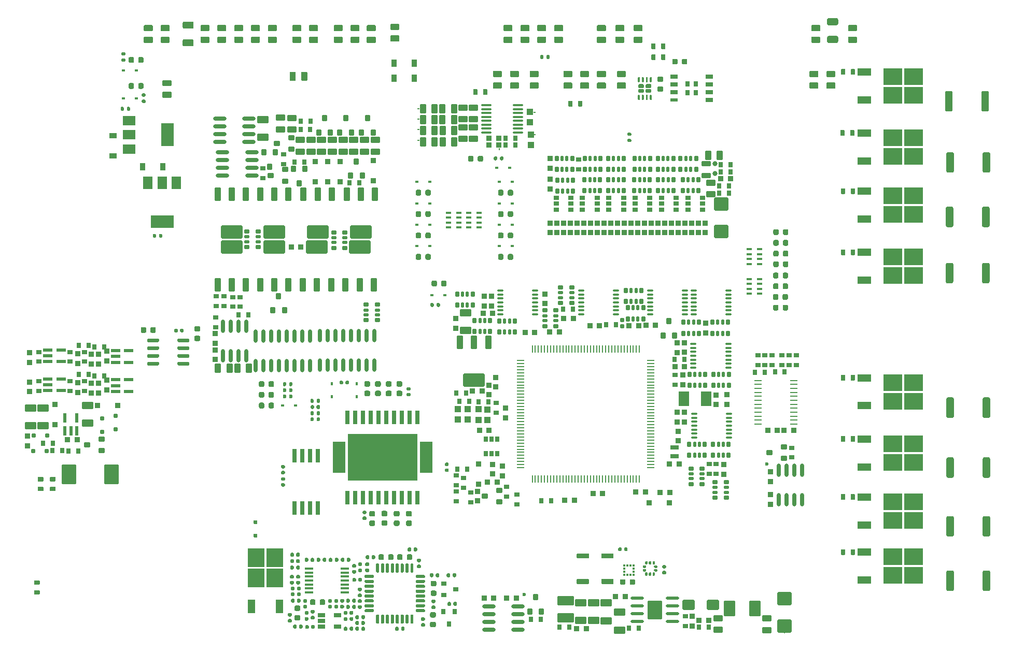
<source format=gtp>
G75*
G70*
%OFA0B0*%
%FSLAX25Y25*%
%IPPOS*%
%LPD*%
%AMOC8*
5,1,8,0,0,1.08239X$1,22.5*
%
%AMM1*
21,1,0.070870,0.036220,0.000000,0.000000,0.000000*
21,1,0.061810,0.045280,0.000000,0.000000,0.000000*
1,1,0.009060,0.030910,-0.018110*
1,1,0.009060,-0.030910,-0.018110*
1,1,0.009060,-0.030910,0.018110*
1,1,0.009060,0.030910,0.018110*
%
%AMM10*
21,1,0.033470,0.026770,0.000000,0.000000,90.000000*
21,1,0.026770,0.033470,0.000000,0.000000,90.000000*
1,1,0.006690,0.013390,0.013390*
1,1,0.006690,0.013390,-0.013390*
1,1,0.006690,-0.013390,-0.013390*
1,1,0.006690,-0.013390,0.013390*
%
%AMM11*
21,1,0.035830,0.026770,0.000000,0.000000,90.000000*
21,1,0.029130,0.033470,0.000000,0.000000,90.000000*
1,1,0.006690,0.013390,0.014570*
1,1,0.006690,0.013390,-0.014570*
1,1,0.006690,-0.013390,-0.014570*
1,1,0.006690,-0.013390,0.014570*
%
%AMM139*
21,1,0.035430,0.030320,-0.000000,-0.000000,0.000000*
21,1,0.028350,0.037400,-0.000000,-0.000000,0.000000*
1,1,0.007090,0.014170,-0.015160*
1,1,0.007090,-0.014170,-0.015160*
1,1,0.007090,-0.014170,0.015160*
1,1,0.007090,0.014170,0.015160*
%
%AMM140*
21,1,0.033470,0.026770,-0.000000,-0.000000,180.000000*
21,1,0.026770,0.033470,-0.000000,-0.000000,180.000000*
1,1,0.006690,-0.013390,0.013390*
1,1,0.006690,0.013390,0.013390*
1,1,0.006690,0.013390,-0.013390*
1,1,0.006690,-0.013390,-0.013390*
%
%AMM141*
21,1,0.027560,0.030710,-0.000000,-0.000000,0.000000*
21,1,0.022050,0.036220,-0.000000,-0.000000,0.000000*
1,1,0.005510,0.011020,-0.015350*
1,1,0.005510,-0.011020,-0.015350*
1,1,0.005510,-0.011020,0.015350*
1,1,0.005510,0.011020,0.015350*
%
%AMM145*
21,1,0.035430,0.030320,0.000000,-0.000000,90.000000*
21,1,0.028350,0.037400,0.000000,-0.000000,90.000000*
1,1,0.007090,0.015160,0.014170*
1,1,0.007090,0.015160,-0.014170*
1,1,0.007090,-0.015160,-0.014170*
1,1,0.007090,-0.015160,0.014170*
%
%AMM146*
21,1,0.033470,0.026770,0.000000,-0.000000,270.000000*
21,1,0.026770,0.033470,0.000000,-0.000000,270.000000*
1,1,0.006690,-0.013390,-0.013390*
1,1,0.006690,-0.013390,0.013390*
1,1,0.006690,0.013390,0.013390*
1,1,0.006690,0.013390,-0.013390*
%
%AMM147*
21,1,0.027560,0.030710,0.000000,-0.000000,90.000000*
21,1,0.022050,0.036220,0.000000,-0.000000,90.000000*
1,1,0.005510,0.015350,0.011020*
1,1,0.005510,0.015350,-0.011020*
1,1,0.005510,-0.015350,-0.011020*
1,1,0.005510,-0.015350,0.011020*
%
%AMM171*
21,1,0.039370,0.049210,-0.000000,-0.000000,270.000000*
21,1,0.031500,0.057090,-0.000000,-0.000000,270.000000*
1,1,0.007870,-0.024610,-0.015750*
1,1,0.007870,-0.024610,0.015750*
1,1,0.007870,0.024610,0.015750*
1,1,0.007870,0.024610,-0.015750*
%
%AMM172*
21,1,0.106300,0.050390,-0.000000,-0.000000,180.000000*
21,1,0.093700,0.062990,-0.000000,-0.000000,180.000000*
1,1,0.012600,-0.046850,0.025200*
1,1,0.012600,0.046850,0.025200*
1,1,0.012600,0.046850,-0.025200*
1,1,0.012600,-0.046850,-0.025200*
%
%AMM173*
21,1,0.074800,0.083460,-0.000000,-0.000000,0.000000*
21,1,0.059840,0.098430,-0.000000,-0.000000,0.000000*
1,1,0.014960,0.029920,-0.041730*
1,1,0.014960,-0.029920,-0.041730*
1,1,0.014960,-0.029920,0.041730*
1,1,0.014960,0.029920,0.041730*
%
%AMM174*
21,1,0.033470,0.026770,-0.000000,-0.000000,0.000000*
21,1,0.026770,0.033470,-0.000000,-0.000000,0.000000*
1,1,0.006690,0.013390,-0.013390*
1,1,0.006690,-0.013390,-0.013390*
1,1,0.006690,-0.013390,0.013390*
1,1,0.006690,0.013390,0.013390*
%
%AMM175*
21,1,0.033470,0.026770,-0.000000,-0.000000,90.000000*
21,1,0.026770,0.033470,-0.000000,-0.000000,90.000000*
1,1,0.006690,0.013390,0.013390*
1,1,0.006690,0.013390,-0.013390*
1,1,0.006690,-0.013390,-0.013390*
1,1,0.006690,-0.013390,0.013390*
%
%AMM176*
21,1,0.122050,0.075590,-0.000000,-0.000000,90.000000*
21,1,0.103150,0.094490,-0.000000,-0.000000,90.000000*
1,1,0.018900,0.037800,0.051580*
1,1,0.018900,0.037800,-0.051580*
1,1,0.018900,-0.037800,-0.051580*
1,1,0.018900,-0.037800,0.051580*
%
%AMM177*
21,1,0.078740,0.053540,-0.000000,-0.000000,0.000000*
21,1,0.065350,0.066930,-0.000000,-0.000000,0.000000*
1,1,0.013390,0.032680,-0.026770*
1,1,0.013390,-0.032680,-0.026770*
1,1,0.013390,-0.032680,0.026770*
1,1,0.013390,0.032680,0.026770*
%
%AMM178*
21,1,0.070870,0.036220,-0.000000,-0.000000,0.000000*
21,1,0.061810,0.045280,-0.000000,-0.000000,0.000000*
1,1,0.009060,0.030910,-0.018110*
1,1,0.009060,-0.030910,-0.018110*
1,1,0.009060,-0.030910,0.018110*
1,1,0.009060,0.030910,0.018110*
%
%AMM179*
21,1,0.086610,0.073230,-0.000000,-0.000000,270.000000*
21,1,0.069290,0.090550,-0.000000,-0.000000,270.000000*
1,1,0.017320,-0.036610,-0.034650*
1,1,0.017320,-0.036610,0.034650*
1,1,0.017320,0.036610,0.034650*
1,1,0.017320,0.036610,-0.034650*
%
%AMM180*
21,1,0.027560,0.030710,-0.000000,-0.000000,270.000000*
21,1,0.022050,0.036220,-0.000000,-0.000000,270.000000*
1,1,0.005510,-0.015350,-0.011020*
1,1,0.005510,-0.015350,0.011020*
1,1,0.005510,0.015350,0.011020*
1,1,0.005510,0.015350,-0.011020*
%
%AMM195*
21,1,0.039370,0.049210,-0.000000,-0.000000,180.000000*
21,1,0.031500,0.057090,-0.000000,-0.000000,180.000000*
1,1,0.007870,-0.015750,0.024610*
1,1,0.007870,0.015750,0.024610*
1,1,0.007870,0.015750,-0.024610*
1,1,0.007870,-0.015750,-0.024610*
%
%AMM196*
21,1,0.039370,0.035430,-0.000000,-0.000000,90.000000*
21,1,0.031500,0.043310,-0.000000,-0.000000,90.000000*
1,1,0.007870,0.017720,0.015750*
1,1,0.007870,0.017720,-0.015750*
1,1,0.007870,-0.017720,-0.015750*
1,1,0.007870,-0.017720,0.015750*
%
%AMM2*
21,1,0.033470,0.026770,0.000000,0.000000,180.000000*
21,1,0.026770,0.033470,0.000000,0.000000,180.000000*
1,1,0.006690,-0.013390,0.013390*
1,1,0.006690,0.013390,0.013390*
1,1,0.006690,0.013390,-0.013390*
1,1,0.006690,-0.013390,-0.013390*
%
%AMM220*
21,1,0.035430,0.050000,-0.000000,-0.000000,90.000000*
21,1,0.028350,0.057090,-0.000000,-0.000000,90.000000*
1,1,0.007090,0.025000,0.014170*
1,1,0.007090,0.025000,-0.014170*
1,1,0.007090,-0.025000,-0.014170*
1,1,0.007090,-0.025000,0.014170*
%
%AMM221*
21,1,0.086610,0.073230,-0.000000,-0.000000,90.000000*
21,1,0.069290,0.090550,-0.000000,-0.000000,90.000000*
1,1,0.017320,0.036610,0.034650*
1,1,0.017320,0.036610,-0.034650*
1,1,0.017320,-0.036610,-0.034650*
1,1,0.017320,-0.036610,0.034650*
%
%AMM222*
21,1,0.039370,0.049210,-0.000000,-0.000000,0.000000*
21,1,0.031500,0.057090,-0.000000,-0.000000,0.000000*
1,1,0.007870,0.015750,-0.024610*
1,1,0.007870,-0.015750,-0.024610*
1,1,0.007870,-0.015750,0.024610*
1,1,0.007870,0.015750,0.024610*
%
%AMM223*
21,1,0.023620,0.030710,-0.000000,-0.000000,270.000000*
21,1,0.018900,0.035430,-0.000000,-0.000000,270.000000*
1,1,0.004720,-0.015350,-0.009450*
1,1,0.004720,-0.015350,0.009450*
1,1,0.004720,0.015350,0.009450*
1,1,0.004720,0.015350,-0.009450*
%
%AMM224*
21,1,0.025590,0.026380,-0.000000,-0.000000,180.000000*
21,1,0.020470,0.031500,-0.000000,-0.000000,180.000000*
1,1,0.005120,-0.010240,0.013190*
1,1,0.005120,0.010240,0.013190*
1,1,0.005120,0.010240,-0.013190*
1,1,0.005120,-0.010240,-0.013190*
%
%AMM225*
21,1,0.017720,0.027950,-0.000000,-0.000000,180.000000*
21,1,0.014170,0.031500,-0.000000,-0.000000,180.000000*
1,1,0.003540,-0.007090,0.013980*
1,1,0.003540,0.007090,0.013980*
1,1,0.003540,0.007090,-0.013980*
1,1,0.003540,-0.007090,-0.013980*
%
%AMM226*
21,1,0.027560,0.030710,-0.000000,-0.000000,180.000000*
21,1,0.022050,0.036220,-0.000000,-0.000000,180.000000*
1,1,0.005510,-0.011020,0.015350*
1,1,0.005510,0.011020,0.015350*
1,1,0.005510,0.011020,-0.015350*
1,1,0.005510,-0.011020,-0.015350*
%
%AMM26*
21,1,0.027560,0.030710,0.000000,0.000000,180.000000*
21,1,0.022050,0.036220,0.000000,0.000000,180.000000*
1,1,0.005510,-0.011020,0.015350*
1,1,0.005510,0.011020,0.015350*
1,1,0.005510,0.011020,-0.015350*
1,1,0.005510,-0.011020,-0.015350*
%
%AMM263*
21,1,0.035430,0.030320,-0.000000,-0.000000,90.000000*
21,1,0.028350,0.037400,-0.000000,-0.000000,90.000000*
1,1,0.007090,0.015160,0.014170*
1,1,0.007090,0.015160,-0.014170*
1,1,0.007090,-0.015160,-0.014170*
1,1,0.007090,-0.015160,0.014170*
%
%AMM264*
21,1,0.035430,0.030320,-0.000000,-0.000000,180.000000*
21,1,0.028350,0.037400,-0.000000,-0.000000,180.000000*
1,1,0.007090,-0.014170,0.015160*
1,1,0.007090,0.014170,0.015160*
1,1,0.007090,0.014170,-0.015160*
1,1,0.007090,-0.014170,-0.015160*
%
%AMM265*
21,1,0.070870,0.036220,-0.000000,-0.000000,180.000000*
21,1,0.061810,0.045280,-0.000000,-0.000000,180.000000*
1,1,0.009060,-0.030910,0.018110*
1,1,0.009060,0.030910,0.018110*
1,1,0.009060,0.030910,-0.018110*
1,1,0.009060,-0.030910,-0.018110*
%
%AMM266*
21,1,0.043310,0.075980,-0.000000,-0.000000,0.000000*
21,1,0.034650,0.084650,-0.000000,-0.000000,0.000000*
1,1,0.008660,0.017320,-0.037990*
1,1,0.008660,-0.017320,-0.037990*
1,1,0.008660,-0.017320,0.037990*
1,1,0.008660,0.017320,0.037990*
%
%AMM267*
21,1,0.043310,0.075990,-0.000000,-0.000000,0.000000*
21,1,0.034650,0.084650,-0.000000,-0.000000,0.000000*
1,1,0.008660,0.017320,-0.037990*
1,1,0.008660,-0.017320,-0.037990*
1,1,0.008660,-0.017320,0.037990*
1,1,0.008660,0.017320,0.037990*
%
%AMM268*
21,1,0.137800,0.067720,-0.000000,-0.000000,0.000000*
21,1,0.120870,0.084650,-0.000000,-0.000000,0.000000*
1,1,0.016930,0.060430,-0.033860*
1,1,0.016930,-0.060430,-0.033860*
1,1,0.016930,-0.060430,0.033860*
1,1,0.016930,0.060430,0.033860*
%
%AMM269*
21,1,0.025590,0.026380,-0.000000,-0.000000,270.000000*
21,1,0.020470,0.031500,-0.000000,-0.000000,270.000000*
1,1,0.005120,-0.013190,-0.010240*
1,1,0.005120,-0.013190,0.010240*
1,1,0.005120,0.013190,0.010240*
1,1,0.005120,0.013190,-0.010240*
%
%AMM270*
21,1,0.017720,0.027950,-0.000000,-0.000000,270.000000*
21,1,0.014170,0.031500,-0.000000,-0.000000,270.000000*
1,1,0.003540,-0.013980,-0.007090*
1,1,0.003540,-0.013980,0.007090*
1,1,0.003540,0.013980,0.007090*
1,1,0.003540,0.013980,-0.007090*
%
%AMM271*
21,1,0.035830,0.026770,-0.000000,-0.000000,270.000000*
21,1,0.029130,0.033470,-0.000000,-0.000000,270.000000*
1,1,0.006690,-0.013390,-0.014570*
1,1,0.006690,-0.013390,0.014570*
1,1,0.006690,0.013390,0.014570*
1,1,0.006690,0.013390,-0.014570*
%
%AMM288*
21,1,0.027560,0.030710,-0.000000,-0.000000,90.000000*
21,1,0.022050,0.036220,-0.000000,-0.000000,90.000000*
1,1,0.005510,0.015350,0.011020*
1,1,0.005510,0.015350,-0.011020*
1,1,0.005510,-0.015350,-0.011020*
1,1,0.005510,-0.015350,0.011020*
%
%AMM3*
21,1,0.035430,0.030320,0.000000,0.000000,90.000000*
21,1,0.028350,0.037400,0.000000,0.000000,90.000000*
1,1,0.007090,0.015160,0.014170*
1,1,0.007090,0.015160,-0.014170*
1,1,0.007090,-0.015160,-0.014170*
1,1,0.007090,-0.015160,0.014170*
%
%AMM328*
21,1,0.033470,0.026770,-0.000000,-0.000000,270.000000*
21,1,0.026770,0.033470,-0.000000,-0.000000,270.000000*
1,1,0.006690,-0.013390,-0.013390*
1,1,0.006690,-0.013390,0.013390*
1,1,0.006690,0.013390,0.013390*
1,1,0.006690,0.013390,-0.013390*
%
%AMM329*
21,1,0.023620,0.030710,-0.000000,-0.000000,0.000000*
21,1,0.018900,0.035430,-0.000000,-0.000000,0.000000*
1,1,0.004720,0.009450,-0.015350*
1,1,0.004720,-0.009450,-0.015350*
1,1,0.004720,-0.009450,0.015350*
1,1,0.004720,0.009450,0.015350*
%
%AMM33*
21,1,0.033470,0.026770,0.000000,0.000000,270.000000*
21,1,0.026770,0.033470,0.000000,0.000000,270.000000*
1,1,0.006690,-0.013390,-0.013390*
1,1,0.006690,-0.013390,0.013390*
1,1,0.006690,0.013390,0.013390*
1,1,0.006690,0.013390,-0.013390*
%
%AMM330*
21,1,0.027560,0.018900,-0.000000,-0.000000,0.000000*
21,1,0.022840,0.023620,-0.000000,-0.000000,0.000000*
1,1,0.004720,0.011420,-0.009450*
1,1,0.004720,-0.011420,-0.009450*
1,1,0.004720,-0.011420,0.009450*
1,1,0.004720,0.011420,0.009450*
%
%AMM331*
21,1,0.137800,0.067720,-0.000000,-0.000000,180.000000*
21,1,0.120870,0.084650,-0.000000,-0.000000,180.000000*
1,1,0.016930,-0.060430,0.033860*
1,1,0.016930,0.060430,0.033860*
1,1,0.016930,0.060430,-0.033860*
1,1,0.016930,-0.060430,-0.033860*
%
%AMM332*
21,1,0.043310,0.075980,-0.000000,-0.000000,180.000000*
21,1,0.034650,0.084650,-0.000000,-0.000000,180.000000*
1,1,0.008660,-0.017320,0.037990*
1,1,0.008660,0.017320,0.037990*
1,1,0.008660,0.017320,-0.037990*
1,1,0.008660,-0.017320,-0.037990*
%
%AMM333*
21,1,0.043310,0.075990,-0.000000,-0.000000,180.000000*
21,1,0.034650,0.084650,-0.000000,-0.000000,180.000000*
1,1,0.008660,-0.017320,0.037990*
1,1,0.008660,0.017320,0.037990*
1,1,0.008660,0.017320,-0.037990*
1,1,0.008660,-0.017320,-0.037990*
%
%AMM334*
21,1,0.035830,0.026770,-0.000000,-0.000000,90.000000*
21,1,0.029130,0.033470,-0.000000,-0.000000,90.000000*
1,1,0.006690,0.013390,0.014570*
1,1,0.006690,0.013390,-0.014570*
1,1,0.006690,-0.013390,-0.014570*
1,1,0.006690,-0.013390,0.014570*
%
%AMM335*
21,1,0.025590,0.026380,-0.000000,-0.000000,90.000000*
21,1,0.020470,0.031500,-0.000000,-0.000000,90.000000*
1,1,0.005120,0.013190,0.010240*
1,1,0.005120,0.013190,-0.010240*
1,1,0.005120,-0.013190,-0.010240*
1,1,0.005120,-0.013190,0.010240*
%
%AMM336*
21,1,0.017720,0.027950,-0.000000,-0.000000,90.000000*
21,1,0.014170,0.031500,-0.000000,-0.000000,90.000000*
1,1,0.003540,0.013980,0.007090*
1,1,0.003540,0.013980,-0.007090*
1,1,0.003540,-0.013980,-0.007090*
1,1,0.003540,-0.013980,0.007090*
%
%AMM337*
21,1,0.027560,0.049610,-0.000000,-0.000000,90.000000*
21,1,0.022050,0.055120,-0.000000,-0.000000,90.000000*
1,1,0.005510,0.024800,0.011020*
1,1,0.005510,0.024800,-0.011020*
1,1,0.005510,-0.024800,-0.011020*
1,1,0.005510,-0.024800,0.011020*
%
%AMM338*
21,1,0.035830,0.026770,-0.000000,-0.000000,0.000000*
21,1,0.029130,0.033470,-0.000000,-0.000000,0.000000*
1,1,0.006690,0.014570,-0.013390*
1,1,0.006690,-0.014570,-0.013390*
1,1,0.006690,-0.014570,0.013390*
1,1,0.006690,0.014570,0.013390*
%
%AMM4*
21,1,0.021650,0.052760,0.000000,0.000000,0.000000*
21,1,0.017320,0.057090,0.000000,0.000000,0.000000*
1,1,0.004330,0.008660,-0.026380*
1,1,0.004330,-0.008660,-0.026380*
1,1,0.004330,-0.008660,0.026380*
1,1,0.004330,0.008660,0.026380*
%
%AMM5*
21,1,0.094490,0.111020,0.000000,0.000000,180.000000*
21,1,0.075590,0.129920,0.000000,0.000000,180.000000*
1,1,0.018900,-0.037800,0.055510*
1,1,0.018900,0.037800,0.055510*
1,1,0.018900,0.037800,-0.055510*
1,1,0.018900,-0.037800,-0.055510*
%
%AMM6*
21,1,0.023620,0.018900,0.000000,0.000000,270.000000*
21,1,0.018900,0.023620,0.000000,0.000000,270.000000*
1,1,0.004720,-0.009450,-0.009450*
1,1,0.004720,-0.009450,0.009450*
1,1,0.004720,0.009450,0.009450*
1,1,0.004720,0.009450,-0.009450*
%
%AMM7*
21,1,0.035830,0.026770,0.000000,0.000000,0.000000*
21,1,0.029130,0.033470,0.000000,0.000000,0.000000*
1,1,0.006690,0.014570,-0.013390*
1,1,0.006690,-0.014570,-0.013390*
1,1,0.006690,-0.014570,0.013390*
1,1,0.006690,0.014570,0.013390*
%
%AMM71*
21,1,0.021650,0.052760,0.000000,0.000000,270.000000*
21,1,0.017320,0.057090,0.000000,0.000000,270.000000*
1,1,0.004330,-0.026380,-0.008660*
1,1,0.004330,-0.026380,0.008660*
1,1,0.004330,0.026380,0.008660*
1,1,0.004330,0.026380,-0.008660*
%
%AMM72*
21,1,0.027560,0.030710,0.000000,0.000000,270.000000*
21,1,0.022050,0.036220,0.000000,0.000000,270.000000*
1,1,0.005510,-0.015350,-0.011020*
1,1,0.005510,-0.015350,0.011020*
1,1,0.005510,0.015350,0.011020*
1,1,0.005510,0.015350,-0.011020*
%
%AMM8*
21,1,0.023620,0.018900,0.000000,0.000000,180.000000*
21,1,0.018900,0.023620,0.000000,0.000000,180.000000*
1,1,0.004720,-0.009450,0.009450*
1,1,0.004720,0.009450,0.009450*
1,1,0.004720,0.009450,-0.009450*
1,1,0.004720,-0.009450,-0.009450*
%
%AMM9*
21,1,0.027560,0.030710,0.000000,0.000000,0.000000*
21,1,0.022050,0.036220,0.000000,0.000000,0.000000*
1,1,0.005510,0.011020,-0.015350*
1,1,0.005510,-0.011020,-0.015350*
1,1,0.005510,-0.011020,0.015350*
1,1,0.005510,0.011020,0.015350*
%
%ADD100R,0.07874X0.05906*%
%ADD101R,0.01772X0.02362*%
%ADD102R,0.04724X0.03543*%
%ADD103C,0.03150*%
%ADD110R,0.03130X0.03543*%
%ADD111O,0.00000X0.00000*%
%ADD112R,0.12008X0.10827*%
%ADD13R,0.05157X0.02559*%
%ADD14R,0.05157X0.02362*%
%ADD140M1*%
%ADD141M2*%
%ADD142M3*%
%ADD143M4*%
%ADD144M5*%
%ADD145M6*%
%ADD146M7*%
%ADD147M8*%
%ADD148M9*%
%ADD149M10*%
%ADD150M11*%
%ADD172O,0.08661X0.02362*%
%ADD174M26*%
%ADD175O,0.01968X0.00984*%
%ADD176O,0.00984X0.01968*%
%ADD18C,0.02362*%
%ADD183R,0.04724X0.08661*%
%ADD185R,0.03543X0.03150*%
%ADD186R,0.05709X0.01772*%
%ADD187R,0.04803X0.02559*%
%ADD188R,0.03150X0.03543*%
%ADD194R,0.10827X0.12008*%
%ADD199M33*%
%ADD200O,0.08661X0.01968*%
%ADD206O,0.01968X0.03937*%
%ADD220O,0.07087X0.01378*%
%ADD247M71*%
%ADD248M72*%
%ADD258O,0.02362X0.08661*%
%ADD278O,0.04961X0.00984*%
%ADD284O,0.05118X0.00866*%
%ADD285O,0.00866X0.05118*%
%ADD290O,0.04331X0.01181*%
%ADD291R,0.06693X0.09449*%
%ADD33R,0.08661X0.04724*%
%ADD344M139*%
%ADD345M140*%
%ADD346M141*%
%ADD350M145*%
%ADD351M146*%
%ADD352M147*%
%ADD37R,0.02520X0.08504*%
%ADD39R,0.02362X0.01772*%
%ADD397M171*%
%ADD398M172*%
%ADD399M173*%
%ADD400M174*%
%ADD401M175*%
%ADD402M176*%
%ADD403M177*%
%ADD404M178*%
%ADD405M179*%
%ADD406M180*%
%ADD41R,0.03543X0.04724*%
%ADD427M195*%
%ADD428M196*%
%ADD452M220*%
%ADD453M221*%
%ADD454M222*%
%ADD455M223*%
%ADD456M224*%
%ADD457M225*%
%ADD458M226*%
%ADD46R,0.03543X0.01575*%
%ADD49R,0.03150X0.08661*%
%ADD50R,0.08000X0.20000*%
%ADD510M263*%
%ADD511M264*%
%ADD512M265*%
%ADD513M266*%
%ADD514M267*%
%ADD515M268*%
%ADD516M269*%
%ADD517M270*%
%ADD518M271*%
%ADD52R,0.45000X0.30000*%
%ADD539M288*%
%ADD55O,0.01969X0.00984*%
%ADD58O,0.00984X0.01969*%
%ADD583M328*%
%ADD584M329*%
%ADD585M330*%
%ADD586M331*%
%ADD587M332*%
%ADD588M333*%
%ADD589M334*%
%ADD59R,0.01476X0.01378*%
%ADD590M335*%
%ADD591M336*%
%ADD592M337*%
%ADD593M338*%
%ADD60R,0.01378X0.01476*%
%ADD93R,0.14961X0.07874*%
%ADD94R,0.05906X0.07874*%
%ADD99R,0.07874X0.14961*%
X0000000Y0000000D02*
%LPD*%
G01*
G36*
G01*
X0405118Y0348720D02*
X0405709Y0348720D01*
G75*
G02*
X0406004Y0348425I0000000J-000295D01*
G01*
X0406004Y0345669D01*
G75*
G02*
X0405709Y0345374I-000295J0000000D01*
G01*
X0405118Y0345374D01*
G75*
G02*
X0404823Y0345669I0000000J0000295D01*
G01*
X0404823Y0348425D01*
G75*
G02*
X0405118Y0348720I0000295J0000000D01*
G01*
G37*
G36*
G01*
X0402559Y0348720D02*
X0403150Y0348720D01*
G75*
G02*
X0403445Y0348425I0000000J-000295D01*
G01*
X0403445Y0345669D01*
G75*
G02*
X0403150Y0345374I-000295J0000000D01*
G01*
X0402559Y0345374D01*
G75*
G02*
X0402264Y0345669I0000000J0000295D01*
G01*
X0402264Y0348425D01*
G75*
G02*
X0402559Y0348720I0000295J0000000D01*
G01*
G37*
G36*
G01*
X0400000Y0348720D02*
X0400591Y0348720D01*
G75*
G02*
X0400886Y0348425I0000000J-000295D01*
G01*
X0400886Y0345669D01*
G75*
G02*
X0400591Y0345374I-000295J0000000D01*
G01*
X0400000Y0345374D01*
G75*
G02*
X0399705Y0345669I0000000J0000295D01*
G01*
X0399705Y0348425D01*
G75*
G02*
X0400000Y0348720I0000295J0000000D01*
G01*
G37*
G36*
G01*
X0397441Y0348720D02*
X0398032Y0348720D01*
G75*
G02*
X0398327Y0348425I0000000J-000295D01*
G01*
X0398327Y0345669D01*
G75*
G02*
X0398032Y0345374I-000295J0000000D01*
G01*
X0397441Y0345374D01*
G75*
G02*
X0397146Y0345669I0000000J0000295D01*
G01*
X0397146Y0348425D01*
G75*
G02*
X0397441Y0348720I0000295J0000000D01*
G01*
G37*
G36*
G01*
X0397441Y0360138D02*
X0398032Y0360138D01*
G75*
G02*
X0398327Y0359842I0000000J-000295D01*
G01*
X0398327Y0357086D01*
G75*
G02*
X0398032Y0356791I-000295J0000000D01*
G01*
X0397441Y0356791D01*
G75*
G02*
X0397146Y0357086I0000000J0000295D01*
G01*
X0397146Y0359842D01*
G75*
G02*
X0397441Y0360138I0000295J0000000D01*
G01*
G37*
G36*
G01*
X0400000Y0360138D02*
X0400591Y0360138D01*
G75*
G02*
X0400886Y0359842I0000000J-000295D01*
G01*
X0400886Y0357086D01*
G75*
G02*
X0400591Y0356791I-000295J0000000D01*
G01*
X0400000Y0356791D01*
G75*
G02*
X0399705Y0357086I0000000J0000295D01*
G01*
X0399705Y0359842D01*
G75*
G02*
X0400000Y0360138I0000295J0000000D01*
G01*
G37*
G36*
G01*
X0402559Y0360138D02*
X0403150Y0360138D01*
G75*
G02*
X0403445Y0359842I0000000J-000295D01*
G01*
X0403445Y0357086D01*
G75*
G02*
X0403150Y0356791I-000295J0000000D01*
G01*
X0402559Y0356791D01*
G75*
G02*
X0402264Y0357086I0000000J0000295D01*
G01*
X0402264Y0359842D01*
G75*
G02*
X0402559Y0360138I0000295J0000000D01*
G01*
G37*
G36*
G01*
X0405118Y0360138D02*
X0405709Y0360138D01*
G75*
G02*
X0406004Y0359842I0000000J-000295D01*
G01*
X0406004Y0357086D01*
G75*
G02*
X0405709Y0356791I-000295J0000000D01*
G01*
X0405118Y0356791D01*
G75*
G02*
X0404823Y0357086I0000000J0000295D01*
G01*
X0404823Y0359842D01*
G75*
G02*
X0405118Y0360138I0000295J0000000D01*
G01*
G37*
G36*
G01*
X0402658Y0355590D02*
X0405217Y0355590D01*
G75*
G02*
X0405847Y0354960I0000000J-000630D01*
G01*
X0405847Y0353701D01*
G75*
G02*
X0405217Y0353071I-000630J0000000D01*
G01*
X0402658Y0353071D01*
G75*
G02*
X0402028Y0353701I0000000J0000630D01*
G01*
X0402028Y0354960D01*
G75*
G02*
X0402658Y0355590I0000630J0000000D01*
G01*
G37*
G36*
G01*
X0402658Y0352441D02*
X0405217Y0352441D01*
G75*
G02*
X0405847Y0351811I0000000J-000630D01*
G01*
X0405847Y0350551D01*
G75*
G02*
X0405217Y0349921I-000630J0000000D01*
G01*
X0402658Y0349921D01*
G75*
G02*
X0402028Y0350551I0000000J0000630D01*
G01*
X0402028Y0351811D01*
G75*
G02*
X0402658Y0352441I0000630J0000000D01*
G01*
G37*
G36*
G01*
X0397933Y0352441D02*
X0400492Y0352441D01*
G75*
G02*
X0401122Y0351811I0000000J-000630D01*
G01*
X0401122Y0350551D01*
G75*
G02*
X0400492Y0349921I-000630J0000000D01*
G01*
X0397933Y0349921D01*
G75*
G02*
X0397303Y0350551I0000000J0000630D01*
G01*
X0397303Y0351811D01*
G75*
G02*
X0397933Y0352441I0000630J0000000D01*
G01*
G37*
G36*
G01*
X0397933Y0355590D02*
X0400492Y0355590D01*
G75*
G02*
X0401122Y0354960I0000000J-000630D01*
G01*
X0401122Y0353701D01*
G75*
G02*
X0400492Y0353071I-000630J0000000D01*
G01*
X0397933Y0353071D01*
G75*
G02*
X0397303Y0353701I0000000J0000630D01*
G01*
X0397303Y0354960D01*
G75*
G02*
X0397933Y0355590I0000630J0000000D01*
G01*
G37*
D110*
X0434351Y0355905D03*
X0434351Y0350000D03*
X0429134Y0350000D03*
X0429134Y0355905D03*
D13*
X0442943Y0360453D03*
X0442943Y0355453D03*
X0442943Y0350453D03*
X0442943Y0345453D03*
D14*
X0420542Y0345453D03*
D13*
X0420542Y0350453D03*
X0420542Y0355453D03*
X0420542Y0360453D03*
D111*
X0231318Y0320183D03*
G36*
G01*
X0173228Y0358169D02*
X0173228Y0363090D01*
G75*
G02*
X0173622Y0363484I0000394J0000000D01*
G01*
X0176772Y0363484D01*
G75*
G02*
X0177165Y0363090I0000000J-000394D01*
G01*
X0177165Y0358169D01*
G75*
G02*
X0176772Y0357775I-000394J0000000D01*
G01*
X0173622Y0357775D01*
G75*
G02*
X0173228Y0358169I0000000J0000394D01*
G01*
G37*
G36*
G01*
X0180709Y0358169D02*
X0180709Y0363090D01*
G75*
G02*
X0181103Y0363484I0000394J0000000D01*
G01*
X0184252Y0363484D01*
G75*
G02*
X0184646Y0363090I0000000J-000394D01*
G01*
X0184646Y0358169D01*
G75*
G02*
X0184252Y0357775I-000394J0000000D01*
G01*
X0181103Y0357775D01*
G75*
G02*
X0180709Y0358169I0000000J0000394D01*
G01*
G37*
G36*
G01*
X0412884Y0350827D02*
X0410207Y0350827D01*
G75*
G02*
X0409872Y0351161I0000000J0000335D01*
G01*
X0409872Y0353838D01*
G75*
G02*
X0410207Y0354173I0000335J0000000D01*
G01*
X0412884Y0354173D01*
G75*
G02*
X0413219Y0353838I0000000J-000335D01*
G01*
X0413219Y0351161D01*
G75*
G02*
X0412884Y0350827I-000335J0000000D01*
G01*
G37*
G36*
G01*
X0412884Y0357047D02*
X0410207Y0357047D01*
G75*
G02*
X0409872Y0357382I0000000J0000335D01*
G01*
X0409872Y0360059D01*
G75*
G02*
X0410207Y0360394I0000335J0000000D01*
G01*
X0412884Y0360394D01*
G75*
G02*
X0413219Y0360059I0000000J-000335D01*
G01*
X0413219Y0357382D01*
G75*
G02*
X0412884Y0357047I-000335J0000000D01*
G01*
G37*
G36*
G01*
X0419272Y0368740D02*
X0419272Y0371417D01*
G75*
G02*
X0419607Y0371752I0000335J0000000D01*
G01*
X0422284Y0371752D01*
G75*
G02*
X0422618Y0371417I0000000J-000335D01*
G01*
X0422618Y0368740D01*
G75*
G02*
X0422284Y0368405I-000335J0000000D01*
G01*
X0419607Y0368405D01*
G75*
G02*
X0419272Y0368740I0000000J0000335D01*
G01*
G37*
G36*
G01*
X0425492Y0368740D02*
X0425492Y0371417D01*
G75*
G02*
X0425827Y0371752I0000335J0000000D01*
G01*
X0428504Y0371752D01*
G75*
G02*
X0428839Y0371417I0000000J-000335D01*
G01*
X0428839Y0368740D01*
G75*
G02*
X0428504Y0368405I-000335J0000000D01*
G01*
X0425827Y0368405D01*
G75*
G02*
X0425492Y0368740I0000000J0000335D01*
G01*
G37*
G36*
G01*
X0079926Y0386113D02*
X0084847Y0386113D01*
G75*
G02*
X0085241Y0385719I0000000J-000394D01*
G01*
X0085241Y0382570D01*
G75*
G02*
X0084847Y0382176I-000394J0000000D01*
G01*
X0079926Y0382176D01*
G75*
G02*
X0079532Y0382570I0000000J0000394D01*
G01*
X0079532Y0385719D01*
G75*
G02*
X0079926Y0386113I0000394J0000000D01*
G01*
G37*
G36*
G01*
X0079926Y0393593D02*
X0084847Y0393593D01*
G75*
G02*
X0085241Y0393200I0000000J-000394D01*
G01*
X0085241Y0390050D01*
G75*
G02*
X0084847Y0389656I-000394J0000000D01*
G01*
X0079926Y0389656D01*
G75*
G02*
X0079532Y0390050I0000000J0000394D01*
G01*
X0079532Y0393200D01*
G75*
G02*
X0079926Y0393593I0000394J0000000D01*
G01*
G37*
G36*
G01*
X0116344Y0393593D02*
X0121265Y0393593D01*
G75*
G02*
X0121658Y0393200I0000000J-000394D01*
G01*
X0121658Y0390050D01*
G75*
G02*
X0121265Y0389656I-000394J0000000D01*
G01*
X0116344Y0389656D01*
G75*
G02*
X0115950Y0390050I0000000J0000394D01*
G01*
X0115950Y0393200D01*
G75*
G02*
X0116344Y0393593I0000394J0000000D01*
G01*
G37*
G36*
G01*
X0116344Y0386113D02*
X0121265Y0386113D01*
G75*
G02*
X0121658Y0385719I0000000J-000394D01*
G01*
X0121658Y0382570D01*
G75*
G02*
X0121265Y0382176I-000394J0000000D01*
G01*
X0116344Y0382176D01*
G75*
G02*
X0115950Y0382570I0000000J0000394D01*
G01*
X0115950Y0385719D01*
G75*
G02*
X0116344Y0386113I0000394J0000000D01*
G01*
G37*
G36*
G01*
X0137997Y0393593D02*
X0142918Y0393593D01*
G75*
G02*
X0143312Y0393200I0000000J-000394D01*
G01*
X0143312Y0390050D01*
G75*
G02*
X0142918Y0389656I-000394J0000000D01*
G01*
X0137997Y0389656D01*
G75*
G02*
X0137603Y0390050I0000000J0000394D01*
G01*
X0137603Y0393200D01*
G75*
G02*
X0137997Y0393593I0000394J0000000D01*
G01*
G37*
G36*
G01*
X0137997Y0386113D02*
X0142918Y0386113D01*
G75*
G02*
X0143312Y0385719I0000000J-000394D01*
G01*
X0143312Y0382570D01*
G75*
G02*
X0142918Y0382176I-000394J0000000D01*
G01*
X0137997Y0382176D01*
G75*
G02*
X0137603Y0382570I0000000J0000394D01*
G01*
X0137603Y0385719D01*
G75*
G02*
X0137997Y0386113I0000394J0000000D01*
G01*
G37*
G36*
G01*
X0175399Y0393593D02*
X0180320Y0393593D01*
G75*
G02*
X0180714Y0393200I0000000J-000394D01*
G01*
X0180714Y0390050D01*
G75*
G02*
X0180320Y0389656I-000394J0000000D01*
G01*
X0175399Y0389656D01*
G75*
G02*
X0175005Y0390050I0000000J0000394D01*
G01*
X0175005Y0393200D01*
G75*
G02*
X0175399Y0393593I0000394J0000000D01*
G01*
G37*
G36*
G01*
X0175399Y0386113D02*
X0180320Y0386113D01*
G75*
G02*
X0180714Y0385719I0000000J-000394D01*
G01*
X0180714Y0382570D01*
G75*
G02*
X0180320Y0382176I-000394J0000000D01*
G01*
X0175399Y0382176D01*
G75*
G02*
X0175005Y0382570I0000000J0000394D01*
G01*
X0175005Y0385719D01*
G75*
G02*
X0175399Y0386113I0000394J0000000D01*
G01*
G37*
G36*
G01*
X0201973Y0393593D02*
X0206895Y0393593D01*
G75*
G02*
X0207288Y0393200I0000000J-000394D01*
G01*
X0207288Y0390050D01*
G75*
G02*
X0206895Y0389656I-000394J0000000D01*
G01*
X0201973Y0389656D01*
G75*
G02*
X0201580Y0390050I0000000J0000394D01*
G01*
X0201580Y0393200D01*
G75*
G02*
X0201973Y0393593I0000394J0000000D01*
G01*
G37*
G36*
G01*
X0201973Y0386113D02*
X0206895Y0386113D01*
G75*
G02*
X0207288Y0385719I0000000J-000394D01*
G01*
X0207288Y0382570D01*
G75*
G02*
X0206895Y0382176I-000394J0000000D01*
G01*
X0201973Y0382176D01*
G75*
G02*
X0201580Y0382570I0000000J0000394D01*
G01*
X0201580Y0385719D01*
G75*
G02*
X0201973Y0386113I0000394J0000000D01*
G01*
G37*
G36*
G01*
X0332879Y0386113D02*
X0337800Y0386113D01*
G75*
G02*
X0338194Y0385719I0000000J-000394D01*
G01*
X0338194Y0382570D01*
G75*
G02*
X0337800Y0382176I-000394J0000000D01*
G01*
X0332879Y0382176D01*
G75*
G02*
X0332485Y0382570I0000000J0000394D01*
G01*
X0332485Y0385719D01*
G75*
G02*
X0332879Y0386113I0000394J0000000D01*
G01*
G37*
G36*
G01*
X0332879Y0393593D02*
X0337800Y0393593D01*
G75*
G02*
X0338194Y0393200I0000000J-000394D01*
G01*
X0338194Y0390050D01*
G75*
G02*
X0337800Y0389656I-000394J0000000D01*
G01*
X0332879Y0389656D01*
G75*
G02*
X0332485Y0390050I0000000J0000394D01*
G01*
X0332485Y0393200D01*
G75*
G02*
X0332879Y0393593I0000394J0000000D01*
G01*
G37*
G36*
G01*
X0343706Y0393593D02*
X0348627Y0393593D01*
G75*
G02*
X0349021Y0393200I0000000J-000394D01*
G01*
X0349021Y0390050D01*
G75*
G02*
X0348627Y0389656I-000394J0000000D01*
G01*
X0343706Y0389656D01*
G75*
G02*
X0343312Y0390050I0000000J0000394D01*
G01*
X0343312Y0393200D01*
G75*
G02*
X0343706Y0393593I0000394J0000000D01*
G01*
G37*
G36*
G01*
X0343706Y0386113D02*
X0348627Y0386113D01*
G75*
G02*
X0349021Y0385719I0000000J-000394D01*
G01*
X0349021Y0382570D01*
G75*
G02*
X0348627Y0382176I-000394J0000000D01*
G01*
X0343706Y0382176D01*
G75*
G02*
X0343312Y0382570I0000000J0000394D01*
G01*
X0343312Y0385719D01*
G75*
G02*
X0343706Y0386113I0000394J0000000D01*
G01*
G37*
G36*
G01*
X0371265Y0364066D02*
X0376186Y0364066D01*
G75*
G02*
X0376580Y0363672I0000000J-000394D01*
G01*
X0376580Y0360523D01*
G75*
G02*
X0376186Y0360129I-000394J0000000D01*
G01*
X0371265Y0360129D01*
G75*
G02*
X0370871Y0360523I0000000J0000394D01*
G01*
X0370871Y0363672D01*
G75*
G02*
X0371265Y0364066I0000394J0000000D01*
G01*
G37*
G36*
G01*
X0371265Y0356586D02*
X0376186Y0356586D01*
G75*
G02*
X0376580Y0356192I0000000J-000394D01*
G01*
X0376580Y0353042D01*
G75*
G02*
X0376186Y0352649I-000394J0000000D01*
G01*
X0371265Y0352649D01*
G75*
G02*
X0370871Y0353042I0000000J0000394D01*
G01*
X0370871Y0356192D01*
G75*
G02*
X0371265Y0356586I0000394J0000000D01*
G01*
G37*
G36*
G01*
X0384060Y0364066D02*
X0388981Y0364066D01*
G75*
G02*
X0389375Y0363672I0000000J-000394D01*
G01*
X0389375Y0360523D01*
G75*
G02*
X0388981Y0360129I-000394J0000000D01*
G01*
X0384060Y0360129D01*
G75*
G02*
X0383666Y0360523I0000000J0000394D01*
G01*
X0383666Y0363672D01*
G75*
G02*
X0384060Y0364066I0000394J0000000D01*
G01*
G37*
G36*
G01*
X0384060Y0356586D02*
X0388981Y0356586D01*
G75*
G02*
X0389375Y0356192I0000000J-000394D01*
G01*
X0389375Y0353042D01*
G75*
G02*
X0388981Y0352649I-000394J0000000D01*
G01*
X0384060Y0352649D01*
G75*
G02*
X0383666Y0353042I0000000J0000394D01*
G01*
X0383666Y0356192D01*
G75*
G02*
X0384060Y0356586I0000394J0000000D01*
G01*
G37*
G36*
G01*
X0509060Y0393593D02*
X0513981Y0393593D01*
G75*
G02*
X0514375Y0393200I0000000J-000394D01*
G01*
X0514375Y0390050D01*
G75*
G02*
X0513981Y0389656I-000394J0000000D01*
G01*
X0509060Y0389656D01*
G75*
G02*
X0508666Y0390050I0000000J0000394D01*
G01*
X0508666Y0393200D01*
G75*
G02*
X0509060Y0393593I0000394J0000000D01*
G01*
G37*
G36*
G01*
X0509060Y0386113D02*
X0513981Y0386113D01*
G75*
G02*
X0514375Y0385719I0000000J-000394D01*
G01*
X0514375Y0382570D01*
G75*
G02*
X0513981Y0382176I-000394J0000000D01*
G01*
X0509060Y0382176D01*
G75*
G02*
X0508666Y0382570I0000000J0000394D01*
G01*
X0508666Y0385719D01*
G75*
G02*
X0509060Y0386113I0000394J0000000D01*
G01*
G37*
G36*
G01*
X0532682Y0386113D02*
X0537603Y0386113D01*
G75*
G02*
X0537997Y0385719I0000000J-000394D01*
G01*
X0537997Y0382570D01*
G75*
G02*
X0537603Y0382176I-000394J0000000D01*
G01*
X0532682Y0382176D01*
G75*
G02*
X0532288Y0382570I0000000J0000394D01*
G01*
X0532288Y0385719D01*
G75*
G02*
X0532682Y0386113I0000394J0000000D01*
G01*
G37*
G36*
G01*
X0532682Y0393593D02*
X0537603Y0393593D01*
G75*
G02*
X0537997Y0393200I0000000J-000394D01*
G01*
X0537997Y0390050D01*
G75*
G02*
X0537603Y0389656I-000394J0000000D01*
G01*
X0532682Y0389656D01*
G75*
G02*
X0532288Y0390050I0000000J0000394D01*
G01*
X0532288Y0393200D01*
G75*
G02*
X0532682Y0393593I0000394J0000000D01*
G01*
G37*
G36*
G01*
X0090753Y0393593D02*
X0095674Y0393593D01*
G75*
G02*
X0096068Y0393200I0000000J-000394D01*
G01*
X0096068Y0390050D01*
G75*
G02*
X0095674Y0389656I-000394J0000000D01*
G01*
X0090753Y0389656D01*
G75*
G02*
X0090359Y0390050I0000000J0000394D01*
G01*
X0090359Y0393200D01*
G75*
G02*
X0090753Y0393593I0000394J0000000D01*
G01*
G37*
G36*
G01*
X0090753Y0386113D02*
X0095674Y0386113D01*
G75*
G02*
X0096068Y0385719I0000000J-000394D01*
G01*
X0096068Y0382570D01*
G75*
G02*
X0095674Y0382176I-000394J0000000D01*
G01*
X0090753Y0382176D01*
G75*
G02*
X0090359Y0382570I0000000J0000394D01*
G01*
X0090359Y0385719D01*
G75*
G02*
X0090753Y0386113I0000394J0000000D01*
G01*
G37*
G36*
G01*
X0127170Y0393593D02*
X0132092Y0393593D01*
G75*
G02*
X0132485Y0393200I0000000J-000394D01*
G01*
X0132485Y0390050D01*
G75*
G02*
X0132092Y0389656I-000394J0000000D01*
G01*
X0127170Y0389656D01*
G75*
G02*
X0126777Y0390050I0000000J0000394D01*
G01*
X0126777Y0393200D01*
G75*
G02*
X0127170Y0393593I0000394J0000000D01*
G01*
G37*
G36*
G01*
X0127170Y0386113D02*
X0132092Y0386113D01*
G75*
G02*
X0132485Y0385719I0000000J-000394D01*
G01*
X0132485Y0382570D01*
G75*
G02*
X0132092Y0382176I-000394J0000000D01*
G01*
X0127170Y0382176D01*
G75*
G02*
X0126777Y0382570I0000000J0000394D01*
G01*
X0126777Y0385719D01*
G75*
G02*
X0127170Y0386113I0000394J0000000D01*
G01*
G37*
G36*
G01*
X0159651Y0393593D02*
X0164572Y0393593D01*
G75*
G02*
X0164966Y0393200I0000000J-000394D01*
G01*
X0164966Y0390050D01*
G75*
G02*
X0164572Y0389656I-000394J0000000D01*
G01*
X0159651Y0389656D01*
G75*
G02*
X0159257Y0390050I0000000J0000394D01*
G01*
X0159257Y0393200D01*
G75*
G02*
X0159651Y0393593I0000394J0000000D01*
G01*
G37*
G36*
G01*
X0159651Y0386113D02*
X0164572Y0386113D01*
G75*
G02*
X0164966Y0385719I0000000J-000394D01*
G01*
X0164966Y0382570D01*
G75*
G02*
X0164572Y0382176I-000394J0000000D01*
G01*
X0159651Y0382176D01*
G75*
G02*
X0159257Y0382570I0000000J0000394D01*
G01*
X0159257Y0385719D01*
G75*
G02*
X0159651Y0386113I0000394J0000000D01*
G01*
G37*
G36*
G01*
X0186225Y0393593D02*
X0191147Y0393593D01*
G75*
G02*
X0191540Y0393200I0000000J-000394D01*
G01*
X0191540Y0390050D01*
G75*
G02*
X0191147Y0389656I-000394J0000000D01*
G01*
X0186225Y0389656D01*
G75*
G02*
X0185832Y0390050I0000000J0000394D01*
G01*
X0185832Y0393200D01*
G75*
G02*
X0186225Y0393593I0000394J0000000D01*
G01*
G37*
G36*
G01*
X0186225Y0386113D02*
X0191147Y0386113D01*
G75*
G02*
X0191540Y0385719I0000000J-000394D01*
G01*
X0191540Y0382570D01*
G75*
G02*
X0191147Y0382176I-000394J0000000D01*
G01*
X0186225Y0382176D01*
G75*
G02*
X0185832Y0382570I0000000J0000394D01*
G01*
X0185832Y0385719D01*
G75*
G02*
X0186225Y0386113I0000394J0000000D01*
G01*
G37*
G36*
G01*
X0223233Y0393593D02*
X0228155Y0393593D01*
G75*
G02*
X0228548Y0393200I0000000J-000394D01*
G01*
X0228548Y0390050D01*
G75*
G02*
X0228155Y0389656I-000394J0000000D01*
G01*
X0223233Y0389656D01*
G75*
G02*
X0222840Y0390050I0000000J0000394D01*
G01*
X0222840Y0393200D01*
G75*
G02*
X0223233Y0393593I0000394J0000000D01*
G01*
G37*
G36*
G01*
X0223233Y0386113D02*
X0228155Y0386113D01*
G75*
G02*
X0228548Y0385719I0000000J-000394D01*
G01*
X0228548Y0382570D01*
G75*
G02*
X0228155Y0382176I-000394J0000000D01*
G01*
X0223233Y0382176D01*
G75*
G02*
X0222840Y0382570I0000000J0000394D01*
G01*
X0222840Y0385719D01*
G75*
G02*
X0223233Y0386113I0000394J0000000D01*
G01*
G37*
G36*
G01*
X0304336Y0364066D02*
X0309257Y0364066D01*
G75*
G02*
X0309651Y0363672I0000000J-000394D01*
G01*
X0309651Y0360523D01*
G75*
G02*
X0309257Y0360129I-000394J0000000D01*
G01*
X0304336Y0360129D01*
G75*
G02*
X0303942Y0360523I0000000J0000394D01*
G01*
X0303942Y0363672D01*
G75*
G02*
X0304336Y0364066I0000394J0000000D01*
G01*
G37*
G36*
G01*
X0304336Y0356586D02*
X0309257Y0356586D01*
G75*
G02*
X0309651Y0356192I0000000J-000394D01*
G01*
X0309651Y0353042D01*
G75*
G02*
X0309257Y0352649I-000394J0000000D01*
G01*
X0304336Y0352649D01*
G75*
G02*
X0303942Y0353042I0000000J0000394D01*
G01*
X0303942Y0356192D01*
G75*
G02*
X0304336Y0356586I0000394J0000000D01*
G01*
G37*
G36*
G01*
X0315359Y0364066D02*
X0320281Y0364066D01*
G75*
G02*
X0320674Y0363672I0000000J-000394D01*
G01*
X0320674Y0360523D01*
G75*
G02*
X0320281Y0360129I-000394J0000000D01*
G01*
X0315359Y0360129D01*
G75*
G02*
X0314966Y0360523I0000000J0000394D01*
G01*
X0314966Y0363672D01*
G75*
G02*
X0315359Y0364066I0000394J0000000D01*
G01*
G37*
G36*
G01*
X0315359Y0356586D02*
X0320281Y0356586D01*
G75*
G02*
X0320674Y0356192I0000000J-000394D01*
G01*
X0320674Y0353042D01*
G75*
G02*
X0320281Y0352649I-000394J0000000D01*
G01*
X0315359Y0352649D01*
G75*
G02*
X0314966Y0353042I0000000J0000394D01*
G01*
X0314966Y0356192D01*
G75*
G02*
X0315359Y0356586I0000394J0000000D01*
G01*
G37*
G36*
G01*
X0322052Y0386113D02*
X0326973Y0386113D01*
G75*
G02*
X0327367Y0385719I0000000J-000394D01*
G01*
X0327367Y0382570D01*
G75*
G02*
X0326973Y0382176I-000394J0000000D01*
G01*
X0322052Y0382176D01*
G75*
G02*
X0321658Y0382570I0000000J0000394D01*
G01*
X0321658Y0385719D01*
G75*
G02*
X0322052Y0386113I0000394J0000000D01*
G01*
G37*
G36*
G01*
X0322052Y0393593D02*
X0326973Y0393593D01*
G75*
G02*
X0327367Y0393200I0000000J-000394D01*
G01*
X0327367Y0390050D01*
G75*
G02*
X0326973Y0389656I-000394J0000000D01*
G01*
X0322052Y0389656D01*
G75*
G02*
X0321658Y0390050I0000000J0000394D01*
G01*
X0321658Y0393200D01*
G75*
G02*
X0322052Y0393593I0000394J0000000D01*
G01*
G37*
G36*
G01*
X0349611Y0364066D02*
X0354532Y0364066D01*
G75*
G02*
X0354926Y0363672I0000000J-000394D01*
G01*
X0354926Y0360523D01*
G75*
G02*
X0354532Y0360129I-000394J0000000D01*
G01*
X0349611Y0360129D01*
G75*
G02*
X0349218Y0360523I0000000J0000394D01*
G01*
X0349218Y0363672D01*
G75*
G02*
X0349611Y0364066I0000394J0000000D01*
G01*
G37*
G36*
G01*
X0349611Y0356586D02*
X0354532Y0356586D01*
G75*
G02*
X0354926Y0356192I0000000J-000394D01*
G01*
X0354926Y0353042D01*
G75*
G02*
X0354532Y0352649I-000394J0000000D01*
G01*
X0349611Y0352649D01*
G75*
G02*
X0349218Y0353042I0000000J0000394D01*
G01*
X0349218Y0356192D01*
G75*
G02*
X0349611Y0356586I0000394J0000000D01*
G01*
G37*
G36*
G01*
X0360438Y0364066D02*
X0365359Y0364066D01*
G75*
G02*
X0365753Y0363672I0000000J-000394D01*
G01*
X0365753Y0360523D01*
G75*
G02*
X0365359Y0360129I-000394J0000000D01*
G01*
X0360438Y0360129D01*
G75*
G02*
X0360044Y0360523I0000000J0000394D01*
G01*
X0360044Y0363672D01*
G75*
G02*
X0360438Y0364066I0000394J0000000D01*
G01*
G37*
G36*
G01*
X0360438Y0356586D02*
X0365359Y0356586D01*
G75*
G02*
X0365753Y0356192I0000000J-000394D01*
G01*
X0365753Y0353042D01*
G75*
G02*
X0365359Y0352649I-000394J0000000D01*
G01*
X0360438Y0352649D01*
G75*
G02*
X0360044Y0353042I0000000J0000394D01*
G01*
X0360044Y0356192D01*
G75*
G02*
X0360438Y0356586I0000394J0000000D01*
G01*
G37*
G36*
G01*
X0518804Y0394401D02*
X0518804Y0397117D01*
G75*
G02*
X0519710Y0398023I0000906J0000000D01*
G01*
X0524985Y0398023D01*
G75*
G02*
X0525891Y0397117I0000000J-000906D01*
G01*
X0525891Y0394401D01*
G75*
G02*
X0524985Y0393495I-000906J0000000D01*
G01*
X0519710Y0393495D01*
G75*
G02*
X0518804Y0394401I0000000J0000906D01*
G01*
G37*
G36*
G01*
X0518804Y0382983D02*
X0518804Y0385700D01*
G75*
G02*
X0519710Y0386605I0000906J0000000D01*
G01*
X0524985Y0386605D01*
G75*
G02*
X0525891Y0385700I0000000J-000906D01*
G01*
X0525891Y0382983D01*
G75*
G02*
X0524985Y0382078I-000906J0000000D01*
G01*
X0519710Y0382078D01*
G75*
G02*
X0518804Y0382983I0000000J0000906D01*
G01*
G37*
G36*
G01*
X0104434Y0392235D02*
X0104434Y0394952D01*
G75*
G02*
X0105340Y0395857I0000906J0000000D01*
G01*
X0110615Y0395857D01*
G75*
G02*
X0111521Y0394952I0000000J-000906D01*
G01*
X0111521Y0392235D01*
G75*
G02*
X0110615Y0391330I-000906J0000000D01*
G01*
X0105340Y0391330D01*
G75*
G02*
X0104434Y0392235I0000000J0000906D01*
G01*
G37*
G36*
G01*
X0104434Y0380818D02*
X0104434Y0383534D01*
G75*
G02*
X0105340Y0384440I0000906J0000000D01*
G01*
X0110615Y0384440D01*
G75*
G02*
X0111521Y0383534I0000000J-000906D01*
G01*
X0111521Y0380818D01*
G75*
G02*
X0110615Y0379912I-000906J0000000D01*
G01*
X0105340Y0379912D01*
G75*
G02*
X0104434Y0380818I0000000J0000906D01*
G01*
G37*
G36*
G01*
X0327958Y0364066D02*
X0332879Y0364066D01*
G75*
G02*
X0333273Y0363672I0000000J-000394D01*
G01*
X0333273Y0360523D01*
G75*
G02*
X0332879Y0360129I-000394J0000000D01*
G01*
X0327958Y0360129D01*
G75*
G02*
X0327564Y0360523I0000000J0000394D01*
G01*
X0327564Y0363672D01*
G75*
G02*
X0327958Y0364066I0000394J0000000D01*
G01*
G37*
G36*
G01*
X0327958Y0356586D02*
X0332879Y0356586D01*
G75*
G02*
X0333273Y0356192I0000000J-000394D01*
G01*
X0333273Y0353042D01*
G75*
G02*
X0332879Y0352649I-000394J0000000D01*
G01*
X0327958Y0352649D01*
G75*
G02*
X0327564Y0353042I0000000J0000394D01*
G01*
X0327564Y0356192D01*
G75*
G02*
X0327958Y0356586I0000394J0000000D01*
G01*
G37*
G36*
G01*
X0371265Y0393593D02*
X0376186Y0393593D01*
G75*
G02*
X0376580Y0393200I0000000J-000394D01*
G01*
X0376580Y0390050D01*
G75*
G02*
X0376186Y0389656I-000394J0000000D01*
G01*
X0371265Y0389656D01*
G75*
G02*
X0370871Y0390050I0000000J0000394D01*
G01*
X0370871Y0393200D01*
G75*
G02*
X0371265Y0393593I0000394J0000000D01*
G01*
G37*
G36*
G01*
X0371265Y0386113D02*
X0376186Y0386113D01*
G75*
G02*
X0376580Y0385719I0000000J-000394D01*
G01*
X0376580Y0382570D01*
G75*
G02*
X0376186Y0382176I-000394J0000000D01*
G01*
X0371265Y0382176D01*
G75*
G02*
X0370871Y0382570I0000000J0000394D01*
G01*
X0370871Y0385719D01*
G75*
G02*
X0371265Y0386113I0000394J0000000D01*
G01*
G37*
G36*
G01*
X0394887Y0393593D02*
X0399808Y0393593D01*
G75*
G02*
X0400202Y0393200I0000000J-000394D01*
G01*
X0400202Y0390050D01*
G75*
G02*
X0399808Y0389656I-000394J0000000D01*
G01*
X0394887Y0389656D01*
G75*
G02*
X0394493Y0390050I0000000J0000394D01*
G01*
X0394493Y0393200D01*
G75*
G02*
X0394887Y0393593I0000394J0000000D01*
G01*
G37*
G36*
G01*
X0394887Y0386113D02*
X0399808Y0386113D01*
G75*
G02*
X0400202Y0385719I0000000J-000394D01*
G01*
X0400202Y0382570D01*
G75*
G02*
X0399808Y0382176I-000394J0000000D01*
G01*
X0394887Y0382176D01*
G75*
G02*
X0394493Y0382570I0000000J0000394D01*
G01*
X0394493Y0385719D01*
G75*
G02*
X0394887Y0386113I0000394J0000000D01*
G01*
G37*
G36*
G01*
X0518706Y0364066D02*
X0523627Y0364066D01*
G75*
G02*
X0524021Y0363672I0000000J-000394D01*
G01*
X0524021Y0360523D01*
G75*
G02*
X0523627Y0360129I-000394J0000000D01*
G01*
X0518706Y0360129D01*
G75*
G02*
X0518312Y0360523I0000000J0000394D01*
G01*
X0518312Y0363672D01*
G75*
G02*
X0518706Y0364066I0000394J0000000D01*
G01*
G37*
G36*
G01*
X0518706Y0356586D02*
X0523627Y0356586D01*
G75*
G02*
X0524021Y0356192I0000000J-000394D01*
G01*
X0524021Y0353042D01*
G75*
G02*
X0523627Y0352649I-000394J0000000D01*
G01*
X0518706Y0352649D01*
G75*
G02*
X0518312Y0353042I0000000J0000394D01*
G01*
X0518312Y0356192D01*
G75*
G02*
X0518706Y0356586I0000394J0000000D01*
G01*
G37*
G36*
G01*
X0507879Y0364066D02*
X0512800Y0364066D01*
G75*
G02*
X0513194Y0363672I0000000J-000394D01*
G01*
X0513194Y0360523D01*
G75*
G02*
X0512800Y0360129I-000394J0000000D01*
G01*
X0507879Y0360129D01*
G75*
G02*
X0507485Y0360523I0000000J0000394D01*
G01*
X0507485Y0363672D01*
G75*
G02*
X0507879Y0364066I0000394J0000000D01*
G01*
G37*
G36*
G01*
X0507879Y0356586D02*
X0512800Y0356586D01*
G75*
G02*
X0513194Y0356192I0000000J-000394D01*
G01*
X0513194Y0353042D01*
G75*
G02*
X0512800Y0352649I-000394J0000000D01*
G01*
X0507879Y0352649D01*
G75*
G02*
X0507485Y0353042I0000000J0000394D01*
G01*
X0507485Y0356192D01*
G75*
G02*
X0507879Y0356586I0000394J0000000D01*
G01*
G37*
G36*
G01*
X0148824Y0386113D02*
X0153745Y0386113D01*
G75*
G02*
X0154139Y0385719I0000000J-000394D01*
G01*
X0154139Y0382570D01*
G75*
G02*
X0153745Y0382176I-000394J0000000D01*
G01*
X0148824Y0382176D01*
G75*
G02*
X0148430Y0382570I0000000J0000394D01*
G01*
X0148430Y0385719D01*
G75*
G02*
X0148824Y0386113I0000394J0000000D01*
G01*
G37*
G36*
G01*
X0148824Y0393593D02*
X0153745Y0393593D01*
G75*
G02*
X0154139Y0393200I0000000J-000394D01*
G01*
X0154139Y0390050D01*
G75*
G02*
X0153745Y0389656I-000394J0000000D01*
G01*
X0148824Y0389656D01*
G75*
G02*
X0148430Y0390050I0000000J0000394D01*
G01*
X0148430Y0393200D01*
G75*
G02*
X0148824Y0393593I0000394J0000000D01*
G01*
G37*
D33*
X0542815Y0109223D03*
X0542815Y0127176D03*
D112*
X0561024Y0112196D03*
X0574213Y0112196D03*
X0574213Y0124204D03*
X0561024Y0124204D03*
D33*
X0542815Y0345444D03*
X0542815Y0363397D03*
D112*
X0574213Y0360424D03*
X0561024Y0348416D03*
X0574213Y0348416D03*
X0561024Y0360424D03*
D33*
X0542815Y0148593D03*
X0542815Y0166546D03*
D112*
X0574213Y0163574D03*
X0561024Y0151566D03*
X0561024Y0163574D03*
X0574213Y0151566D03*
D33*
X0542815Y0306074D03*
X0542815Y0324027D03*
D112*
X0561024Y0321054D03*
X0561024Y0309046D03*
X0574213Y0309046D03*
X0574213Y0321054D03*
D33*
X0542815Y0229302D03*
X0542815Y0247255D03*
D112*
X0561024Y0244282D03*
X0574213Y0244282D03*
X0561024Y0232275D03*
X0574213Y0232275D03*
D33*
X0542815Y0268672D03*
X0542815Y0286625D03*
D112*
X0561024Y0283653D03*
X0574213Y0283653D03*
X0561024Y0271645D03*
X0574213Y0271645D03*
G36*
G01*
X0168332Y0102491D02*
X0169670Y0102491D01*
G75*
G02*
X0170221Y0101940I0000000J-000551D01*
G01*
X0170221Y0100838D01*
G75*
G02*
X0169670Y0100286I-000551J0000000D01*
G01*
X0168332Y0100286D01*
G75*
G02*
X0167781Y0100838I0000000J0000551D01*
G01*
X0167781Y0101940D01*
G75*
G02*
X0168332Y0102491I0000551J0000000D01*
G01*
G37*
G36*
G01*
X0168332Y0098712D02*
X0169670Y0098712D01*
G75*
G02*
X0170221Y0098160I0000000J-000551D01*
G01*
X0170221Y0097058D01*
G75*
G02*
X0169670Y0096507I-000551J0000000D01*
G01*
X0168332Y0096507D01*
G75*
G02*
X0167781Y0097058I0000000J0000551D01*
G01*
X0167781Y0098160D01*
G75*
G02*
X0168332Y0098712I0000551J0000000D01*
G01*
G37*
G36*
G01*
X0169670Y0104381D02*
X0168332Y0104381D01*
G75*
G02*
X0167781Y0104932I0000000J0000551D01*
G01*
X0167781Y0106034D01*
G75*
G02*
X0168332Y0106586I0000551J0000000D01*
G01*
X0169670Y0106586D01*
G75*
G02*
X0170221Y0106034I0000000J-000551D01*
G01*
X0170221Y0104932D01*
G75*
G02*
X0169670Y0104381I-000551J0000000D01*
G01*
G37*
G36*
G01*
X0169670Y0108160D02*
X0168332Y0108160D01*
G75*
G02*
X0167781Y0108712I0000000J0000551D01*
G01*
X0167781Y0109814D01*
G75*
G02*
X0168332Y0110365I0000551J0000000D01*
G01*
X0169670Y0110365D01*
G75*
G02*
X0170221Y0109814I0000000J-000551D01*
G01*
X0170221Y0108712D01*
G75*
G02*
X0169670Y0108160I-000551J0000000D01*
G01*
G37*
D37*
X0176265Y0116310D03*
X0181265Y0116310D03*
X0186265Y0116310D03*
X0191265Y0116310D03*
X0191265Y0082688D03*
X0186265Y0082688D03*
X0181265Y0082688D03*
X0176265Y0082688D03*
G36*
G01*
X0064552Y0338928D02*
X0064552Y0340385D01*
G75*
G02*
X0065084Y0340916I0000531J0000000D01*
G01*
X0066147Y0340916D01*
G75*
G02*
X0066678Y0340385I0000000J-000531D01*
G01*
X0066678Y0338928D01*
G75*
G02*
X0066147Y0338397I-000531J0000000D01*
G01*
X0065084Y0338397D01*
G75*
G02*
X0064552Y0338928I0000000J0000531D01*
G01*
G37*
G36*
G01*
X0068568Y0338928D02*
X0068568Y0340385D01*
G75*
G02*
X0069099Y0340916I0000531J0000000D01*
G01*
X0070162Y0340916D01*
G75*
G02*
X0070694Y0340385I0000000J-000531D01*
G01*
X0070694Y0338928D01*
G75*
G02*
X0070162Y0338397I-000531J0000000D01*
G01*
X0069099Y0338397D01*
G75*
G02*
X0068568Y0338928I0000000J0000531D01*
G01*
G37*
D39*
X0263292Y0278830D03*
X0255025Y0278830D03*
G36*
G01*
X0595477Y0065345D02*
X0595477Y0076566D01*
G75*
G02*
X0596462Y0077550I0000984J0000000D01*
G01*
X0599316Y0077550D01*
G75*
G02*
X0600300Y0076566I0000000J-000984D01*
G01*
X0600300Y0065345D01*
G75*
G02*
X0599316Y0064361I-000984J0000000D01*
G01*
X0596462Y0064361D01*
G75*
G02*
X0595477Y0065345I0000000J0000984D01*
G01*
G37*
G36*
G01*
X0618804Y0065345D02*
X0618804Y0076566D01*
G75*
G02*
X0619788Y0077550I0000984J0000000D01*
G01*
X0622643Y0077550D01*
G75*
G02*
X0623627Y0076566I0000000J-000984D01*
G01*
X0623627Y0065345D01*
G75*
G02*
X0622643Y0064361I-000984J0000000D01*
G01*
X0619788Y0064361D01*
G75*
G02*
X0618804Y0065345I0000000J0000984D01*
G01*
G37*
G36*
G01*
X0484208Y0259317D02*
X0484208Y0261335D01*
G75*
G02*
X0485069Y0262196I0000861J0000000D01*
G01*
X0486791Y0262196D01*
G75*
G02*
X0487653Y0261335I0000000J-000861D01*
G01*
X0487653Y0259317D01*
G75*
G02*
X0486791Y0258456I-000861J0000000D01*
G01*
X0485069Y0258456D01*
G75*
G02*
X0484208Y0259317I0000000J0000861D01*
G01*
G37*
G36*
G01*
X0490408Y0259317D02*
X0490408Y0261335D01*
G75*
G02*
X0491270Y0262196I0000861J0000000D01*
G01*
X0492992Y0262196D01*
G75*
G02*
X0493853Y0261335I0000000J-000861D01*
G01*
X0493853Y0259317D01*
G75*
G02*
X0492992Y0258456I-000861J0000000D01*
G01*
X0491270Y0258456D01*
G75*
G02*
X0490408Y0259317I0000000J0000861D01*
G01*
G37*
G36*
G01*
X0254336Y0257152D02*
X0254336Y0259169D01*
G75*
G02*
X0255197Y0260030I0000861J0000000D01*
G01*
X0256919Y0260030D01*
G75*
G02*
X0257781Y0259169I0000000J-000861D01*
G01*
X0257781Y0257152D01*
G75*
G02*
X0256919Y0256290I-000861J0000000D01*
G01*
X0255197Y0256290D01*
G75*
G02*
X0254336Y0257152I0000000J0000861D01*
G01*
G37*
G36*
G01*
X0260536Y0257152D02*
X0260536Y0259169D01*
G75*
G02*
X0261398Y0260030I0000861J0000000D01*
G01*
X0263120Y0260030D01*
G75*
G02*
X0263981Y0259169I0000000J-000861D01*
G01*
X0263981Y0257152D01*
G75*
G02*
X0263120Y0256290I-000861J0000000D01*
G01*
X0261398Y0256290D01*
G75*
G02*
X0260536Y0257152I0000000J0000861D01*
G01*
G37*
D41*
X0078844Y0302255D03*
X0091836Y0302255D03*
G36*
G01*
X0316934Y0272949D02*
X0316934Y0270931D01*
G75*
G02*
X0316073Y0270070I-000861J0000000D01*
G01*
X0314350Y0270070D01*
G75*
G02*
X0313489Y0270931I0000000J0000861D01*
G01*
X0313489Y0272949D01*
G75*
G02*
X0314350Y0273810I0000861J0000000D01*
G01*
X0316073Y0273810D01*
G75*
G02*
X0316934Y0272949I0000000J-000861D01*
G01*
G37*
G36*
G01*
X0310733Y0272949D02*
X0310733Y0270931D01*
G75*
G02*
X0309872Y0270070I-000861J0000000D01*
G01*
X0308150Y0270070D01*
G75*
G02*
X0307288Y0270931I0000000J0000861D01*
G01*
X0307288Y0272949D01*
G75*
G02*
X0308150Y0273810I0000861J0000000D01*
G01*
X0309872Y0273810D01*
G75*
G02*
X0310733Y0272949I0000000J-000861D01*
G01*
G37*
G36*
G01*
X0390910Y0324420D02*
X0392367Y0324420D01*
G75*
G02*
X0392899Y0323889I0000000J-000531D01*
G01*
X0392899Y0322826D01*
G75*
G02*
X0392367Y0322294I-000531J0000000D01*
G01*
X0390910Y0322294D01*
G75*
G02*
X0390379Y0322826I0000000J0000531D01*
G01*
X0390379Y0323889D01*
G75*
G02*
X0390910Y0324420I0000531J0000000D01*
G01*
G37*
G36*
G01*
X0390910Y0320405D02*
X0392367Y0320405D01*
G75*
G02*
X0392899Y0319873I0000000J-000531D01*
G01*
X0392899Y0318810D01*
G75*
G02*
X0392367Y0318279I-000531J0000000D01*
G01*
X0390910Y0318279D01*
G75*
G02*
X0390379Y0318810I0000000J0000531D01*
G01*
X0390379Y0319873D01*
G75*
G02*
X0390910Y0320405I0000531J0000000D01*
G01*
G37*
G36*
G01*
X0241068Y0080818D02*
X0243036Y0080818D01*
G75*
G02*
X0243922Y0079932I0000000J-000886D01*
G01*
X0243922Y0078160D01*
G75*
G02*
X0243036Y0077275I-000886J0000000D01*
G01*
X0241068Y0077275D01*
G75*
G02*
X0240182Y0078160I0000000J0000886D01*
G01*
X0240182Y0079932D01*
G75*
G02*
X0241068Y0080818I0000886J0000000D01*
G01*
G37*
G36*
G01*
X0241068Y0074716D02*
X0243036Y0074716D01*
G75*
G02*
X0243922Y0073830I0000000J-000886D01*
G01*
X0243922Y0072058D01*
G75*
G02*
X0243036Y0071172I-000886J0000000D01*
G01*
X0241068Y0071172D01*
G75*
G02*
X0240182Y0072058I0000000J0000886D01*
G01*
X0240182Y0073830D01*
G75*
G02*
X0241068Y0074716I0000886J0000000D01*
G01*
G37*
G36*
G01*
X0254336Y0243372D02*
X0254336Y0245390D01*
G75*
G02*
X0255197Y0246251I0000861J0000000D01*
G01*
X0256919Y0246251D01*
G75*
G02*
X0257781Y0245390I0000000J-000861D01*
G01*
X0257781Y0243372D01*
G75*
G02*
X0256919Y0242511I-000861J0000000D01*
G01*
X0255197Y0242511D01*
G75*
G02*
X0254336Y0243372I0000000J0000861D01*
G01*
G37*
G36*
G01*
X0260536Y0243372D02*
X0260536Y0245390D01*
G75*
G02*
X0261398Y0246251I0000861J0000000D01*
G01*
X0263120Y0246251D01*
G75*
G02*
X0263981Y0245390I0000000J-000861D01*
G01*
X0263981Y0243372D01*
G75*
G02*
X0263120Y0242511I-000861J0000000D01*
G01*
X0261398Y0242511D01*
G75*
G02*
X0260536Y0243372I0000000J0000861D01*
G01*
G37*
D39*
X0066442Y0346546D03*
X0074710Y0346546D03*
G36*
G01*
X0168883Y0153889D02*
X0168883Y0155345D01*
G75*
G02*
X0169414Y0155877I0000531J0000000D01*
G01*
X0170477Y0155877D01*
G75*
G02*
X0171009Y0155345I0000000J-000531D01*
G01*
X0171009Y0153889D01*
G75*
G02*
X0170477Y0153357I-000531J0000000D01*
G01*
X0169414Y0153357D01*
G75*
G02*
X0168883Y0153889I0000000J0000531D01*
G01*
G37*
G36*
G01*
X0172899Y0153889D02*
X0172899Y0155345D01*
G75*
G02*
X0173430Y0155877I0000531J0000000D01*
G01*
X0174493Y0155877D01*
G75*
G02*
X0175025Y0155345I0000000J-000531D01*
G01*
X0175025Y0153889D01*
G75*
G02*
X0174493Y0153357I-000531J0000000D01*
G01*
X0173430Y0153357D01*
G75*
G02*
X0172899Y0153889I0000000J0000531D01*
G01*
G37*
D46*
X0282190Y0263279D03*
X0282190Y0266428D03*
X0282190Y0269578D03*
X0282190Y0272727D03*
X0275497Y0272727D03*
X0275497Y0269578D03*
X0275497Y0266428D03*
X0275497Y0263279D03*
D33*
X0542815Y0071822D03*
X0542815Y0089775D03*
D112*
X0561024Y0074794D03*
X0574213Y0074794D03*
X0561024Y0086802D03*
X0574213Y0086802D03*
G36*
G01*
X0254336Y0270931D02*
X0254336Y0272949D01*
G75*
G02*
X0255197Y0273810I0000861J0000000D01*
G01*
X0256919Y0273810D01*
G75*
G02*
X0257781Y0272949I0000000J-000861D01*
G01*
X0257781Y0270931D01*
G75*
G02*
X0256919Y0270070I-000861J0000000D01*
G01*
X0255197Y0270070D01*
G75*
G02*
X0254336Y0270931I0000000J0000861D01*
G01*
G37*
G36*
G01*
X0260536Y0270931D02*
X0260536Y0272949D01*
G75*
G02*
X0261398Y0273810I0000861J0000000D01*
G01*
X0263120Y0273810D01*
G75*
G02*
X0263981Y0272949I0000000J-000861D01*
G01*
X0263981Y0270931D01*
G75*
G02*
X0263120Y0270070I-000861J0000000D01*
G01*
X0261398Y0270070D01*
G75*
G02*
X0260536Y0270931I0000000J0000861D01*
G01*
G37*
G36*
G01*
X0595084Y0228338D02*
X0595084Y0239558D01*
G75*
G02*
X0596068Y0240542I0000984J0000000D01*
G01*
X0598922Y0240542D01*
G75*
G02*
X0599907Y0239558I0000000J-000984D01*
G01*
X0599907Y0228338D01*
G75*
G02*
X0598922Y0227353I-000984J0000000D01*
G01*
X0596068Y0227353D01*
G75*
G02*
X0595084Y0228338I0000000J0000984D01*
G01*
G37*
G36*
G01*
X0618410Y0228338D02*
X0618410Y0239558D01*
G75*
G02*
X0619395Y0240542I0000984J0000000D01*
G01*
X0622249Y0240542D01*
G75*
G02*
X0623233Y0239558I0000000J-000984D01*
G01*
X0623233Y0228338D01*
G75*
G02*
X0622249Y0227353I-000984J0000000D01*
G01*
X0619395Y0227353D01*
G75*
G02*
X0618410Y0228338I0000000J0000984D01*
G01*
G37*
G36*
G01*
X0264523Y0226246D02*
X0264523Y0228264D01*
G75*
G02*
X0265384Y0229125I0000861J0000000D01*
G01*
X0267106Y0229125D01*
G75*
G02*
X0267968Y0228264I0000000J-000861D01*
G01*
X0267968Y0226246D01*
G75*
G02*
X0267106Y0225385I-000861J0000000D01*
G01*
X0265384Y0225385D01*
G75*
G02*
X0264523Y0226246I0000000J0000861D01*
G01*
G37*
G36*
G01*
X0270723Y0226246D02*
X0270723Y0228264D01*
G75*
G02*
X0271585Y0229125I0000861J0000000D01*
G01*
X0273307Y0229125D01*
G75*
G02*
X0274168Y0228264I0000000J-000861D01*
G01*
X0274168Y0226246D01*
G75*
G02*
X0273307Y0225385I-000861J0000000D01*
G01*
X0271585Y0225385D01*
G75*
G02*
X0270723Y0226246I0000000J0000861D01*
G01*
G37*
G36*
G01*
X0224119Y0154716D02*
X0222151Y0154716D01*
G75*
G02*
X0221265Y0155601I0000000J0000886D01*
G01*
X0221265Y0157373D01*
G75*
G02*
X0222151Y0158259I0000886J0000000D01*
G01*
X0224119Y0158259D01*
G75*
G02*
X0225005Y0157373I0000000J-000886D01*
G01*
X0225005Y0155601D01*
G75*
G02*
X0224119Y0154716I-000886J0000000D01*
G01*
G37*
G36*
G01*
X0224119Y0160818D02*
X0222151Y0160818D01*
G75*
G02*
X0221265Y0161704I0000000J0000886D01*
G01*
X0221265Y0163475D01*
G75*
G02*
X0222151Y0164361I0000886J0000000D01*
G01*
X0224119Y0164361D01*
G75*
G02*
X0225005Y0163475I0000000J-000886D01*
G01*
X0225005Y0161704D01*
G75*
G02*
X0224119Y0160818I-000886J0000000D01*
G01*
G37*
G36*
G01*
X0168883Y0161763D02*
X0168883Y0163219D01*
G75*
G02*
X0169414Y0163751I0000531J0000000D01*
G01*
X0170477Y0163751D01*
G75*
G02*
X0171009Y0163219I0000000J-000531D01*
G01*
X0171009Y0161763D01*
G75*
G02*
X0170477Y0161231I-000531J0000000D01*
G01*
X0169414Y0161231D01*
G75*
G02*
X0168883Y0161763I0000000J0000531D01*
G01*
G37*
G36*
G01*
X0172899Y0161763D02*
X0172899Y0163219D01*
G75*
G02*
X0173430Y0163751I0000531J0000000D01*
G01*
X0174493Y0163751D01*
G75*
G02*
X0175025Y0163219I0000000J-000531D01*
G01*
X0175025Y0161763D01*
G75*
G02*
X0174493Y0161231I-000531J0000000D01*
G01*
X0173430Y0161231D01*
G75*
G02*
X0172899Y0161763I0000000J0000531D01*
G01*
G37*
G36*
G01*
X0484208Y0245537D02*
X0484208Y0247555D01*
G75*
G02*
X0485069Y0248416I0000861J0000000D01*
G01*
X0486791Y0248416D01*
G75*
G02*
X0487653Y0247555I0000000J-000861D01*
G01*
X0487653Y0245537D01*
G75*
G02*
X0486791Y0244676I-000861J0000000D01*
G01*
X0485069Y0244676D01*
G75*
G02*
X0484208Y0245537I0000000J0000861D01*
G01*
G37*
G36*
G01*
X0490408Y0245537D02*
X0490408Y0247555D01*
G75*
G02*
X0491270Y0248416I0000861J0000000D01*
G01*
X0492992Y0248416D01*
G75*
G02*
X0493853Y0247555I0000000J-000861D01*
G01*
X0493853Y0245537D01*
G75*
G02*
X0492992Y0244676I-000861J0000000D01*
G01*
X0491270Y0244676D01*
G75*
G02*
X0490408Y0245537I0000000J0000861D01*
G01*
G37*
G36*
G01*
X0237899Y0154716D02*
X0235930Y0154716D01*
G75*
G02*
X0235044Y0155601I0000000J0000886D01*
G01*
X0235044Y0157373D01*
G75*
G02*
X0235930Y0158259I0000886J0000000D01*
G01*
X0237899Y0158259D01*
G75*
G02*
X0238784Y0157373I0000000J-000886D01*
G01*
X0238784Y0155601D01*
G75*
G02*
X0237899Y0154716I-000886J0000000D01*
G01*
G37*
G36*
G01*
X0237899Y0160818D02*
X0235930Y0160818D01*
G75*
G02*
X0235044Y0161704I0000000J0000886D01*
G01*
X0235044Y0163475D01*
G75*
G02*
X0235930Y0164361I0000886J0000000D01*
G01*
X0237899Y0164361D01*
G75*
G02*
X0238784Y0163475I0000000J-000886D01*
G01*
X0238784Y0161704D01*
G75*
G02*
X0237899Y0160818I-000886J0000000D01*
G01*
G37*
G36*
G01*
X0233194Y0080916D02*
X0235162Y0080916D01*
G75*
G02*
X0236048Y0080030I0000000J-000886D01*
G01*
X0236048Y0078259D01*
G75*
G02*
X0235162Y0077373I-000886J0000000D01*
G01*
X0233194Y0077373D01*
G75*
G02*
X0232308Y0078259I0000000J0000886D01*
G01*
X0232308Y0080030D01*
G75*
G02*
X0233194Y0080916I0000886J0000000D01*
G01*
G37*
G36*
G01*
X0233194Y0074814D02*
X0235162Y0074814D01*
G75*
G02*
X0236048Y0073928I0000000J-000886D01*
G01*
X0236048Y0072156D01*
G75*
G02*
X0235162Y0071271I-000886J0000000D01*
G01*
X0233194Y0071271D01*
G75*
G02*
X0232308Y0072156I0000000J0000886D01*
G01*
X0232308Y0073928D01*
G75*
G02*
X0233194Y0074814I0000886J0000000D01*
G01*
G37*
G36*
G01*
X0311225Y0393593D02*
X0316147Y0393593D01*
G75*
G02*
X0316540Y0393200I0000000J-000394D01*
G01*
X0316540Y0390050D01*
G75*
G02*
X0316147Y0389656I-000394J0000000D01*
G01*
X0311225Y0389656D01*
G75*
G02*
X0310832Y0390050I0000000J0000394D01*
G01*
X0310832Y0393200D01*
G75*
G02*
X0311225Y0393593I0000394J0000000D01*
G01*
G37*
G36*
G01*
X0311225Y0386113D02*
X0316147Y0386113D01*
G75*
G02*
X0316540Y0385719I0000000J-000394D01*
G01*
X0316540Y0382570D01*
G75*
G02*
X0316147Y0382176I-000394J0000000D01*
G01*
X0311225Y0382176D01*
G75*
G02*
X0310832Y0382570I0000000J0000394D01*
G01*
X0310832Y0385719D01*
G75*
G02*
X0311225Y0386113I0000394J0000000D01*
G01*
G37*
G36*
G01*
X0211363Y0164145D02*
X0211363Y0162806D01*
G75*
G02*
X0210812Y0162255I-000551J0000000D01*
G01*
X0209710Y0162255D01*
G75*
G02*
X0209158Y0162806I0000000J0000551D01*
G01*
X0209158Y0164145D01*
G75*
G02*
X0209710Y0164696I0000551J0000000D01*
G01*
X0210812Y0164696D01*
G75*
G02*
X0211363Y0164145I0000000J-000551D01*
G01*
G37*
G36*
G01*
X0207584Y0164145D02*
X0207584Y0162806D01*
G75*
G02*
X0207032Y0162255I-000551J0000000D01*
G01*
X0205930Y0162255D01*
G75*
G02*
X0205379Y0162806I0000000J0000551D01*
G01*
X0205379Y0164145D01*
G75*
G02*
X0205930Y0164696I0000551J0000000D01*
G01*
X0207032Y0164696D01*
G75*
G02*
X0207584Y0164145I0000000J-000551D01*
G01*
G37*
G36*
G01*
X0361424Y0344538D02*
X0361424Y0341468D01*
G75*
G02*
X0361149Y0341192I-000276J0000000D01*
G01*
X0358944Y0341192D01*
G75*
G02*
X0358668Y0341468I0000000J0000276D01*
G01*
X0358668Y0344538D01*
G75*
G02*
X0358944Y0344814I0000276J0000000D01*
G01*
X0361149Y0344814D01*
G75*
G02*
X0361424Y0344538I0000000J-000276D01*
G01*
G37*
G36*
G01*
X0355125Y0344538D02*
X0355125Y0341468D01*
G75*
G02*
X0354849Y0341192I-000276J0000000D01*
G01*
X0352645Y0341192D01*
G75*
G02*
X0352369Y0341468I0000000J0000276D01*
G01*
X0352369Y0344538D01*
G75*
G02*
X0352645Y0344814I0000276J0000000D01*
G01*
X0354849Y0344814D01*
G75*
G02*
X0355125Y0344538I0000000J-000276D01*
G01*
G37*
G36*
G01*
X0623627Y0041527D02*
X0623627Y0030306D01*
G75*
G02*
X0622643Y0029322I-000984J0000000D01*
G01*
X0619788Y0029322D01*
G75*
G02*
X0618804Y0030306I0000000J0000984D01*
G01*
X0618804Y0041527D01*
G75*
G02*
X0619788Y0042511I0000984J0000000D01*
G01*
X0622643Y0042511D01*
G75*
G02*
X0623627Y0041527I0000000J-000984D01*
G01*
G37*
G36*
G01*
X0600300Y0041527D02*
X0600300Y0030306D01*
G75*
G02*
X0599316Y0029322I-000984J0000000D01*
G01*
X0596462Y0029322D01*
G75*
G02*
X0595477Y0030306I0000000J0000984D01*
G01*
X0595477Y0041527D01*
G75*
G02*
X0596462Y0042511I0000984J0000000D01*
G01*
X0599316Y0042511D01*
G75*
G02*
X0600300Y0041527I0000000J-000984D01*
G01*
G37*
G36*
G01*
X0238391Y0394391D02*
X0243312Y0394391D01*
G75*
G02*
X0243706Y0393997I0000000J-000394D01*
G01*
X0243706Y0390847D01*
G75*
G02*
X0243312Y0390454I-000394J0000000D01*
G01*
X0238391Y0390454D01*
G75*
G02*
X0237997Y0390847I0000000J0000394D01*
G01*
X0237997Y0393997D01*
G75*
G02*
X0238391Y0394391I0000394J0000000D01*
G01*
G37*
G36*
G01*
X0238391Y0386910D02*
X0243312Y0386910D01*
G75*
G02*
X0243706Y0386517I0000000J-000394D01*
G01*
X0243706Y0383367D01*
G75*
G02*
X0243312Y0382973I-000394J0000000D01*
G01*
X0238391Y0382973D01*
G75*
G02*
X0237997Y0383367I0000000J0000394D01*
G01*
X0237997Y0386517D01*
G75*
G02*
X0238391Y0386910I0000394J0000000D01*
G01*
G37*
G36*
G01*
X0484060Y0210695D02*
X0484060Y0212713D01*
G75*
G02*
X0484921Y0213574I0000861J0000000D01*
G01*
X0486644Y0213574D01*
G75*
G02*
X0487505Y0212713I0000000J-000861D01*
G01*
X0487505Y0210695D01*
G75*
G02*
X0486644Y0209834I-000861J0000000D01*
G01*
X0484921Y0209834D01*
G75*
G02*
X0484060Y0210695I0000000J0000861D01*
G01*
G37*
G36*
G01*
X0490261Y0210695D02*
X0490261Y0212713D01*
G75*
G02*
X0491122Y0213574I0000861J0000000D01*
G01*
X0492845Y0213574D01*
G75*
G02*
X0493706Y0212713I0000000J-000861D01*
G01*
X0493706Y0210695D01*
G75*
G02*
X0492845Y0209834I-000861J0000000D01*
G01*
X0491122Y0209834D01*
G75*
G02*
X0490261Y0210695I0000000J0000861D01*
G01*
G37*
G36*
G01*
X0011560Y0102649D02*
X0014631Y0102649D01*
G75*
G02*
X0014907Y0102373I0000000J-000276D01*
G01*
X0014907Y0100168D01*
G75*
G02*
X0014631Y0099893I-000276J0000000D01*
G01*
X0011560Y0099893D01*
G75*
G02*
X0011284Y0100168I0000000J0000276D01*
G01*
X0011284Y0102373D01*
G75*
G02*
X0011560Y0102649I0000276J0000000D01*
G01*
G37*
G36*
G01*
X0011560Y0096349D02*
X0014631Y0096349D01*
G75*
G02*
X0014907Y0096074I0000000J-000276D01*
G01*
X0014907Y0093869D01*
G75*
G02*
X0014631Y0093593I-000276J0000000D01*
G01*
X0011560Y0093593D01*
G75*
G02*
X0011284Y0093869I0000000J0000276D01*
G01*
X0011284Y0096074D01*
G75*
G02*
X0011560Y0096349I0000276J0000000D01*
G01*
G37*
G36*
G01*
X0595477Y0103141D02*
X0595477Y0114361D01*
G75*
G02*
X0596462Y0115345I0000984J0000000D01*
G01*
X0599316Y0115345D01*
G75*
G02*
X0600300Y0114361I0000000J-000984D01*
G01*
X0600300Y0103141D01*
G75*
G02*
X0599316Y0102156I-000984J0000000D01*
G01*
X0596462Y0102156D01*
G75*
G02*
X0595477Y0103141I0000000J0000984D01*
G01*
G37*
G36*
G01*
X0618804Y0103141D02*
X0618804Y0114361D01*
G75*
G02*
X0619788Y0115345I0000984J0000000D01*
G01*
X0622643Y0115345D01*
G75*
G02*
X0623627Y0114361I0000000J-000984D01*
G01*
X0623627Y0103141D01*
G75*
G02*
X0622643Y0102156I-000984J0000000D01*
G01*
X0619788Y0102156D01*
G75*
G02*
X0618804Y0103141I0000000J0000984D01*
G01*
G37*
D46*
X0468804Y0230208D03*
X0468804Y0227058D03*
X0468804Y0223908D03*
X0468804Y0220759D03*
X0475497Y0220759D03*
X0475497Y0223908D03*
X0475497Y0227058D03*
X0475497Y0230208D03*
G36*
G01*
X0231009Y0154716D02*
X0229040Y0154716D01*
G75*
G02*
X0228155Y0155601I0000000J0000886D01*
G01*
X0228155Y0157373D01*
G75*
G02*
X0229040Y0158259I0000886J0000000D01*
G01*
X0231009Y0158259D01*
G75*
G02*
X0231895Y0157373I0000000J-000886D01*
G01*
X0231895Y0155601D01*
G75*
G02*
X0231009Y0154716I-000886J0000000D01*
G01*
G37*
G36*
G01*
X0231009Y0160818D02*
X0229040Y0160818D01*
G75*
G02*
X0228155Y0161704I0000000J0000886D01*
G01*
X0228155Y0163475D01*
G75*
G02*
X0229040Y0164361I0000886J0000000D01*
G01*
X0231009Y0164361D01*
G75*
G02*
X0231895Y0163475I0000000J-000886D01*
G01*
X0231895Y0161704D01*
G75*
G02*
X0231009Y0160818I-000886J0000000D01*
G01*
G37*
G36*
G01*
X0536752Y0365011D02*
X0536752Y0361940D01*
G75*
G02*
X0536477Y0361664I-000276J0000000D01*
G01*
X0534272Y0361664D01*
G75*
G02*
X0533996Y0361940I0000000J0000276D01*
G01*
X0533996Y0365011D01*
G75*
G02*
X0534272Y0365286I0000276J0000000D01*
G01*
X0536477Y0365286D01*
G75*
G02*
X0536752Y0365011I0000000J-000276D01*
G01*
G37*
G36*
G01*
X0530453Y0365011D02*
X0530453Y0361940D01*
G75*
G02*
X0530177Y0361664I-000276J0000000D01*
G01*
X0527973Y0361664D01*
G75*
G02*
X0527697Y0361940I0000000J0000276D01*
G01*
X0527697Y0365011D01*
G75*
G02*
X0527973Y0365286I0000276J0000000D01*
G01*
X0530177Y0365286D01*
G75*
G02*
X0530453Y0365011I0000000J-000276D01*
G01*
G37*
G36*
G01*
X0334277Y0372393D02*
X0334277Y0373849D01*
G75*
G02*
X0334808Y0374381I0000531J0000000D01*
G01*
X0335871Y0374381D01*
G75*
G02*
X0336403Y0373849I0000000J-000531D01*
G01*
X0336403Y0372393D01*
G75*
G02*
X0335871Y0371861I-000531J0000000D01*
G01*
X0334808Y0371861D01*
G75*
G02*
X0334277Y0372393I0000000J0000531D01*
G01*
G37*
G36*
G01*
X0338292Y0372393D02*
X0338292Y0373849D01*
G75*
G02*
X0338824Y0374381I0000531J0000000D01*
G01*
X0339887Y0374381D01*
G75*
G02*
X0340418Y0373849I0000000J-000531D01*
G01*
X0340418Y0372393D01*
G75*
G02*
X0339887Y0371861I-000531J0000000D01*
G01*
X0338824Y0371861D01*
G75*
G02*
X0338292Y0372393I0000000J0000531D01*
G01*
G37*
G36*
G01*
X0405773Y0371389D02*
X0405773Y0374460D01*
G75*
G02*
X0406048Y0374735I0000276J0000000D01*
G01*
X0408253Y0374735D01*
G75*
G02*
X0408529Y0374460I0000000J-000276D01*
G01*
X0408529Y0371389D01*
G75*
G02*
X0408253Y0371113I-000276J0000000D01*
G01*
X0406048Y0371113D01*
G75*
G02*
X0405773Y0371389I0000000J0000276D01*
G01*
G37*
G36*
G01*
X0412072Y0371389D02*
X0412072Y0374460D01*
G75*
G02*
X0412347Y0374735I0000276J0000000D01*
G01*
X0414552Y0374735D01*
G75*
G02*
X0414828Y0374460I0000000J-000276D01*
G01*
X0414828Y0371389D01*
G75*
G02*
X0414552Y0371113I-000276J0000000D01*
G01*
X0412347Y0371113D01*
G75*
G02*
X0412072Y0371389I0000000J0000276D01*
G01*
G37*
G36*
G01*
X0623627Y0310818D02*
X0623627Y0299597D01*
G75*
G02*
X0622643Y0298613I-000984J0000000D01*
G01*
X0619788Y0298613D01*
G75*
G02*
X0618804Y0299597I0000000J0000984D01*
G01*
X0618804Y0310818D01*
G75*
G02*
X0619788Y0311802I0000984J0000000D01*
G01*
X0622643Y0311802D01*
G75*
G02*
X0623627Y0310818I0000000J-000984D01*
G01*
G37*
G36*
G01*
X0600300Y0310818D02*
X0600300Y0299597D01*
G75*
G02*
X0599316Y0298613I-000984J0000000D01*
G01*
X0596462Y0298613D01*
G75*
G02*
X0595477Y0299597I0000000J0000984D01*
G01*
X0595477Y0310818D01*
G75*
G02*
X0596462Y0311802I0000984J0000000D01*
G01*
X0599316Y0311802D01*
G75*
G02*
X0600300Y0310818I0000000J-000984D01*
G01*
G37*
X0468804Y0249302D03*
X0468804Y0246153D03*
X0468804Y0243003D03*
X0468804Y0239853D03*
X0475497Y0239853D03*
X0475497Y0243003D03*
X0475497Y0246153D03*
X0475497Y0249302D03*
G36*
G01*
X0186757Y0147058D02*
X0186757Y0148397D01*
G75*
G02*
X0187308Y0148948I0000551J0000000D01*
G01*
X0188410Y0148948D01*
G75*
G02*
X0188962Y0148397I0000000J-000551D01*
G01*
X0188962Y0147058D01*
G75*
G02*
X0188410Y0146507I-000551J0000000D01*
G01*
X0187308Y0146507D01*
G75*
G02*
X0186757Y0147058I0000000J0000551D01*
G01*
G37*
G36*
G01*
X0190536Y0147058D02*
X0190536Y0148397D01*
G75*
G02*
X0191088Y0148948I0000551J0000000D01*
G01*
X0192190Y0148948D01*
G75*
G02*
X0192741Y0148397I0000000J-000551D01*
G01*
X0192741Y0147058D01*
G75*
G02*
X0192190Y0146507I-000551J0000000D01*
G01*
X0191088Y0146507D01*
G75*
G02*
X0190536Y0147058I0000000J0000551D01*
G01*
G37*
G36*
G01*
X0114867Y0190149D02*
X0112899Y0190149D01*
G75*
G02*
X0112013Y0191034I0000000J0000886D01*
G01*
X0112013Y0192806D01*
G75*
G02*
X0112899Y0193692I0000886J0000000D01*
G01*
X0114867Y0193692D01*
G75*
G02*
X0115753Y0192806I0000000J-000886D01*
G01*
X0115753Y0191034D01*
G75*
G02*
X0114867Y0190149I-000886J0000000D01*
G01*
G37*
G36*
G01*
X0114867Y0196251D02*
X0112899Y0196251D01*
G75*
G02*
X0112013Y0197137I0000000J0000886D01*
G01*
X0112013Y0198908D01*
G75*
G02*
X0112899Y0199794I0000886J0000000D01*
G01*
X0114867Y0199794D01*
G75*
G02*
X0115753Y0198908I0000000J-000886D01*
G01*
X0115753Y0197137D01*
G75*
G02*
X0114867Y0196251I-000886J0000000D01*
G01*
G37*
G36*
G01*
X0484208Y0238648D02*
X0484208Y0240665D01*
G75*
G02*
X0485069Y0241527I0000861J0000000D01*
G01*
X0486791Y0241527D01*
G75*
G02*
X0487653Y0240665I0000000J-000861D01*
G01*
X0487653Y0238648D01*
G75*
G02*
X0486791Y0237786I-000861J0000000D01*
G01*
X0485069Y0237786D01*
G75*
G02*
X0484208Y0238648I0000000J0000861D01*
G01*
G37*
G36*
G01*
X0490408Y0238648D02*
X0490408Y0240665D01*
G75*
G02*
X0491270Y0241527I0000861J0000000D01*
G01*
X0492992Y0241527D01*
G75*
G02*
X0493853Y0240665I0000000J-000861D01*
G01*
X0493853Y0238648D01*
G75*
G02*
X0492992Y0237786I-000861J0000000D01*
G01*
X0491270Y0237786D01*
G75*
G02*
X0490408Y0238648I0000000J0000861D01*
G01*
G37*
G36*
G01*
X0085221Y0257235D02*
X0085221Y0258692D01*
G75*
G02*
X0085753Y0259223I0000531J0000000D01*
G01*
X0086816Y0259223D01*
G75*
G02*
X0087347Y0258692I0000000J-000531D01*
G01*
X0087347Y0257235D01*
G75*
G02*
X0086816Y0256704I-000531J0000000D01*
G01*
X0085753Y0256704D01*
G75*
G02*
X0085221Y0257235I0000000J0000531D01*
G01*
G37*
G36*
G01*
X0089237Y0257235D02*
X0089237Y0258692D01*
G75*
G02*
X0089769Y0259223I0000531J0000000D01*
G01*
X0090832Y0259223D01*
G75*
G02*
X0091363Y0258692I0000000J-000531D01*
G01*
X0091363Y0257235D01*
G75*
G02*
X0090832Y0256704I-000531J0000000D01*
G01*
X0089769Y0256704D01*
G75*
G02*
X0089237Y0257235I0000000J0000531D01*
G01*
G37*
D41*
X0240261Y0359342D03*
X0253253Y0359342D03*
D33*
X0542815Y0036389D03*
X0542815Y0054342D03*
D112*
X0574213Y0051369D03*
X0574213Y0039361D03*
X0561024Y0051369D03*
X0561024Y0039361D03*
G36*
G01*
X0269907Y0214204D02*
X0269907Y0212747D01*
G75*
G02*
X0269375Y0212216I-000531J0000000D01*
G01*
X0268312Y0212216D01*
G75*
G02*
X0267781Y0212747I0000000J0000531D01*
G01*
X0267781Y0214204D01*
G75*
G02*
X0268312Y0214735I0000531J0000000D01*
G01*
X0269375Y0214735D01*
G75*
G02*
X0269907Y0214204I0000000J-000531D01*
G01*
G37*
G36*
G01*
X0265891Y0214204D02*
X0265891Y0212747D01*
G75*
G02*
X0265359Y0212216I-000531J0000000D01*
G01*
X0264296Y0212216D01*
G75*
G02*
X0263765Y0212747I0000000J0000531D01*
G01*
X0263765Y0214204D01*
G75*
G02*
X0264296Y0214735I0000531J0000000D01*
G01*
X0265359Y0214735D01*
G75*
G02*
X0265891Y0214204I0000000J-000531D01*
G01*
G37*
G36*
G01*
X0079336Y0372161D02*
X0079336Y0370144D01*
G75*
G02*
X0078474Y0369282I-000861J0000000D01*
G01*
X0076752Y0369282D01*
G75*
G02*
X0075891Y0370144I0000000J0000861D01*
G01*
X0075891Y0372161D01*
G75*
G02*
X0076752Y0373023I0000861J0000000D01*
G01*
X0078474Y0373023D01*
G75*
G02*
X0079336Y0372161I0000000J-000861D01*
G01*
G37*
G36*
G01*
X0073135Y0372161D02*
X0073135Y0370144D01*
G75*
G02*
X0072274Y0369282I-000861J0000000D01*
G01*
X0070551Y0369282D01*
G75*
G02*
X0069690Y0370144I0000000J0000861D01*
G01*
X0069690Y0372161D01*
G75*
G02*
X0070551Y0373023I0000861J0000000D01*
G01*
X0072274Y0373023D01*
G75*
G02*
X0073135Y0372161I0000000J-000861D01*
G01*
G37*
G36*
G01*
X0483912Y0217585D02*
X0483912Y0219602D01*
G75*
G02*
X0484774Y0220464I0000861J0000000D01*
G01*
X0486496Y0220464D01*
G75*
G02*
X0487357Y0219602I0000000J-000861D01*
G01*
X0487357Y0217585D01*
G75*
G02*
X0486496Y0216723I-000861J0000000D01*
G01*
X0484774Y0216723D01*
G75*
G02*
X0483912Y0217585I0000000J0000861D01*
G01*
G37*
G36*
G01*
X0490113Y0217585D02*
X0490113Y0219602D01*
G75*
G02*
X0490974Y0220464I0000861J0000000D01*
G01*
X0492697Y0220464D01*
G75*
G02*
X0493558Y0219602I0000000J-000861D01*
G01*
X0493558Y0217585D01*
G75*
G02*
X0492697Y0216723I-000861J0000000D01*
G01*
X0490974Y0216723D01*
G75*
G02*
X0490113Y0217585I0000000J0000861D01*
G01*
G37*
D46*
X0288292Y0272727D03*
X0288292Y0269578D03*
X0288292Y0266428D03*
X0288292Y0263279D03*
X0294985Y0263279D03*
X0294985Y0266428D03*
X0294985Y0269578D03*
X0294985Y0272727D03*
G36*
G01*
X0212800Y0386113D02*
X0217721Y0386113D01*
G75*
G02*
X0218115Y0385719I0000000J-000394D01*
G01*
X0218115Y0382570D01*
G75*
G02*
X0217721Y0382176I-000394J0000000D01*
G01*
X0212800Y0382176D01*
G75*
G02*
X0212407Y0382570I0000000J0000394D01*
G01*
X0212407Y0385719D01*
G75*
G02*
X0212800Y0386113I0000394J0000000D01*
G01*
G37*
G36*
G01*
X0212800Y0393593D02*
X0217721Y0393593D01*
G75*
G02*
X0218115Y0393200I0000000J-000394D01*
G01*
X0218115Y0390050D01*
G75*
G02*
X0217721Y0389656I-000394J0000000D01*
G01*
X0212800Y0389656D01*
G75*
G02*
X0212407Y0390050I0000000J0000394D01*
G01*
X0212407Y0393200D01*
G75*
G02*
X0212800Y0393593I0000394J0000000D01*
G01*
G37*
D39*
X0307977Y0265050D03*
X0316245Y0265050D03*
G36*
G01*
X0536713Y0055916D02*
X0536713Y0052845D01*
G75*
G02*
X0536437Y0052570I-000276J0000000D01*
G01*
X0534233Y0052570D01*
G75*
G02*
X0533957Y0052845I0000000J0000276D01*
G01*
X0533957Y0055916D01*
G75*
G02*
X0534233Y0056192I0000276J0000000D01*
G01*
X0536437Y0056192D01*
G75*
G02*
X0536713Y0055916I0000000J-000276D01*
G01*
G37*
G36*
G01*
X0530414Y0055916D02*
X0530414Y0052845D01*
G75*
G02*
X0530138Y0052570I-000276J0000000D01*
G01*
X0527933Y0052570D01*
G75*
G02*
X0527658Y0052845I0000000J0000276D01*
G01*
X0527658Y0055916D01*
G75*
G02*
X0527933Y0056192I0000276J0000000D01*
G01*
X0530138Y0056192D01*
G75*
G02*
X0530414Y0055916I0000000J-000276D01*
G01*
G37*
G36*
G01*
X0150153Y0064111D02*
X0150153Y0066001D01*
G75*
G02*
X0150389Y0066237I0000236J0000000D01*
G01*
X0152279Y0066237D01*
G75*
G02*
X0152515Y0066001I0000000J-000236D01*
G01*
X0152515Y0064111D01*
G75*
G02*
X0152279Y0063875I-000236J0000000D01*
G01*
X0150389Y0063875D01*
G75*
G02*
X0150153Y0064111I0000000J0000236D01*
G01*
G37*
G36*
G01*
X0150153Y0072773D02*
X0150153Y0074662D01*
G75*
G02*
X0150389Y0074899I0000236J0000000D01*
G01*
X0152279Y0074899D01*
G75*
G02*
X0152515Y0074662I0000000J-000236D01*
G01*
X0152515Y0072773D01*
G75*
G02*
X0152279Y0072536I-000236J0000000D01*
G01*
X0150389Y0072536D01*
G75*
G02*
X0150153Y0072773I0000000J0000236D01*
G01*
G37*
G36*
G01*
X0536713Y0091389D02*
X0536713Y0088318D01*
G75*
G02*
X0536437Y0088042I-000276J0000000D01*
G01*
X0534232Y0088042D01*
G75*
G02*
X0533957Y0088318I0000000J0000276D01*
G01*
X0533957Y0091389D01*
G75*
G02*
X0534232Y0091664I0000276J0000000D01*
G01*
X0536437Y0091664D01*
G75*
G02*
X0536713Y0091389I0000000J-000276D01*
G01*
G37*
G36*
G01*
X0530414Y0091389D02*
X0530414Y0088318D01*
G75*
G02*
X0530138Y0088042I-000276J0000000D01*
G01*
X0527933Y0088042D01*
G75*
G02*
X0527658Y0088318I0000000J0000276D01*
G01*
X0527658Y0091389D01*
G75*
G02*
X0527933Y0091664I0000276J0000000D01*
G01*
X0530138Y0091664D01*
G75*
G02*
X0530414Y0091389I0000000J-000276D01*
G01*
G37*
G36*
G01*
X0101088Y0190070D02*
X0101088Y0191251D01*
G75*
G02*
X0101678Y0191842I0000591J0000000D01*
G01*
X0108174Y0191842D01*
G75*
G02*
X0108765Y0191251I0000000J-000591D01*
G01*
X0108765Y0190070D01*
G75*
G02*
X0108174Y0189479I-000591J0000000D01*
G01*
X0101678Y0189479D01*
G75*
G02*
X0101088Y0190070I0000000J0000591D01*
G01*
G37*
G36*
G01*
X0101088Y0185070D02*
X0101088Y0186251D01*
G75*
G02*
X0101678Y0186842I0000591J0000000D01*
G01*
X0108174Y0186842D01*
G75*
G02*
X0108765Y0186251I0000000J-000591D01*
G01*
X0108765Y0185070D01*
G75*
G02*
X0108174Y0184479I-000591J0000000D01*
G01*
X0101678Y0184479D01*
G75*
G02*
X0101088Y0185070I0000000J0000591D01*
G01*
G37*
G36*
G01*
X0101088Y0180070D02*
X0101088Y0181251D01*
G75*
G02*
X0101678Y0181842I0000591J0000000D01*
G01*
X0108174Y0181842D01*
G75*
G02*
X0108765Y0181251I0000000J-000591D01*
G01*
X0108765Y0180070D01*
G75*
G02*
X0108174Y0179479I-000591J0000000D01*
G01*
X0101678Y0179479D01*
G75*
G02*
X0101088Y0180070I0000000J0000591D01*
G01*
G37*
G36*
G01*
X0101088Y0175070D02*
X0101088Y0176251D01*
G75*
G02*
X0101678Y0176842I0000591J0000000D01*
G01*
X0108174Y0176842D01*
G75*
G02*
X0108765Y0176251I0000000J-000591D01*
G01*
X0108765Y0175070D01*
G75*
G02*
X0108174Y0174479I-000591J0000000D01*
G01*
X0101678Y0174479D01*
G75*
G02*
X0101088Y0175070I0000000J0000591D01*
G01*
G37*
G36*
G01*
X0081599Y0175070D02*
X0081599Y0176251D01*
G75*
G02*
X0082190Y0176842I0000591J0000000D01*
G01*
X0088686Y0176842D01*
G75*
G02*
X0089277Y0176251I0000000J-000591D01*
G01*
X0089277Y0175070D01*
G75*
G02*
X0088686Y0174479I-000591J0000000D01*
G01*
X0082190Y0174479D01*
G75*
G02*
X0081599Y0175070I0000000J0000591D01*
G01*
G37*
G36*
G01*
X0081599Y0180070D02*
X0081599Y0181251D01*
G75*
G02*
X0082190Y0181842I0000591J0000000D01*
G01*
X0088686Y0181842D01*
G75*
G02*
X0089277Y0181251I0000000J-000591D01*
G01*
X0089277Y0180070D01*
G75*
G02*
X0088686Y0179479I-000591J0000000D01*
G01*
X0082190Y0179479D01*
G75*
G02*
X0081599Y0180070I0000000J0000591D01*
G01*
G37*
G36*
G01*
X0081599Y0185070D02*
X0081599Y0186251D01*
G75*
G02*
X0082190Y0186842I0000591J0000000D01*
G01*
X0088686Y0186842D01*
G75*
G02*
X0089277Y0186251I0000000J-000591D01*
G01*
X0089277Y0185070D01*
G75*
G02*
X0088686Y0184479I-000591J0000000D01*
G01*
X0082190Y0184479D01*
G75*
G02*
X0081599Y0185070I0000000J0000591D01*
G01*
G37*
G36*
G01*
X0081599Y0190070D02*
X0081599Y0191251D01*
G75*
G02*
X0082190Y0191842I0000591J0000000D01*
G01*
X0088686Y0191842D01*
G75*
G02*
X0089277Y0191251I0000000J-000591D01*
G01*
X0089277Y0190070D01*
G75*
G02*
X0088686Y0189479I-000591J0000000D01*
G01*
X0082190Y0189479D01*
G75*
G02*
X0081599Y0190070I0000000J0000591D01*
G01*
G37*
D49*
X0255477Y0141231D03*
X0250477Y0141231D03*
X0245477Y0141231D03*
X0240477Y0141231D03*
X0235477Y0141231D03*
X0230477Y0141231D03*
X0225477Y0141231D03*
X0220477Y0141231D03*
X0215477Y0141231D03*
X0210477Y0141231D03*
X0210477Y0089263D03*
X0215477Y0089263D03*
X0220477Y0089263D03*
X0225477Y0089263D03*
X0230477Y0089263D03*
X0235477Y0089263D03*
X0240477Y0089263D03*
X0245477Y0089263D03*
X0250477Y0089263D03*
X0255477Y0089263D03*
D50*
X0260977Y0115247D03*
D52*
X0232977Y0115247D03*
D50*
X0204977Y0115247D03*
G36*
G01*
X0012269Y0027058D02*
X0009198Y0027058D01*
G75*
G02*
X0008922Y0027334I0000000J0000276D01*
G01*
X0008922Y0029538D01*
G75*
G02*
X0009198Y0029814I0000276J0000000D01*
G01*
X0012269Y0029814D01*
G75*
G02*
X0012544Y0029538I0000000J-000276D01*
G01*
X0012544Y0027334D01*
G75*
G02*
X0012269Y0027058I-000276J0000000D01*
G01*
G37*
G36*
G01*
X0012269Y0033357D02*
X0009198Y0033357D01*
G75*
G02*
X0008922Y0033633I0000000J0000276D01*
G01*
X0008922Y0035838D01*
G75*
G02*
X0009198Y0036113I0000276J0000000D01*
G01*
X0012269Y0036113D01*
G75*
G02*
X0012544Y0035838I0000000J-000276D01*
G01*
X0012544Y0033633D01*
G75*
G02*
X0012269Y0033357I-000276J0000000D01*
G01*
G37*
D111*
X0314031Y0028016D03*
G36*
G01*
X0595477Y0141723D02*
X0595477Y0152944D01*
G75*
G02*
X0596462Y0153928I0000984J0000000D01*
G01*
X0599316Y0153928D01*
G75*
G02*
X0600300Y0152944I0000000J-000984D01*
G01*
X0600300Y0141723D01*
G75*
G02*
X0599316Y0140739I-000984J0000000D01*
G01*
X0596462Y0140739D01*
G75*
G02*
X0595477Y0141723I0000000J0000984D01*
G01*
G37*
G36*
G01*
X0618804Y0141723D02*
X0618804Y0152944D01*
G75*
G02*
X0619788Y0153928I0000984J0000000D01*
G01*
X0622643Y0153928D01*
G75*
G02*
X0623627Y0152944I0000000J-000984D01*
G01*
X0623627Y0141723D01*
G75*
G02*
X0622643Y0140739I-000984J0000000D01*
G01*
X0619788Y0140739D01*
G75*
G02*
X0618804Y0141723I0000000J0000984D01*
G01*
G37*
G36*
G01*
X0484060Y0231364D02*
X0484060Y0233382D01*
G75*
G02*
X0484921Y0234243I0000861J0000000D01*
G01*
X0486644Y0234243D01*
G75*
G02*
X0487505Y0233382I0000000J-000861D01*
G01*
X0487505Y0231364D01*
G75*
G02*
X0486644Y0230503I-000861J0000000D01*
G01*
X0484921Y0230503D01*
G75*
G02*
X0484060Y0231364I0000000J0000861D01*
G01*
G37*
G36*
G01*
X0490261Y0231364D02*
X0490261Y0233382D01*
G75*
G02*
X0491122Y0234243I0000861J0000000D01*
G01*
X0492845Y0234243D01*
G75*
G02*
X0493706Y0233382I0000000J-000861D01*
G01*
X0493706Y0231364D01*
G75*
G02*
X0492845Y0230503I-000861J0000000D01*
G01*
X0491122Y0230503D01*
G75*
G02*
X0490261Y0231364I0000000J0000861D01*
G01*
G37*
G36*
G01*
X0623233Y0275779D02*
X0623233Y0264558D01*
G75*
G02*
X0622249Y0263574I-000984J0000000D01*
G01*
X0619395Y0263574D01*
G75*
G02*
X0618410Y0264558I0000000J0000984D01*
G01*
X0618410Y0275779D01*
G75*
G02*
X0619395Y0276763I0000984J0000000D01*
G01*
X0622249Y0276763D01*
G75*
G02*
X0623233Y0275779I0000000J-000984D01*
G01*
G37*
G36*
G01*
X0599907Y0275779D02*
X0599907Y0264558D01*
G75*
G02*
X0598922Y0263574I-000984J0000000D01*
G01*
X0596068Y0263574D01*
G75*
G02*
X0595084Y0264558I0000000J0000984D01*
G01*
X0595084Y0275779D01*
G75*
G02*
X0596068Y0276763I0000984J0000000D01*
G01*
X0598922Y0276763D01*
G75*
G02*
X0599907Y0275779I0000000J-000984D01*
G01*
G37*
D41*
X0253253Y0369184D03*
X0240261Y0369184D03*
D59*
X0394444Y0043633D03*
X0394444Y0041664D03*
D60*
X0394395Y0039647D03*
X0392426Y0039647D03*
X0390458Y0039647D03*
X0388489Y0039647D03*
D59*
X0388440Y0041664D03*
X0388440Y0043633D03*
D60*
X0388489Y0045651D03*
X0390458Y0045651D03*
X0392426Y0045651D03*
X0394395Y0045651D03*
G36*
G01*
X0383076Y0393593D02*
X0387997Y0393593D01*
G75*
G02*
X0388391Y0393200I0000000J-000394D01*
G01*
X0388391Y0390050D01*
G75*
G02*
X0387997Y0389656I-000394J0000000D01*
G01*
X0383076Y0389656D01*
G75*
G02*
X0382682Y0390050I0000000J0000394D01*
G01*
X0382682Y0393200D01*
G75*
G02*
X0383076Y0393593I0000394J0000000D01*
G01*
G37*
G36*
G01*
X0383076Y0386113D02*
X0387997Y0386113D01*
G75*
G02*
X0388391Y0385719I0000000J-000394D01*
G01*
X0388391Y0382570D01*
G75*
G02*
X0387997Y0382176I-000394J0000000D01*
G01*
X0383076Y0382176D01*
G75*
G02*
X0382682Y0382570I0000000J0000394D01*
G01*
X0382682Y0385719D01*
G75*
G02*
X0383076Y0386113I0000394J0000000D01*
G01*
G37*
G36*
G01*
X0168883Y0157826D02*
X0168883Y0159282D01*
G75*
G02*
X0169414Y0159814I0000531J0000000D01*
G01*
X0170477Y0159814D01*
G75*
G02*
X0171009Y0159282I0000000J-000531D01*
G01*
X0171009Y0157826D01*
G75*
G02*
X0170477Y0157294I-000531J0000000D01*
G01*
X0169414Y0157294D01*
G75*
G02*
X0168883Y0157826I0000000J0000531D01*
G01*
G37*
G36*
G01*
X0172899Y0157826D02*
X0172899Y0159282D01*
G75*
G02*
X0173430Y0159814I0000531J0000000D01*
G01*
X0174493Y0159814D01*
G75*
G02*
X0175025Y0159282I0000000J-000531D01*
G01*
X0175025Y0157826D01*
G75*
G02*
X0174493Y0157294I-000531J0000000D01*
G01*
X0173430Y0157294D01*
G75*
G02*
X0172899Y0157826I0000000J0000531D01*
G01*
G37*
G36*
G01*
X0536752Y0248869D02*
X0536752Y0245798D01*
G75*
G02*
X0536477Y0245523I-000276J0000000D01*
G01*
X0534272Y0245523D01*
G75*
G02*
X0533996Y0245798I0000000J0000276D01*
G01*
X0533996Y0248869D01*
G75*
G02*
X0534272Y0249145I0000276J0000000D01*
G01*
X0536477Y0249145D01*
G75*
G02*
X0536752Y0248869I0000000J-000276D01*
G01*
G37*
G36*
G01*
X0530453Y0248869D02*
X0530453Y0245798D01*
G75*
G02*
X0530177Y0245523I-000276J0000000D01*
G01*
X0527973Y0245523D01*
G75*
G02*
X0527697Y0245798I0000000J0000276D01*
G01*
X0527697Y0248869D01*
G75*
G02*
X0527973Y0249145I0000276J0000000D01*
G01*
X0530177Y0249145D01*
G75*
G02*
X0530453Y0248869I0000000J-000276D01*
G01*
G37*
G36*
G01*
X0105064Y0197609D02*
X0105064Y0196271D01*
G75*
G02*
X0104513Y0195719I-000551J0000000D01*
G01*
X0103410Y0195719D01*
G75*
G02*
X0102859Y0196271I0000000J0000551D01*
G01*
X0102859Y0197609D01*
G75*
G02*
X0103410Y0198160I0000551J0000000D01*
G01*
X0104513Y0198160D01*
G75*
G02*
X0105064Y0197609I0000000J-000551D01*
G01*
G37*
G36*
G01*
X0101284Y0197609D02*
X0101284Y0196271D01*
G75*
G02*
X0100733Y0195719I-000551J0000000D01*
G01*
X0099631Y0195719D01*
G75*
G02*
X0099080Y0196271I0000000J0000551D01*
G01*
X0099080Y0197609D01*
G75*
G02*
X0099631Y0198160I0000551J0000000D01*
G01*
X0100733Y0198160D01*
G75*
G02*
X0101284Y0197609I0000000J-000551D01*
G01*
G37*
G36*
G01*
X0358189Y0053543D02*
X0365433Y0053543D01*
G75*
G02*
X0365748Y0053228I0000000J-000315D01*
G01*
X0365748Y0050708D01*
G75*
G02*
X0365433Y0050393I-000315J0000000D01*
G01*
X0358189Y0050393D01*
G75*
G02*
X0357874Y0050708I0000000J0000315D01*
G01*
X0357874Y0053228D01*
G75*
G02*
X0358189Y0053543I0000315J0000000D01*
G01*
G37*
G36*
G01*
X0358189Y0037008D02*
X0365433Y0037008D01*
G75*
G02*
X0365748Y0036693I0000000J-000315D01*
G01*
X0365748Y0034173D01*
G75*
G02*
X0365433Y0033858I-000315J0000000D01*
G01*
X0358189Y0033858D01*
G75*
G02*
X0357874Y0034173I0000000J0000315D01*
G01*
X0357874Y0036693D01*
G75*
G02*
X0358189Y0037008I0000315J0000000D01*
G01*
G37*
D39*
X0263292Y0292609D03*
X0255025Y0292609D03*
G36*
G01*
X0065714Y0376192D02*
X0067170Y0376192D01*
G75*
G02*
X0067702Y0375660I0000000J-000531D01*
G01*
X0067702Y0374597D01*
G75*
G02*
X0067170Y0374066I-000531J0000000D01*
G01*
X0065714Y0374066D01*
G75*
G02*
X0065182Y0374597I0000000J0000531D01*
G01*
X0065182Y0375660D01*
G75*
G02*
X0065714Y0376192I0000531J0000000D01*
G01*
G37*
G36*
G01*
X0065714Y0372176D02*
X0067170Y0372176D01*
G75*
G02*
X0067702Y0371645I0000000J-000531D01*
G01*
X0067702Y0370582D01*
G75*
G02*
X0067170Y0370050I-000531J0000000D01*
G01*
X0065714Y0370050D01*
G75*
G02*
X0065182Y0370582I0000000J0000531D01*
G01*
X0065182Y0371645D01*
G75*
G02*
X0065714Y0372176I0000531J0000000D01*
G01*
G37*
X0307977Y0292609D03*
X0316245Y0292609D03*
G36*
G01*
X0019434Y0102649D02*
X0022505Y0102649D01*
G75*
G02*
X0022781Y0102373I0000000J-000276D01*
G01*
X0022781Y0100168D01*
G75*
G02*
X0022505Y0099893I-000276J0000000D01*
G01*
X0019434Y0099893D01*
G75*
G02*
X0019158Y0100168I0000000J0000276D01*
G01*
X0019158Y0102373D01*
G75*
G02*
X0019434Y0102649I0000276J0000000D01*
G01*
G37*
G36*
G01*
X0019434Y0096349D02*
X0022505Y0096349D01*
G75*
G02*
X0022781Y0096074I0000000J-000276D01*
G01*
X0022781Y0093869D01*
G75*
G02*
X0022505Y0093593I-000276J0000000D01*
G01*
X0019434Y0093593D01*
G75*
G02*
X0019158Y0093869I0000000J0000276D01*
G01*
X0019158Y0096074D01*
G75*
G02*
X0019434Y0096349I0000276J0000000D01*
G01*
G37*
G36*
G01*
X0254336Y0284711D02*
X0254336Y0286728D01*
G75*
G02*
X0255197Y0287590I0000861J0000000D01*
G01*
X0256919Y0287590D01*
G75*
G02*
X0257781Y0286728I0000000J-000861D01*
G01*
X0257781Y0284711D01*
G75*
G02*
X0256919Y0283849I-000861J0000000D01*
G01*
X0255197Y0283849D01*
G75*
G02*
X0254336Y0284711I0000000J0000861D01*
G01*
G37*
G36*
G01*
X0260536Y0284711D02*
X0260536Y0286728D01*
G75*
G02*
X0261398Y0287590I0000861J0000000D01*
G01*
X0263120Y0287590D01*
G75*
G02*
X0263981Y0286728I0000000J-000861D01*
G01*
X0263981Y0284711D01*
G75*
G02*
X0263120Y0283849I-000861J0000000D01*
G01*
X0261398Y0283849D01*
G75*
G02*
X0260536Y0284711I0000000J0000861D01*
G01*
G37*
D55*
X0256107Y0319493D03*
X0256107Y0326284D03*
X0256107Y0333075D03*
X0256107Y0339768D03*
D58*
X0308076Y0313686D03*
D55*
X0330737Y0337392D03*
X0330714Y0323134D03*
G36*
G01*
X0087210Y0198318D02*
X0087210Y0196349D01*
G75*
G02*
X0086324Y0195464I-000886J0000000D01*
G01*
X0084552Y0195464D01*
G75*
G02*
X0083666Y0196349I0000000J0000886D01*
G01*
X0083666Y0198318D01*
G75*
G02*
X0084552Y0199204I0000886J0000000D01*
G01*
X0086324Y0199204D01*
G75*
G02*
X0087210Y0198318I0000000J-000886D01*
G01*
G37*
G36*
G01*
X0081107Y0198318D02*
X0081107Y0196349D01*
G75*
G02*
X0080221Y0195464I-000886J0000000D01*
G01*
X0078450Y0195464D01*
G75*
G02*
X0077564Y0196349I0000000J0000886D01*
G01*
X0077564Y0198318D01*
G75*
G02*
X0078450Y0199204I0000886J0000000D01*
G01*
X0080221Y0199204D01*
G75*
G02*
X0081107Y0198318I0000000J-000886D01*
G01*
G37*
D39*
X0177072Y0148712D03*
X0168804Y0148712D03*
G36*
G01*
X0384513Y0055523D02*
X0384513Y0056861D01*
G75*
G02*
X0385064Y0057412I0000551J0000000D01*
G01*
X0386166Y0057412D01*
G75*
G02*
X0386718Y0056861I0000000J-000551D01*
G01*
X0386718Y0055523D01*
G75*
G02*
X0386166Y0054971I-000551J0000000D01*
G01*
X0385064Y0054971D01*
G75*
G02*
X0384513Y0055523I0000000J0000551D01*
G01*
G37*
G36*
G01*
X0388292Y0055523D02*
X0388292Y0056861D01*
G75*
G02*
X0388844Y0057412I0000551J0000000D01*
G01*
X0389946Y0057412D01*
G75*
G02*
X0390497Y0056861I0000000J-000551D01*
G01*
X0390497Y0055523D01*
G75*
G02*
X0389946Y0054971I-000551J0000000D01*
G01*
X0388844Y0054971D01*
G75*
G02*
X0388292Y0055523I0000000J0000551D01*
G01*
G37*
G36*
G01*
X0414700Y0040060D02*
X0413361Y0040060D01*
G75*
G02*
X0412810Y0040611I0000000J0000551D01*
G01*
X0412810Y0041714D01*
G75*
G02*
X0413361Y0042265I0000551J0000000D01*
G01*
X0414700Y0042265D01*
G75*
G02*
X0415251Y0041714I0000000J-000551D01*
G01*
X0415251Y0040611D01*
G75*
G02*
X0414700Y0040060I-000551J0000000D01*
G01*
G37*
G36*
G01*
X0414700Y0043840D02*
X0413361Y0043840D01*
G75*
G02*
X0412810Y0044391I0000000J0000551D01*
G01*
X0412810Y0045493D01*
G75*
G02*
X0413361Y0046044I0000551J0000000D01*
G01*
X0414700Y0046044D01*
G75*
G02*
X0415251Y0045493I0000000J-000551D01*
G01*
X0415251Y0044391D01*
G75*
G02*
X0414700Y0043840I-000551J0000000D01*
G01*
G37*
G36*
G01*
X0385674Y0033790D02*
X0385674Y0036468D01*
G75*
G02*
X0386009Y0036802I0000335J0000000D01*
G01*
X0388686Y0036802D01*
G75*
G02*
X0389021Y0036468I0000000J-000335D01*
G01*
X0389021Y0033790D01*
G75*
G02*
X0388686Y0033456I-000335J0000000D01*
G01*
X0386009Y0033456D01*
G75*
G02*
X0385674Y0033790I0000000J0000335D01*
G01*
G37*
G36*
G01*
X0391895Y0033790D02*
X0391895Y0036468D01*
G75*
G02*
X0392229Y0036802I0000335J0000000D01*
G01*
X0394907Y0036802D01*
G75*
G02*
X0395241Y0036468I0000000J-000335D01*
G01*
X0395241Y0033790D01*
G75*
G02*
X0394907Y0033456I-000335J0000000D01*
G01*
X0392229Y0033456D01*
G75*
G02*
X0391895Y0033790I0000000J0000335D01*
G01*
G37*
G36*
G01*
X0484208Y0252427D02*
X0484208Y0254445D01*
G75*
G02*
X0485069Y0255306I0000861J0000000D01*
G01*
X0486791Y0255306D01*
G75*
G02*
X0487653Y0254445I0000000J-000861D01*
G01*
X0487653Y0252427D01*
G75*
G02*
X0486791Y0251566I-000861J0000000D01*
G01*
X0485069Y0251566D01*
G75*
G02*
X0484208Y0252427I0000000J0000861D01*
G01*
G37*
G36*
G01*
X0490408Y0252427D02*
X0490408Y0254445D01*
G75*
G02*
X0491270Y0255306I0000861J0000000D01*
G01*
X0492992Y0255306D01*
G75*
G02*
X0493853Y0254445I0000000J-000861D01*
G01*
X0493853Y0252427D01*
G75*
G02*
X0492992Y0251566I-000861J0000000D01*
G01*
X0491270Y0251566D01*
G75*
G02*
X0490408Y0252427I0000000J0000861D01*
G01*
G37*
G36*
G01*
X0316934Y0286728D02*
X0316934Y0284711D01*
G75*
G02*
X0316073Y0283849I-000861J0000000D01*
G01*
X0314350Y0283849D01*
G75*
G02*
X0313489Y0284711I0000000J0000861D01*
G01*
X0313489Y0286728D01*
G75*
G02*
X0314350Y0287590I0000861J0000000D01*
G01*
X0316073Y0287590D01*
G75*
G02*
X0316934Y0286728I0000000J-000861D01*
G01*
G37*
G36*
G01*
X0310733Y0286728D02*
X0310733Y0284711D01*
G75*
G02*
X0309872Y0283849I-000861J0000000D01*
G01*
X0308150Y0283849D01*
G75*
G02*
X0307288Y0284711I0000000J0000861D01*
G01*
X0307288Y0286728D01*
G75*
G02*
X0308150Y0287590I0000861J0000000D01*
G01*
X0309872Y0287590D01*
G75*
G02*
X0310733Y0286728I0000000J-000861D01*
G01*
G37*
G36*
G01*
X0536319Y0325641D02*
X0536319Y0322570D01*
G75*
G02*
X0536044Y0322294I-000276J0000000D01*
G01*
X0533839Y0322294D01*
G75*
G02*
X0533563Y0322570I0000000J0000276D01*
G01*
X0533563Y0325641D01*
G75*
G02*
X0533839Y0325916I0000276J0000000D01*
G01*
X0536044Y0325916D01*
G75*
G02*
X0536319Y0325641I0000000J-000276D01*
G01*
G37*
G36*
G01*
X0530020Y0325641D02*
X0530020Y0322570D01*
G75*
G02*
X0529744Y0322294I-000276J0000000D01*
G01*
X0527540Y0322294D01*
G75*
G02*
X0527264Y0322570I0000000J0000276D01*
G01*
X0527264Y0325641D01*
G75*
G02*
X0527540Y0325916I0000276J0000000D01*
G01*
X0529744Y0325916D01*
G75*
G02*
X0530020Y0325641I0000000J-000276D01*
G01*
G37*
D111*
X0345940Y0017560D03*
X0498283Y0015417D03*
X0439720Y0002009D03*
X0345940Y0010080D03*
X0491590Y0023299D03*
G36*
G01*
X0079336Y0355429D02*
X0079336Y0353411D01*
G75*
G02*
X0078474Y0352550I-000861J0000000D01*
G01*
X0076752Y0352550D01*
G75*
G02*
X0075891Y0353411I0000000J0000861D01*
G01*
X0075891Y0355429D01*
G75*
G02*
X0076752Y0356290I0000861J0000000D01*
G01*
X0078474Y0356290D01*
G75*
G02*
X0079336Y0355429I0000000J-000861D01*
G01*
G37*
G36*
G01*
X0073135Y0355429D02*
X0073135Y0353411D01*
G75*
G02*
X0072274Y0352550I-000861J0000000D01*
G01*
X0070551Y0352550D01*
G75*
G02*
X0069690Y0353411I0000000J0000861D01*
G01*
X0069690Y0355429D01*
G75*
G02*
X0070551Y0356290I0000861J0000000D01*
G01*
X0072274Y0356290D01*
G75*
G02*
X0073135Y0355429I0000000J-000861D01*
G01*
G37*
G36*
G01*
X0536713Y0288239D02*
X0536713Y0285168D01*
G75*
G02*
X0536437Y0284893I-000276J0000000D01*
G01*
X0534232Y0284893D01*
G75*
G02*
X0533957Y0285168I0000000J0000276D01*
G01*
X0533957Y0288239D01*
G75*
G02*
X0534232Y0288515I0000276J0000000D01*
G01*
X0536437Y0288515D01*
G75*
G02*
X0536713Y0288239I0000000J-000276D01*
G01*
G37*
G36*
G01*
X0530414Y0288239D02*
X0530414Y0285168D01*
G75*
G02*
X0530138Y0284893I-000276J0000000D01*
G01*
X0527933Y0284893D01*
G75*
G02*
X0527658Y0285168I0000000J0000276D01*
G01*
X0527658Y0288239D01*
G75*
G02*
X0527933Y0288515I0000276J0000000D01*
G01*
X0530138Y0288515D01*
G75*
G02*
X0530414Y0288239I0000000J-000276D01*
G01*
G37*
G36*
G01*
X0163145Y0163500D02*
X0163145Y0161482D01*
G75*
G02*
X0162283Y0160621I-000861J0000000D01*
G01*
X0160561Y0160621D01*
G75*
G02*
X0159700Y0161482I0000000J0000861D01*
G01*
X0159700Y0163500D01*
G75*
G02*
X0160561Y0164361I0000861J0000000D01*
G01*
X0162283Y0164361D01*
G75*
G02*
X0163145Y0163500I0000000J-000861D01*
G01*
G37*
G36*
G01*
X0156944Y0163500D02*
X0156944Y0161482D01*
G75*
G02*
X0156083Y0160621I-000861J0000000D01*
G01*
X0154360Y0160621D01*
G75*
G02*
X0153499Y0161482I0000000J0000861D01*
G01*
X0153499Y0163500D01*
G75*
G02*
X0154360Y0164361I0000861J0000000D01*
G01*
X0156083Y0164361D01*
G75*
G02*
X0156944Y0163500I0000000J-000861D01*
G01*
G37*
D39*
X0263292Y0251271D03*
X0255025Y0251271D03*
G36*
G01*
X0163145Y0156610D02*
X0163145Y0154593D01*
G75*
G02*
X0162283Y0153731I-000861J0000000D01*
G01*
X0160561Y0153731D01*
G75*
G02*
X0159700Y0154593I0000000J0000861D01*
G01*
X0159700Y0156610D01*
G75*
G02*
X0160561Y0157471I0000861J0000000D01*
G01*
X0162283Y0157471D01*
G75*
G02*
X0163145Y0156610I0000000J-000861D01*
G01*
G37*
G36*
G01*
X0156944Y0156610D02*
X0156944Y0154593D01*
G75*
G02*
X0156083Y0153731I-000861J0000000D01*
G01*
X0154360Y0153731D01*
G75*
G02*
X0153499Y0154593I0000000J0000861D01*
G01*
X0153499Y0156610D01*
G75*
G02*
X0154360Y0157471I0000861J0000000D01*
G01*
X0156083Y0157471D01*
G75*
G02*
X0156944Y0156610I0000000J-000861D01*
G01*
G37*
G36*
G01*
X0192741Y0140582D02*
X0192741Y0139125D01*
G75*
G02*
X0192210Y0138593I-000531J0000000D01*
G01*
X0191147Y0138593D01*
G75*
G02*
X0190615Y0139125I0000000J0000531D01*
G01*
X0190615Y0140582D01*
G75*
G02*
X0191147Y0141113I0000531J0000000D01*
G01*
X0192210Y0141113D01*
G75*
G02*
X0192741Y0140582I0000000J-000531D01*
G01*
G37*
G36*
G01*
X0188725Y0140582D02*
X0188725Y0139125D01*
G75*
G02*
X0188194Y0138593I-000531J0000000D01*
G01*
X0187131Y0138593D01*
G75*
G02*
X0186599Y0139125I0000000J0000531D01*
G01*
X0186599Y0140582D01*
G75*
G02*
X0187131Y0141113I0000531J0000000D01*
G01*
X0188194Y0141113D01*
G75*
G02*
X0188725Y0140582I0000000J-000531D01*
G01*
G37*
G36*
G01*
X0408125Y0040887D02*
X0408125Y0039509D01*
G75*
G02*
X0407731Y0039115I-000394J0000000D01*
G01*
X0406944Y0039115D01*
G75*
G02*
X0406550Y0039509I0000000J0000394D01*
G01*
X0406550Y0040887D01*
G75*
G02*
X0406944Y0041280I0000394J0000000D01*
G01*
X0407731Y0041280D01*
G75*
G02*
X0408125Y0040887I0000000J-000394D01*
G01*
G37*
G36*
G01*
X0405763Y0040887D02*
X0405763Y0039509D01*
G75*
G02*
X0405369Y0039115I-000394J0000000D01*
G01*
X0404582Y0039115D01*
G75*
G02*
X0404188Y0039509I0000000J0000394D01*
G01*
X0404188Y0040887D01*
G75*
G02*
X0404582Y0041280I0000394J0000000D01*
G01*
X0405369Y0041280D01*
G75*
G02*
X0405763Y0040887I0000000J-000394D01*
G01*
G37*
G36*
G01*
X0403401Y0040887D02*
X0403401Y0039509D01*
G75*
G02*
X0403007Y0039115I-000394J0000000D01*
G01*
X0402220Y0039115D01*
G75*
G02*
X0401826Y0039509I0000000J0000394D01*
G01*
X0401826Y0040887D01*
G75*
G02*
X0402220Y0041280I0000394J0000000D01*
G01*
X0403007Y0041280D01*
G75*
G02*
X0403401Y0040887I0000000J-000394D01*
G01*
G37*
G36*
G01*
X0402416Y0043052D02*
X0402416Y0042265D01*
G75*
G02*
X0402023Y0041871I-000394J0000000D01*
G01*
X0400645Y0041871D01*
G75*
G02*
X0400251Y0042265I0000000J0000394D01*
G01*
X0400251Y0043052D01*
G75*
G02*
X0400645Y0043446I0000394J0000000D01*
G01*
X0402023Y0043446D01*
G75*
G02*
X0402416Y0043052I0000000J-000394D01*
G01*
G37*
G36*
G01*
X0402416Y0045414D02*
X0402416Y0044627D01*
G75*
G02*
X0402023Y0044233I-000394J0000000D01*
G01*
X0400645Y0044233D01*
G75*
G02*
X0400251Y0044627I0000000J0000394D01*
G01*
X0400251Y0045414D01*
G75*
G02*
X0400645Y0045808I0000394J0000000D01*
G01*
X0402023Y0045808D01*
G75*
G02*
X0402416Y0045414I0000000J-000394D01*
G01*
G37*
G36*
G01*
X0403401Y0048170D02*
X0403401Y0046792D01*
G75*
G02*
X0403007Y0046399I-000394J0000000D01*
G01*
X0402220Y0046399D01*
G75*
G02*
X0401826Y0046792I0000000J0000394D01*
G01*
X0401826Y0048170D01*
G75*
G02*
X0402220Y0048564I0000394J0000000D01*
G01*
X0403007Y0048564D01*
G75*
G02*
X0403401Y0048170I0000000J-000394D01*
G01*
G37*
G36*
G01*
X0405763Y0048170D02*
X0405763Y0046792D01*
G75*
G02*
X0405369Y0046399I-000394J0000000D01*
G01*
X0404582Y0046399D01*
G75*
G02*
X0404188Y0046792I0000000J0000394D01*
G01*
X0404188Y0048170D01*
G75*
G02*
X0404582Y0048564I0000394J0000000D01*
G01*
X0405369Y0048564D01*
G75*
G02*
X0405763Y0048170I0000000J-000394D01*
G01*
G37*
G36*
G01*
X0408125Y0048170D02*
X0408125Y0046792D01*
G75*
G02*
X0407731Y0046399I-000394J0000000D01*
G01*
X0406944Y0046399D01*
G75*
G02*
X0406550Y0046792I0000000J0000394D01*
G01*
X0406550Y0048170D01*
G75*
G02*
X0406944Y0048564I0000394J0000000D01*
G01*
X0407731Y0048564D01*
G75*
G02*
X0408125Y0048170I0000000J-000394D01*
G01*
G37*
G36*
G01*
X0409700Y0045414D02*
X0409700Y0044627D01*
G75*
G02*
X0409306Y0044233I-000394J0000000D01*
G01*
X0407928Y0044233D01*
G75*
G02*
X0407534Y0044627I0000000J0000394D01*
G01*
X0407534Y0045414D01*
G75*
G02*
X0407928Y0045808I0000394J0000000D01*
G01*
X0409306Y0045808D01*
G75*
G02*
X0409700Y0045414I0000000J-000394D01*
G01*
G37*
G36*
G01*
X0409700Y0043052D02*
X0409700Y0042265D01*
G75*
G02*
X0409306Y0041871I-000394J0000000D01*
G01*
X0407928Y0041871D01*
G75*
G02*
X0407534Y0042265I0000000J0000394D01*
G01*
X0407534Y0043052D01*
G75*
G02*
X0407928Y0043446I0000394J0000000D01*
G01*
X0409306Y0043446D01*
G75*
G02*
X0409700Y0043052I0000000J-000394D01*
G01*
G37*
G36*
G01*
X0186599Y0150936D02*
X0186599Y0152393D01*
G75*
G02*
X0187131Y0152924I0000531J0000000D01*
G01*
X0188194Y0152924D01*
G75*
G02*
X0188725Y0152393I0000000J-000531D01*
G01*
X0188725Y0150936D01*
G75*
G02*
X0188194Y0150405I-000531J0000000D01*
G01*
X0187131Y0150405D01*
G75*
G02*
X0186599Y0150936I0000000J0000531D01*
G01*
G37*
G36*
G01*
X0190615Y0150936D02*
X0190615Y0152393D01*
G75*
G02*
X0191147Y0152924I0000531J0000000D01*
G01*
X0192210Y0152924D01*
G75*
G02*
X0192741Y0152393I0000000J-000531D01*
G01*
X0192741Y0150936D01*
G75*
G02*
X0192210Y0150405I-000531J0000000D01*
G01*
X0191147Y0150405D01*
G75*
G02*
X0190615Y0150936I0000000J0000531D01*
G01*
G37*
G36*
G01*
X0316934Y0245390D02*
X0316934Y0243372D01*
G75*
G02*
X0316073Y0242511I-000861J0000000D01*
G01*
X0314350Y0242511D01*
G75*
G02*
X0313489Y0243372I0000000J0000861D01*
G01*
X0313489Y0245390D01*
G75*
G02*
X0314350Y0246251I0000861J0000000D01*
G01*
X0316073Y0246251D01*
G75*
G02*
X0316934Y0245390I0000000J-000861D01*
G01*
G37*
G36*
G01*
X0310733Y0245390D02*
X0310733Y0243372D01*
G75*
G02*
X0309872Y0242511I-000861J0000000D01*
G01*
X0308150Y0242511D01*
G75*
G02*
X0307288Y0243372I0000000J0000861D01*
G01*
X0307288Y0245390D01*
G75*
G02*
X0308150Y0246251I0000861J0000000D01*
G01*
X0309872Y0246251D01*
G75*
G02*
X0310733Y0245390I0000000J-000861D01*
G01*
G37*
G36*
G01*
X0192741Y0144519D02*
X0192741Y0143062D01*
G75*
G02*
X0192210Y0142530I-000531J0000000D01*
G01*
X0191147Y0142530D01*
G75*
G02*
X0190615Y0143062I0000000J0000531D01*
G01*
X0190615Y0144519D01*
G75*
G02*
X0191147Y0145050I0000531J0000000D01*
G01*
X0192210Y0145050D01*
G75*
G02*
X0192741Y0144519I0000000J-000531D01*
G01*
G37*
G36*
G01*
X0188725Y0144519D02*
X0188725Y0143062D01*
G75*
G02*
X0188194Y0142530I-000531J0000000D01*
G01*
X0187131Y0142530D01*
G75*
G02*
X0186599Y0143062I0000000J0000531D01*
G01*
X0186599Y0144519D01*
G75*
G02*
X0187131Y0145050I0000531J0000000D01*
G01*
X0188194Y0145050D01*
G75*
G02*
X0188725Y0144519I0000000J-000531D01*
G01*
G37*
G36*
G01*
X0622840Y0350188D02*
X0622840Y0338968D01*
G75*
G02*
X0621855Y0337983I-000984J0000000D01*
G01*
X0619001Y0337983D01*
G75*
G02*
X0618017Y0338968I0000000J0000984D01*
G01*
X0618017Y0350188D01*
G75*
G02*
X0619001Y0351172I0000984J0000000D01*
G01*
X0621855Y0351172D01*
G75*
G02*
X0622840Y0350188I0000000J-000984D01*
G01*
G37*
G36*
G01*
X0599513Y0350188D02*
X0599513Y0338968D01*
G75*
G02*
X0598529Y0337983I-000984J0000000D01*
G01*
X0595674Y0337983D01*
G75*
G02*
X0594690Y0338968I0000000J0000984D01*
G01*
X0594690Y0350188D01*
G75*
G02*
X0595674Y0351172I0000984J0000000D01*
G01*
X0598529Y0351172D01*
G75*
G02*
X0599513Y0350188I0000000J-000984D01*
G01*
G37*
G36*
G01*
X0248942Y0080818D02*
X0250910Y0080818D01*
G75*
G02*
X0251796Y0079932I0000000J-000886D01*
G01*
X0251796Y0078160D01*
G75*
G02*
X0250910Y0077275I-000886J0000000D01*
G01*
X0248942Y0077275D01*
G75*
G02*
X0248056Y0078160I0000000J0000886D01*
G01*
X0248056Y0079932D01*
G75*
G02*
X0248942Y0080818I0000886J0000000D01*
G01*
G37*
G36*
G01*
X0248942Y0074716D02*
X0250910Y0074716D01*
G75*
G02*
X0251796Y0073830I0000000J-000886D01*
G01*
X0251796Y0072058D01*
G75*
G02*
X0250910Y0071172I-000886J0000000D01*
G01*
X0248942Y0071172D01*
G75*
G02*
X0248056Y0072058I0000000J0000886D01*
G01*
X0248056Y0073830D01*
G75*
G02*
X0248942Y0074716I0000886J0000000D01*
G01*
G37*
G36*
G01*
X0484060Y0224474D02*
X0484060Y0226492D01*
G75*
G02*
X0484921Y0227353I0000861J0000000D01*
G01*
X0486644Y0227353D01*
G75*
G02*
X0487505Y0226492I0000000J-000861D01*
G01*
X0487505Y0224474D01*
G75*
G02*
X0486644Y0223613I-000861J0000000D01*
G01*
X0484921Y0223613D01*
G75*
G02*
X0484060Y0224474I0000000J0000861D01*
G01*
G37*
G36*
G01*
X0490261Y0224474D02*
X0490261Y0226492D01*
G75*
G02*
X0491122Y0227353I0000861J0000000D01*
G01*
X0492845Y0227353D01*
G75*
G02*
X0493706Y0226492I0000000J-000861D01*
G01*
X0493706Y0224474D01*
G75*
G02*
X0492845Y0223613I-000861J0000000D01*
G01*
X0491122Y0223613D01*
G75*
G02*
X0490261Y0224474I0000000J0000861D01*
G01*
G37*
G36*
G01*
X0091934Y0358180D02*
X0096855Y0358180D01*
G75*
G02*
X0097249Y0357786I0000000J-000394D01*
G01*
X0097249Y0354637D01*
G75*
G02*
X0096855Y0354243I-000394J0000000D01*
G01*
X0091934Y0354243D01*
G75*
G02*
X0091540Y0354637I0000000J0000394D01*
G01*
X0091540Y0357786D01*
G75*
G02*
X0091934Y0358180I0000394J0000000D01*
G01*
G37*
G36*
G01*
X0091934Y0350700D02*
X0096855Y0350700D01*
G75*
G02*
X0097249Y0350306I0000000J-000394D01*
G01*
X0097249Y0347156D01*
G75*
G02*
X0096855Y0346763I-000394J0000000D01*
G01*
X0091934Y0346763D01*
G75*
G02*
X0091540Y0347156I0000000J0000394D01*
G01*
X0091540Y0350306D01*
G75*
G02*
X0091934Y0350700I0000394J0000000D01*
G01*
G37*
D111*
X0063131Y0133405D03*
X0062795Y0111741D03*
X0026418Y0106141D03*
G36*
G01*
X0028387Y0094330D02*
X0028387Y0094330D01*
X0028387Y0094330D01*
X0028387Y0094330D01*
X0028387Y0094330D01*
G37*
G36*
G01*
X0405773Y0378475D02*
X0405773Y0381546D01*
G75*
G02*
X0406048Y0381822I0000276J0000000D01*
G01*
X0408253Y0381822D01*
G75*
G02*
X0408529Y0381546I0000000J-000276D01*
G01*
X0408529Y0378475D01*
G75*
G02*
X0408253Y0378200I-000276J0000000D01*
G01*
X0406048Y0378200D01*
G75*
G02*
X0405773Y0378475I0000000J0000276D01*
G01*
G37*
G36*
G01*
X0412072Y0378475D02*
X0412072Y0381546D01*
G75*
G02*
X0412347Y0381822I0000276J0000000D01*
G01*
X0414552Y0381822D01*
G75*
G02*
X0414828Y0381546I0000000J-000276D01*
G01*
X0414828Y0378475D01*
G75*
G02*
X0414552Y0378200I-000276J0000000D01*
G01*
X0412347Y0378200D01*
G75*
G02*
X0412072Y0378475I0000000J0000276D01*
G01*
G37*
G36*
G01*
X0163145Y0149720D02*
X0163145Y0147703D01*
G75*
G02*
X0162283Y0146842I-000861J0000000D01*
G01*
X0160561Y0146842D01*
G75*
G02*
X0159700Y0147703I0000000J0000861D01*
G01*
X0159700Y0149720D01*
G75*
G02*
X0160561Y0150582I0000861J0000000D01*
G01*
X0162283Y0150582D01*
G75*
G02*
X0163145Y0149720I0000000J-000861D01*
G01*
G37*
G36*
G01*
X0156944Y0149720D02*
X0156944Y0147703D01*
G75*
G02*
X0156083Y0146842I-000861J0000000D01*
G01*
X0154360Y0146842D01*
G75*
G02*
X0153499Y0147703I0000000J0000861D01*
G01*
X0153499Y0149720D01*
G75*
G02*
X0154360Y0150582I0000861J0000000D01*
G01*
X0156083Y0150582D01*
G75*
G02*
X0156944Y0149720I0000000J-000861D01*
G01*
G37*
G36*
G01*
X0536713Y0168160D02*
X0536713Y0165090D01*
G75*
G02*
X0536437Y0164814I-000276J0000000D01*
G01*
X0534232Y0164814D01*
G75*
G02*
X0533957Y0165090I0000000J0000276D01*
G01*
X0533957Y0168160D01*
G75*
G02*
X0534232Y0168436I0000276J0000000D01*
G01*
X0536437Y0168436D01*
G75*
G02*
X0536713Y0168160I0000000J-000276D01*
G01*
G37*
G36*
G01*
X0530414Y0168160D02*
X0530414Y0165090D01*
G75*
G02*
X0530138Y0164814I-000276J0000000D01*
G01*
X0527933Y0164814D01*
G75*
G02*
X0527658Y0165090I0000000J0000276D01*
G01*
X0527658Y0168160D01*
G75*
G02*
X0527933Y0168436I0000276J0000000D01*
G01*
X0530138Y0168436D01*
G75*
G02*
X0530414Y0168160I0000000J-000276D01*
G01*
G37*
G36*
G01*
X0373937Y0053543D02*
X0381181Y0053543D01*
G75*
G02*
X0381496Y0053228I0000000J-000315D01*
G01*
X0381496Y0050708D01*
G75*
G02*
X0381181Y0050393I-000315J0000000D01*
G01*
X0373937Y0050393D01*
G75*
G02*
X0373622Y0050708I0000000J0000315D01*
G01*
X0373622Y0053228D01*
G75*
G02*
X0373937Y0053543I0000315J0000000D01*
G01*
G37*
G36*
G01*
X0373937Y0037008D02*
X0381181Y0037008D01*
G75*
G02*
X0381496Y0036693I0000000J-000315D01*
G01*
X0381496Y0034173D01*
G75*
G02*
X0381181Y0033858I-000315J0000000D01*
G01*
X0373937Y0033858D01*
G75*
G02*
X0373622Y0034173I0000000J0000315D01*
G01*
X0373622Y0036693D01*
G75*
G02*
X0373937Y0037008I0000315J0000000D01*
G01*
G37*
D93*
X0091245Y0267216D03*
D94*
X0082190Y0292019D03*
X0091245Y0292019D03*
X0100300Y0292019D03*
G36*
G01*
X0297643Y0308579D02*
X0297643Y0306561D01*
G75*
G02*
X0296782Y0305700I-000861J0000000D01*
G01*
X0295059Y0305700D01*
G75*
G02*
X0294198Y0306561I0000000J0000861D01*
G01*
X0294198Y0308579D01*
G75*
G02*
X0295059Y0309440I0000861J0000000D01*
G01*
X0296782Y0309440D01*
G75*
G02*
X0297643Y0308579I0000000J-000861D01*
G01*
G37*
G36*
G01*
X0291442Y0308579D02*
X0291442Y0306561D01*
G75*
G02*
X0290581Y0305700I-000861J0000000D01*
G01*
X0288858Y0305700D01*
G75*
G02*
X0287997Y0306561I0000000J0000861D01*
G01*
X0287997Y0308579D01*
G75*
G02*
X0288858Y0309440I0000861J0000000D01*
G01*
X0290581Y0309440D01*
G75*
G02*
X0291442Y0308579I0000000J-000861D01*
G01*
G37*
D39*
X0272938Y0219775D03*
X0264670Y0219775D03*
X0306403Y0301664D03*
X0314670Y0301664D03*
G36*
G01*
X0250379Y0154578D02*
X0249040Y0154578D01*
G75*
G02*
X0248489Y0155129I0000000J0000551D01*
G01*
X0248489Y0156231D01*
G75*
G02*
X0249040Y0156782I0000551J0000000D01*
G01*
X0250379Y0156782D01*
G75*
G02*
X0250930Y0156231I0000000J-000551D01*
G01*
X0250930Y0155129D01*
G75*
G02*
X0250379Y0154578I-000551J0000000D01*
G01*
G37*
G36*
G01*
X0250379Y0158357D02*
X0249040Y0158357D01*
G75*
G02*
X0248489Y0158908I0000000J0000551D01*
G01*
X0248489Y0160011D01*
G75*
G02*
X0249040Y0160562I0000551J0000000D01*
G01*
X0250379Y0160562D01*
G75*
G02*
X0250930Y0160011I0000000J-000551D01*
G01*
X0250930Y0158908D01*
G75*
G02*
X0250379Y0158357I-000551J0000000D01*
G01*
G37*
G36*
G01*
X0316934Y0259169D02*
X0316934Y0257152D01*
G75*
G02*
X0316073Y0256290I-000861J0000000D01*
G01*
X0314350Y0256290D01*
G75*
G02*
X0313489Y0257152I0000000J0000861D01*
G01*
X0313489Y0259169D01*
G75*
G02*
X0314350Y0260030I0000861J0000000D01*
G01*
X0316073Y0260030D01*
G75*
G02*
X0316934Y0259169I0000000J-000861D01*
G01*
G37*
G36*
G01*
X0310733Y0259169D02*
X0310733Y0257152D01*
G75*
G02*
X0309872Y0256290I-000861J0000000D01*
G01*
X0308150Y0256290D01*
G75*
G02*
X0307288Y0257152I0000000J0000861D01*
G01*
X0307288Y0259169D01*
G75*
G02*
X0308150Y0260030I0000861J0000000D01*
G01*
X0309872Y0260030D01*
G75*
G02*
X0310733Y0259169I0000000J-000861D01*
G01*
G37*
X0066442Y0364263D03*
X0074710Y0364263D03*
X0307977Y0278830D03*
X0316245Y0278830D03*
G36*
G01*
X0273647Y0111940D02*
X0274985Y0111940D01*
G75*
G02*
X0275536Y0111389I0000000J-000551D01*
G01*
X0275536Y0110286D01*
G75*
G02*
X0274985Y0109735I-000551J0000000D01*
G01*
X0273647Y0109735D01*
G75*
G02*
X0273095Y0110286I0000000J0000551D01*
G01*
X0273095Y0111389D01*
G75*
G02*
X0273647Y0111940I0000551J0000000D01*
G01*
G37*
G36*
G01*
X0273647Y0108160D02*
X0274985Y0108160D01*
G75*
G02*
X0275536Y0107609I0000000J-000551D01*
G01*
X0275536Y0106507D01*
G75*
G02*
X0274985Y0105956I-000551J0000000D01*
G01*
X0273647Y0105956D01*
G75*
G02*
X0273095Y0106507I0000000J0000551D01*
G01*
X0273095Y0107609D01*
G75*
G02*
X0273647Y0108160I0000551J0000000D01*
G01*
G37*
D111*
X0479139Y0100975D03*
D99*
X0094788Y0322924D03*
D100*
X0069985Y0313869D03*
X0069985Y0322924D03*
X0069985Y0331979D03*
G36*
G01*
X0310655Y0308495D02*
X0310655Y0307038D01*
G75*
G02*
X0310123Y0306507I-000531J0000000D01*
G01*
X0309060Y0306507D01*
G75*
G02*
X0308529Y0307038I0000000J0000531D01*
G01*
X0308529Y0308495D01*
G75*
G02*
X0309060Y0309027I0000531J0000000D01*
G01*
X0310123Y0309027D01*
G75*
G02*
X0310655Y0308495I0000000J-000531D01*
G01*
G37*
G36*
G01*
X0306639Y0308495D02*
X0306639Y0307038D01*
G75*
G02*
X0306107Y0306507I-000531J0000000D01*
G01*
X0305044Y0306507D01*
G75*
G02*
X0304513Y0307038I0000000J0000531D01*
G01*
X0304513Y0308495D01*
G75*
G02*
X0305044Y0309027I0000531J0000000D01*
G01*
X0306107Y0309027D01*
G75*
G02*
X0306639Y0308495I0000000J-000531D01*
G01*
G37*
D39*
X0307977Y0251271D03*
X0316245Y0251271D03*
G36*
G01*
X0225320Y0080818D02*
X0227288Y0080818D01*
G75*
G02*
X0228174Y0079932I0000000J-000886D01*
G01*
X0228174Y0078160D01*
G75*
G02*
X0227288Y0077275I-000886J0000000D01*
G01*
X0225320Y0077275D01*
G75*
G02*
X0224434Y0078160I0000000J0000886D01*
G01*
X0224434Y0079932D01*
G75*
G02*
X0225320Y0080818I0000886J0000000D01*
G01*
G37*
G36*
G01*
X0225320Y0074716D02*
X0227288Y0074716D01*
G75*
G02*
X0228174Y0073830I0000000J-000886D01*
G01*
X0228174Y0072058D01*
G75*
G02*
X0227288Y0071172I-000886J0000000D01*
G01*
X0225320Y0071172D01*
G75*
G02*
X0224434Y0072058I0000000J0000886D01*
G01*
X0224434Y0073830D01*
G75*
G02*
X0225320Y0074716I0000886J0000000D01*
G01*
G37*
D101*
X0200497Y0162688D03*
X0200497Y0154420D03*
G36*
G01*
X0536713Y0128790D02*
X0536713Y0125719D01*
G75*
G02*
X0536437Y0125444I-000276J0000000D01*
G01*
X0534232Y0125444D01*
G75*
G02*
X0533957Y0125719I0000000J0000276D01*
G01*
X0533957Y0128790D01*
G75*
G02*
X0534232Y0129066I0000276J0000000D01*
G01*
X0536437Y0129066D01*
G75*
G02*
X0536713Y0128790I0000000J-000276D01*
G01*
G37*
G36*
G01*
X0530414Y0128790D02*
X0530414Y0125719D01*
G75*
G02*
X0530138Y0125444I-000276J0000000D01*
G01*
X0527933Y0125444D01*
G75*
G02*
X0527658Y0125719I0000000J0000276D01*
G01*
X0527658Y0128790D01*
G75*
G02*
X0527933Y0129066I0000276J0000000D01*
G01*
X0530138Y0129066D01*
G75*
G02*
X0530414Y0128790I0000000J-000276D01*
G01*
G37*
D102*
X0059749Y0309538D03*
X0059749Y0322530D03*
G36*
G01*
X0078666Y0349617D02*
X0080123Y0349617D01*
G75*
G02*
X0080655Y0349086I0000000J-000531D01*
G01*
X0080655Y0348023D01*
G75*
G02*
X0080123Y0347491I-000531J0000000D01*
G01*
X0078666Y0347491D01*
G75*
G02*
X0078135Y0348023I0000000J0000531D01*
G01*
X0078135Y0349086D01*
G75*
G02*
X0078666Y0349617I0000531J0000000D01*
G01*
G37*
G36*
G01*
X0078666Y0345601D02*
X0080123Y0345601D01*
G75*
G02*
X0080655Y0345070I0000000J-000531D01*
G01*
X0080655Y0344007D01*
G75*
G02*
X0080123Y0343475I-000531J0000000D01*
G01*
X0078666Y0343475D01*
G75*
G02*
X0078135Y0344007I0000000J0000531D01*
G01*
X0078135Y0345070D01*
G75*
G02*
X0078666Y0345601I0000531J0000000D01*
G01*
G37*
G36*
G01*
X0244788Y0154716D02*
X0242820Y0154716D01*
G75*
G02*
X0241934Y0155601I0000000J0000886D01*
G01*
X0241934Y0157373D01*
G75*
G02*
X0242820Y0158259I0000886J0000000D01*
G01*
X0244788Y0158259D01*
G75*
G02*
X0245674Y0157373I0000000J-000886D01*
G01*
X0245674Y0155601D01*
G75*
G02*
X0244788Y0154716I-000886J0000000D01*
G01*
G37*
G36*
G01*
X0244788Y0160818D02*
X0242820Y0160818D01*
G75*
G02*
X0241934Y0161704I0000000J0000886D01*
G01*
X0241934Y0163475D01*
G75*
G02*
X0242820Y0164361I0000886J0000000D01*
G01*
X0244788Y0164361D01*
G75*
G02*
X0245674Y0163475I0000000J-000886D01*
G01*
X0245674Y0161704D01*
G75*
G02*
X0244788Y0160818I-000886J0000000D01*
G01*
G37*
D39*
X0263292Y0265050D03*
X0255025Y0265050D03*
D101*
X0216245Y0154420D03*
X0216245Y0162688D03*
G36*
G01*
X0220714Y0081034D02*
X0222052Y0081034D01*
G75*
G02*
X0222603Y0080483I0000000J-000551D01*
G01*
X0222603Y0079381D01*
G75*
G02*
X0222052Y0078830I-000551J0000000D01*
G01*
X0220714Y0078830D01*
G75*
G02*
X0220162Y0079381I0000000J0000551D01*
G01*
X0220162Y0080483D01*
G75*
G02*
X0220714Y0081034I0000551J0000000D01*
G01*
G37*
G36*
G01*
X0220714Y0077255D02*
X0222052Y0077255D01*
G75*
G02*
X0222603Y0076704I0000000J-000551D01*
G01*
X0222603Y0075601D01*
G75*
G02*
X0222052Y0075050I-000551J0000000D01*
G01*
X0220714Y0075050D01*
G75*
G02*
X0220162Y0075601I0000000J0000551D01*
G01*
X0220162Y0076704D01*
G75*
G02*
X0220714Y0077255I0000551J0000000D01*
G01*
G37*
G36*
G01*
X0291284Y0348948D02*
X0291284Y0352019D01*
G75*
G02*
X0291560Y0352294I0000276J0000000D01*
G01*
X0293765Y0352294D01*
G75*
G02*
X0294040Y0352019I0000000J-000276D01*
G01*
X0294040Y0348948D01*
G75*
G02*
X0293765Y0348672I-000276J0000000D01*
G01*
X0291560Y0348672D01*
G75*
G02*
X0291284Y0348948I0000000J0000276D01*
G01*
G37*
G36*
G01*
X0297584Y0348948D02*
X0297584Y0352019D01*
G75*
G02*
X0297859Y0352294I0000276J0000000D01*
G01*
X0300064Y0352294D01*
G75*
G02*
X0300340Y0352019I0000000J-000276D01*
G01*
X0300340Y0348948D01*
G75*
G02*
X0300064Y0348672I-000276J0000000D01*
G01*
X0297859Y0348672D01*
G75*
G02*
X0297584Y0348948I0000000J0000276D01*
G01*
G37*
X0001220Y0091280D02*
G01*
G75*
D140*
X0014803Y0147087D02*
D03*
X0014803Y0135670D02*
D03*
X0006732Y0147185D02*
D03*
X0006732Y0135768D02*
D03*
X0043543Y0148760D02*
D03*
X0043543Y0137343D02*
D03*
D141*
X0036614Y0126713D02*
D03*
X0030393Y0126713D02*
D03*
D142*
X0052421Y0119725D02*
D03*
X0043169Y0123465D02*
D03*
D142*
X0052421Y0127205D02*
D03*
D143*
X0028877Y0140729D02*
D03*
X0036358Y0140729D02*
D03*
X0036358Y0132264D02*
D03*
X0032618Y0132264D02*
D03*
D143*
X0028877Y0132264D02*
D03*
D144*
X0058700Y0104371D02*
D03*
X0031338Y0104371D02*
D03*
D145*
X0017165Y0119430D02*
D03*
X0008503Y0119430D02*
D03*
X0008799Y0129469D02*
D03*
X0017460Y0129469D02*
D03*
D146*
X0049842Y0148760D02*
D03*
X0062834Y0148760D02*
D03*
D147*
X0061259Y0133406D02*
D03*
X0061259Y0142067D02*
D03*
X0052588Y0131723D02*
D03*
X0052588Y0140384D02*
D03*
D148*
X0020807Y0119626D02*
D03*
X0027106Y0119626D02*
D03*
X0020905Y0124449D02*
D03*
X0014606Y0124449D02*
D03*
X0031141Y0119430D02*
D03*
X0037440Y0119430D02*
D03*
D149*
X0004862Y0122776D02*
D03*
X0004862Y0128996D02*
D03*
D150*
X0022381Y0149449D02*
D03*
X0022381Y0136457D02*
D03*
X0478055Y0126075D02*
G01*
G75*
D350*
X0491067Y0114658D02*
D03*
X0481815Y0118398D02*
D03*
D350*
X0491067Y0122138D02*
D03*
D258*
X0502681Y0107099D02*
D03*
X0497681Y0107099D02*
D03*
X0492681Y0107099D02*
D03*
X0487681Y0107099D02*
D03*
X0502681Y0088201D02*
D03*
X0497681Y0088201D02*
D03*
X0492681Y0088201D02*
D03*
X0487681Y0088201D02*
D03*
D351*
X0482386Y0091390D02*
D03*
X0482386Y0085170D02*
D03*
X0482386Y0099736D02*
D03*
X0482386Y0105957D02*
D03*
D352*
X0495968Y0121548D02*
D03*
X0495968Y0115248D02*
D03*
D18*
X0479925Y0110918D02*
D03*
X0286323Y0060327D02*
%LPD*%
G01*
D194*
X0151579Y0037591D03*
X0163587Y0037591D03*
X0151579Y0050780D03*
X0163587Y0050780D03*
D183*
X0148606Y0019382D03*
X0166559Y0019382D03*
G36*
G01*
X0217730Y0024028D02*
X0219089Y0024028D01*
G75*
G02*
X0219669Y0023447I0000000J-000581D01*
G01*
X0219669Y0022286D01*
G75*
G02*
X0219089Y0021705I-000581J0000000D01*
G01*
X0217730Y0021705D01*
G75*
G02*
X0217150Y0022286I0000000J0000581D01*
G01*
X0217150Y0023447D01*
G75*
G02*
X0217730Y0024028I0000581J0000000D01*
G01*
G37*
G36*
G01*
X0217730Y0020209D02*
X0219089Y0020209D01*
G75*
G02*
X0219669Y0019628I0000000J-000581D01*
G01*
X0219669Y0018467D01*
G75*
G02*
X0219089Y0017886I-000581J0000000D01*
G01*
X0217730Y0017886D01*
G75*
G02*
X0217150Y0018467I0000000J0000581D01*
G01*
X0217150Y0019628D01*
G75*
G02*
X0217730Y0020209I0000581J0000000D01*
G01*
G37*
G36*
G01*
X0182908Y0048685D02*
X0182908Y0050044D01*
G75*
G02*
X0183488Y0050624I0000581J0000000D01*
G01*
X0184650Y0050624D01*
G75*
G02*
X0185230Y0050044I0000000J-000581D01*
G01*
X0185230Y0048685D01*
G75*
G02*
X0184650Y0048105I-000581J0000000D01*
G01*
X0183488Y0048105D01*
G75*
G02*
X0182908Y0048685I0000000J0000581D01*
G01*
G37*
G36*
G01*
X0186727Y0048685D02*
X0186727Y0050044D01*
G75*
G02*
X0187307Y0050624I0000581J0000000D01*
G01*
X0188469Y0050624D01*
G75*
G02*
X0189049Y0050044I0000000J-000581D01*
G01*
X0189049Y0048685D01*
G75*
G02*
X0188469Y0048105I-000581J0000000D01*
G01*
X0187307Y0048105D01*
G75*
G02*
X0186727Y0048685I0000000J0000581D01*
G01*
G37*
G36*
G01*
X0180299Y0023794D02*
X0180299Y0022435D01*
G75*
G02*
X0179719Y0021855I-000581J0000000D01*
G01*
X0178557Y0021855D01*
G75*
G02*
X0177977Y0022435I0000000J0000581D01*
G01*
X0177977Y0023794D01*
G75*
G02*
X0178557Y0024374I0000581J0000000D01*
G01*
X0179719Y0024374D01*
G75*
G02*
X0180299Y0023794I0000000J-000581D01*
G01*
G37*
G36*
G01*
X0176480Y0023794D02*
X0176480Y0022435D01*
G75*
G02*
X0175900Y0021855I-000581J0000000D01*
G01*
X0174738Y0021855D01*
G75*
G02*
X0174158Y0022435I0000000J0000581D01*
G01*
X0174158Y0023794D01*
G75*
G02*
X0174738Y0024374I0000581J0000000D01*
G01*
X0175900Y0024374D01*
G75*
G02*
X0176480Y0023794I0000000J-000581D01*
G01*
G37*
G36*
G01*
X0280323Y0040175D02*
X0280323Y0038817D01*
G75*
G02*
X0279742Y0038236I-000581J0000000D01*
G01*
X0278581Y0038236D01*
G75*
G02*
X0278000Y0038817I0000000J0000581D01*
G01*
X0278000Y0040175D01*
G75*
G02*
X0278581Y0040756I0000581J0000000D01*
G01*
X0279742Y0040756D01*
G75*
G02*
X0280323Y0040175I0000000J-000581D01*
G01*
G37*
G36*
G01*
X0276504Y0040175D02*
X0276504Y0038817D01*
G75*
G02*
X0275923Y0038236I-000581J0000000D01*
G01*
X0274762Y0038236D01*
G75*
G02*
X0274181Y0038817I0000000J0000581D01*
G01*
X0274181Y0040175D01*
G75*
G02*
X0274762Y0040756I0000581J0000000D01*
G01*
X0275923Y0040756D01*
G75*
G02*
X0276504Y0040175I0000000J-000581D01*
G01*
G37*
G36*
G01*
X0266761Y0026173D02*
X0264743Y0026173D01*
G75*
G02*
X0263882Y0027035I0000000J0000861D01*
G01*
X0263882Y0028757D01*
G75*
G02*
X0264743Y0029618I0000861J0000000D01*
G01*
X0266761Y0029618D01*
G75*
G02*
X0267622Y0028757I0000000J-000861D01*
G01*
X0267622Y0027035D01*
G75*
G02*
X0266761Y0026173I-000861J0000000D01*
G01*
G37*
G36*
G01*
X0266761Y0032374D02*
X0264743Y0032374D01*
G75*
G02*
X0263882Y0033235I0000000J0000861D01*
G01*
X0263882Y0034958D01*
G75*
G02*
X0264743Y0035819I0000861J0000000D01*
G01*
X0266761Y0035819D01*
G75*
G02*
X0267622Y0034958I0000000J-000861D01*
G01*
X0267622Y0033235D01*
G75*
G02*
X0266761Y0032374I-000861J0000000D01*
G01*
G37*
G36*
G01*
X0196051Y0023123D02*
X0196051Y0021106D01*
G75*
G02*
X0195190Y0020244I-000861J0000000D01*
G01*
X0193468Y0020244D01*
G75*
G02*
X0192606Y0021106I0000000J0000861D01*
G01*
X0192606Y0023123D01*
G75*
G02*
X0193468Y0023984I0000861J0000000D01*
G01*
X0195190Y0023984D01*
G75*
G02*
X0196051Y0023123I0000000J-000861D01*
G01*
G37*
G36*
G01*
X0189851Y0023123D02*
X0189851Y0021106D01*
G75*
G02*
X0188989Y0020244I-000861J0000000D01*
G01*
X0187267Y0020244D01*
G75*
G02*
X0186406Y0021106I0000000J0000861D01*
G01*
X0186406Y0023123D01*
G75*
G02*
X0187267Y0023984I0000861J0000000D01*
G01*
X0188989Y0023984D01*
G75*
G02*
X0189851Y0023123I0000000J-000861D01*
G01*
G37*
G36*
G01*
X0190658Y0048685D02*
X0190658Y0050044D01*
G75*
G02*
X0191238Y0050624I0000581J0000000D01*
G01*
X0192400Y0050624D01*
G75*
G02*
X0192980Y0050044I0000000J-000581D01*
G01*
X0192980Y0048685D01*
G75*
G02*
X0192400Y0048105I-000581J0000000D01*
G01*
X0191238Y0048105D01*
G75*
G02*
X0190658Y0048685I0000000J0000581D01*
G01*
G37*
G36*
G01*
X0194477Y0048685D02*
X0194477Y0050044D01*
G75*
G02*
X0195057Y0050624I0000581J0000000D01*
G01*
X0196219Y0050624D01*
G75*
G02*
X0196799Y0050044I0000000J-000581D01*
G01*
X0196799Y0048685D01*
G75*
G02*
X0196219Y0048105I-000581J0000000D01*
G01*
X0195057Y0048105D01*
G75*
G02*
X0194477Y0048685I0000000J0000581D01*
G01*
G37*
G36*
G01*
X0178549Y0032185D02*
X0179908Y0032185D01*
G75*
G02*
X0180488Y0031605I0000000J-000581D01*
G01*
X0180488Y0030443D01*
G75*
G02*
X0179908Y0029862I-000581J0000000D01*
G01*
X0178549Y0029862D01*
G75*
G02*
X0177969Y0030443I0000000J0000581D01*
G01*
X0177969Y0031605D01*
G75*
G02*
X0178549Y0032185I0000581J0000000D01*
G01*
G37*
G36*
G01*
X0178549Y0028366D02*
X0179908Y0028366D01*
G75*
G02*
X0180488Y0027786I0000000J-000581D01*
G01*
X0180488Y0026624D01*
G75*
G02*
X0179908Y0026044I-000581J0000000D01*
G01*
X0178549Y0026044D01*
G75*
G02*
X0177969Y0026624I0000000J0000581D01*
G01*
X0177969Y0027786D01*
G75*
G02*
X0178549Y0028366I0000581J0000000D01*
G01*
G37*
G36*
G01*
X0184837Y0010209D02*
X0183479Y0010209D01*
G75*
G02*
X0182898Y0010790I0000000J0000581D01*
G01*
X0182898Y0011951D01*
G75*
G02*
X0183479Y0012532I0000581J0000000D01*
G01*
X0184837Y0012532D01*
G75*
G02*
X0185417Y0011951I0000000J-000581D01*
G01*
X0185417Y0010790D01*
G75*
G02*
X0184837Y0010209I-000581J0000000D01*
G01*
G37*
G36*
G01*
X0184837Y0014028D02*
X0183479Y0014028D01*
G75*
G02*
X0182898Y0014608I0000000J0000581D01*
G01*
X0182898Y0015770D01*
G75*
G02*
X0183479Y0016351I0000581J0000000D01*
G01*
X0184837Y0016351D01*
G75*
G02*
X0185417Y0015770I0000000J-000581D01*
G01*
X0185417Y0014608D01*
G75*
G02*
X0184837Y0014028I-000581J0000000D01*
G01*
G37*
G36*
G01*
X0189394Y0006872D02*
X0189394Y0005514D01*
G75*
G02*
X0188813Y0004933I-000581J0000000D01*
G01*
X0187652Y0004933D01*
G75*
G02*
X0187071Y0005514I0000000J0000581D01*
G01*
X0187071Y0006872D01*
G75*
G02*
X0187652Y0007453I0000581J0000000D01*
G01*
X0188813Y0007453D01*
G75*
G02*
X0189394Y0006872I0000000J-000581D01*
G01*
G37*
G36*
G01*
X0185575Y0006872D02*
X0185575Y0005514D01*
G75*
G02*
X0184994Y0004933I-000581J0000000D01*
G01*
X0183833Y0004933D01*
G75*
G02*
X0183252Y0005514I0000000J0000581D01*
G01*
X0183252Y0006872D01*
G75*
G02*
X0183833Y0007453I0000581J0000000D01*
G01*
X0184994Y0007453D01*
G75*
G02*
X0185575Y0006872I0000000J-000581D01*
G01*
G37*
G36*
G01*
X0214197Y0005691D02*
X0214197Y0004333D01*
G75*
G02*
X0213616Y0003752I-000581J0000000D01*
G01*
X0212455Y0003752D01*
G75*
G02*
X0211874Y0004333I0000000J0000581D01*
G01*
X0211874Y0005691D01*
G75*
G02*
X0212455Y0006272I0000581J0000000D01*
G01*
X0213616Y0006272D01*
G75*
G02*
X0214197Y0005691I0000000J-000581D01*
G01*
G37*
G36*
G01*
X0210378Y0005691D02*
X0210378Y0004333D01*
G75*
G02*
X0209797Y0003752I-000581J0000000D01*
G01*
X0208636Y0003752D01*
G75*
G02*
X0208055Y0004333I0000000J0000581D01*
G01*
X0208055Y0005691D01*
G75*
G02*
X0208636Y0006272I0000581J0000000D01*
G01*
X0209797Y0006272D01*
G75*
G02*
X0210378Y0005691I0000000J-000581D01*
G01*
G37*
G36*
G01*
X0198408Y0048685D02*
X0198408Y0050044D01*
G75*
G02*
X0198988Y0050624I0000581J0000000D01*
G01*
X0200150Y0050624D01*
G75*
G02*
X0200730Y0050044I0000000J-000581D01*
G01*
X0200730Y0048685D01*
G75*
G02*
X0200150Y0048105I-000581J0000000D01*
G01*
X0198988Y0048105D01*
G75*
G02*
X0198408Y0048685I0000000J0000581D01*
G01*
G37*
G36*
G01*
X0202227Y0048685D02*
X0202227Y0050044D01*
G75*
G02*
X0202807Y0050624I0000581J0000000D01*
G01*
X0203969Y0050624D01*
G75*
G02*
X0204549Y0050044I0000000J-000581D01*
G01*
X0204549Y0048685D01*
G75*
G02*
X0203969Y0048105I-000581J0000000D01*
G01*
X0202807Y0048105D01*
G75*
G02*
X0202227Y0048685I0000000J0000581D01*
G01*
G37*
G36*
G01*
X0206158Y0048685D02*
X0206158Y0050044D01*
G75*
G02*
X0206738Y0050624I0000581J0000000D01*
G01*
X0207900Y0050624D01*
G75*
G02*
X0208480Y0050044I0000000J-000581D01*
G01*
X0208480Y0048685D01*
G75*
G02*
X0207900Y0048105I-000581J0000000D01*
G01*
X0206738Y0048105D01*
G75*
G02*
X0206158Y0048685I0000000J0000581D01*
G01*
G37*
G36*
G01*
X0209977Y0048685D02*
X0209977Y0050044D01*
G75*
G02*
X0210557Y0050624I0000581J0000000D01*
G01*
X0211719Y0050624D01*
G75*
G02*
X0212299Y0050044I0000000J-000581D01*
G01*
X0212299Y0048685D01*
G75*
G02*
X0211719Y0048105I-000581J0000000D01*
G01*
X0210557Y0048105D01*
G75*
G02*
X0209977Y0048685I0000000J0000581D01*
G01*
G37*
G36*
G01*
X0182549Y0024185D02*
X0183908Y0024185D01*
G75*
G02*
X0184488Y0023605I0000000J-000581D01*
G01*
X0184488Y0022443D01*
G75*
G02*
X0183908Y0021862I-000581J0000000D01*
G01*
X0182549Y0021862D01*
G75*
G02*
X0181969Y0022443I0000000J0000581D01*
G01*
X0181969Y0023605D01*
G75*
G02*
X0182549Y0024185I0000581J0000000D01*
G01*
G37*
G36*
G01*
X0182549Y0020366D02*
X0183908Y0020366D01*
G75*
G02*
X0184488Y0019786I0000000J-000581D01*
G01*
X0184488Y0018624D01*
G75*
G02*
X0183908Y0018044I-000581J0000000D01*
G01*
X0182549Y0018044D01*
G75*
G02*
X0181969Y0018624I0000000J0000581D01*
G01*
X0181969Y0019786D01*
G75*
G02*
X0182549Y0020366I0000581J0000000D01*
G01*
G37*
D185*
X0272315Y0034136D03*
X0272315Y0026656D03*
X0280189Y0030396D03*
D186*
X0208843Y0028437D03*
X0208843Y0030996D03*
X0208843Y0033555D03*
X0208843Y0036114D03*
X0208843Y0038673D03*
X0208843Y0041233D03*
X0208843Y0043792D03*
X0185614Y0043792D03*
X0185614Y0041233D03*
X0185614Y0038673D03*
X0185614Y0036114D03*
X0185614Y0033555D03*
X0185614Y0030996D03*
X0185614Y0028437D03*
G36*
G01*
X0174549Y0032185D02*
X0175908Y0032185D01*
G75*
G02*
X0176488Y0031605I0000000J-000581D01*
G01*
X0176488Y0030443D01*
G75*
G02*
X0175908Y0029862I-000581J0000000D01*
G01*
X0174549Y0029862D01*
G75*
G02*
X0173969Y0030443I0000000J0000581D01*
G01*
X0173969Y0031605D01*
G75*
G02*
X0174549Y0032185I0000581J0000000D01*
G01*
G37*
G36*
G01*
X0174549Y0028366D02*
X0175908Y0028366D01*
G75*
G02*
X0176488Y0027786I0000000J-000581D01*
G01*
X0176488Y0026624D01*
G75*
G02*
X0175908Y0026044I-000581J0000000D01*
G01*
X0174549Y0026044D01*
G75*
G02*
X0173969Y0026624I0000000J0000581D01*
G01*
X0173969Y0027786D01*
G75*
G02*
X0174549Y0028366I0000581J0000000D01*
G01*
G37*
G36*
G01*
X0221677Y0009431D02*
X0221677Y0008073D01*
G75*
G02*
X0221097Y0007492I-000581J0000000D01*
G01*
X0219935Y0007492D01*
G75*
G02*
X0219354Y0008073I0000000J0000581D01*
G01*
X0219354Y0009431D01*
G75*
G02*
X0219935Y0010012I0000581J0000000D01*
G01*
X0221097Y0010012D01*
G75*
G02*
X0221677Y0009431I0000000J-000581D01*
G01*
G37*
G36*
G01*
X0217858Y0009431D02*
X0217858Y0008073D01*
G75*
G02*
X0217278Y0007492I-000581J0000000D01*
G01*
X0216116Y0007492D01*
G75*
G02*
X0215536Y0008073I0000000J0000581D01*
G01*
X0215536Y0009431D01*
G75*
G02*
X0216116Y0010012I0000581J0000000D01*
G01*
X0217278Y0010012D01*
G75*
G02*
X0217858Y0009431I0000000J-000581D01*
G01*
G37*
G36*
G01*
X0215536Y0004333D02*
X0215536Y0005691D01*
G75*
G02*
X0216116Y0006272I0000581J0000000D01*
G01*
X0217278Y0006272D01*
G75*
G02*
X0217858Y0005691I0000000J-000581D01*
G01*
X0217858Y0004333D01*
G75*
G02*
X0217278Y0003752I-000581J0000000D01*
G01*
X0216116Y0003752D01*
G75*
G02*
X0215536Y0004333I0000000J0000581D01*
G01*
G37*
G36*
G01*
X0219354Y0004333D02*
X0219354Y0005691D01*
G75*
G02*
X0219935Y0006272I0000581J0000000D01*
G01*
X0221097Y0006272D01*
G75*
G02*
X0221677Y0005691I0000000J-000581D01*
G01*
X0221677Y0004333D01*
G75*
G02*
X0221097Y0003752I-000581J0000000D01*
G01*
X0219935Y0003752D01*
G75*
G02*
X0219354Y0004333I0000000J0000581D01*
G01*
G37*
G36*
G01*
X0219089Y0025366D02*
X0217730Y0025366D01*
G75*
G02*
X0217150Y0025947I0000000J0000581D01*
G01*
X0217150Y0027108D01*
G75*
G02*
X0217730Y0027689I0000581J0000000D01*
G01*
X0219089Y0027689D01*
G75*
G02*
X0219669Y0027108I0000000J-000581D01*
G01*
X0219669Y0025947D01*
G75*
G02*
X0219089Y0025366I-000581J0000000D01*
G01*
G37*
G36*
G01*
X0219089Y0029185D02*
X0217730Y0029185D01*
G75*
G02*
X0217150Y0029766I0000000J0000581D01*
G01*
X0217150Y0030927D01*
G75*
G02*
X0217730Y0031508I0000581J0000000D01*
G01*
X0219089Y0031508D01*
G75*
G02*
X0219669Y0030927I0000000J-000581D01*
G01*
X0219669Y0029766D01*
G75*
G02*
X0219089Y0029185I-000581J0000000D01*
G01*
G37*
G36*
G01*
X0172652Y0015170D02*
X0174010Y0015170D01*
G75*
G02*
X0174591Y0014589I0000000J-000581D01*
G01*
X0174591Y0013427D01*
G75*
G02*
X0174010Y0012847I-000581J0000000D01*
G01*
X0172652Y0012847D01*
G75*
G02*
X0172071Y0013427I0000000J0000581D01*
G01*
X0172071Y0014589D01*
G75*
G02*
X0172652Y0015170I0000581J0000000D01*
G01*
G37*
G36*
G01*
X0172652Y0011351D02*
X0174010Y0011351D01*
G75*
G02*
X0174591Y0010770I0000000J-000581D01*
G01*
X0174591Y0009608D01*
G75*
G02*
X0174010Y0009028I-000581J0000000D01*
G01*
X0172652Y0009028D01*
G75*
G02*
X0172071Y0009608I0000000J0000581D01*
G01*
X0172071Y0010770D01*
G75*
G02*
X0172652Y0011351I0000581J0000000D01*
G01*
G37*
G36*
G01*
X0247209Y0005691D02*
X0247209Y0004333D01*
G75*
G02*
X0246628Y0003752I-000581J0000000D01*
G01*
X0245467Y0003752D01*
G75*
G02*
X0244886Y0004333I0000000J0000581D01*
G01*
X0244886Y0005691D01*
G75*
G02*
X0245467Y0006272I0000581J0000000D01*
G01*
X0246628Y0006272D01*
G75*
G02*
X0247209Y0005691I0000000J-000581D01*
G01*
G37*
G36*
G01*
X0243390Y0005691D02*
X0243390Y0004333D01*
G75*
G02*
X0242809Y0003752I-000581J0000000D01*
G01*
X0241648Y0003752D01*
G75*
G02*
X0241067Y0004333I0000000J0000581D01*
G01*
X0241067Y0005691D01*
G75*
G02*
X0241648Y0006272I0000581J0000000D01*
G01*
X0242809Y0006272D01*
G75*
G02*
X0243390Y0005691I0000000J-000581D01*
G01*
G37*
G36*
G01*
X0223813Y0041508D02*
X0222455Y0041508D01*
G75*
G02*
X0221874Y0042089I0000000J0000581D01*
G01*
X0221874Y0043250D01*
G75*
G02*
X0222455Y0043831I0000581J0000000D01*
G01*
X0223813Y0043831D01*
G75*
G02*
X0224394Y0043250I0000000J-000581D01*
G01*
X0224394Y0042089D01*
G75*
G02*
X0223813Y0041508I-000581J0000000D01*
G01*
G37*
G36*
G01*
X0223813Y0045327D02*
X0222455Y0045327D01*
G75*
G02*
X0221874Y0045908I0000000J0000581D01*
G01*
X0221874Y0047069D01*
G75*
G02*
X0222455Y0047650I0000581J0000000D01*
G01*
X0223813Y0047650D01*
G75*
G02*
X0224394Y0047069I0000000J-000581D01*
G01*
X0224394Y0045908D01*
G75*
G02*
X0223813Y0045327I-000581J0000000D01*
G01*
G37*
G36*
G01*
X0258282Y0012414D02*
X0259640Y0012414D01*
G75*
G02*
X0260221Y0011833I0000000J-000581D01*
G01*
X0260221Y0010671D01*
G75*
G02*
X0259640Y0010091I-000581J0000000D01*
G01*
X0258282Y0010091D01*
G75*
G02*
X0257701Y0010671I0000000J0000581D01*
G01*
X0257701Y0011833D01*
G75*
G02*
X0258282Y0012414I0000581J0000000D01*
G01*
G37*
G36*
G01*
X0258282Y0008595D02*
X0259640Y0008595D01*
G75*
G02*
X0260221Y0008014I0000000J-000581D01*
G01*
X0260221Y0006853D01*
G75*
G02*
X0259640Y0006272I-000581J0000000D01*
G01*
X0258282Y0006272D01*
G75*
G02*
X0257701Y0006853I0000000J0000581D01*
G01*
X0257701Y0008014D01*
G75*
G02*
X0258282Y0008595I0000581J0000000D01*
G01*
G37*
G36*
G01*
X0179807Y0053329D02*
X0179807Y0051971D01*
G75*
G02*
X0179227Y0051390I-000581J0000000D01*
G01*
X0178065Y0051390D01*
G75*
G02*
X0177484Y0051971I0000000J0000581D01*
G01*
X0177484Y0053329D01*
G75*
G02*
X0178065Y0053910I0000581J0000000D01*
G01*
X0179227Y0053910D01*
G75*
G02*
X0179807Y0053329I0000000J-000581D01*
G01*
G37*
G36*
G01*
X0175988Y0053329D02*
X0175988Y0051971D01*
G75*
G02*
X0175408Y0051390I-000581J0000000D01*
G01*
X0174246Y0051390D01*
G75*
G02*
X0173666Y0051971I0000000J0000581D01*
G01*
X0173666Y0053329D01*
G75*
G02*
X0174246Y0053910I0000581J0000000D01*
G01*
X0175408Y0053910D01*
G75*
G02*
X0175988Y0053329I0000000J-000581D01*
G01*
G37*
G36*
G01*
X0217927Y0047650D02*
X0219286Y0047650D01*
G75*
G02*
X0219866Y0047069I0000000J-000581D01*
G01*
X0219866Y0045908D01*
G75*
G02*
X0219286Y0045327I-000581J0000000D01*
G01*
X0217927Y0045327D01*
G75*
G02*
X0217347Y0045908I0000000J0000581D01*
G01*
X0217347Y0047069D01*
G75*
G02*
X0217927Y0047650I0000581J0000000D01*
G01*
G37*
G36*
G01*
X0217927Y0043831D02*
X0219286Y0043831D01*
G75*
G02*
X0219866Y0043250I0000000J-000581D01*
G01*
X0219866Y0042089D01*
G75*
G02*
X0219286Y0041508I-000581J0000000D01*
G01*
X0217927Y0041508D01*
G75*
G02*
X0217347Y0042089I0000000J0000581D01*
G01*
X0217347Y0043250D01*
G75*
G02*
X0217927Y0043831I0000581J0000000D01*
G01*
G37*
G36*
G01*
X0181579Y0007069D02*
X0181579Y0005711D01*
G75*
G02*
X0180998Y0005130I-000581J0000000D01*
G01*
X0179837Y0005130D01*
G75*
G02*
X0179256Y0005711I0000000J0000581D01*
G01*
X0179256Y0007069D01*
G75*
G02*
X0179837Y0007650I0000581J0000000D01*
G01*
X0180998Y0007650D01*
G75*
G02*
X0181579Y0007069I0000000J-000581D01*
G01*
G37*
G36*
G01*
X0177760Y0007069D02*
X0177760Y0005711D01*
G75*
G02*
X0177179Y0005130I-000581J0000000D01*
G01*
X0176018Y0005130D01*
G75*
G02*
X0175437Y0005711I0000000J0000581D01*
G01*
X0175437Y0007069D01*
G75*
G02*
X0176018Y0007650I0000581J0000000D01*
G01*
X0177179Y0007650D01*
G75*
G02*
X0177760Y0007069I0000000J-000581D01*
G01*
G37*
G36*
G01*
X0215408Y0040544D02*
X0214049Y0040544D01*
G75*
G02*
X0213469Y0041124I0000000J0000581D01*
G01*
X0213469Y0042286D01*
G75*
G02*
X0214049Y0042866I0000581J0000000D01*
G01*
X0215408Y0042866D01*
G75*
G02*
X0215988Y0042286I0000000J-000581D01*
G01*
X0215988Y0041124D01*
G75*
G02*
X0215408Y0040544I-000581J0000000D01*
G01*
G37*
G36*
G01*
X0215408Y0044362D02*
X0214049Y0044362D01*
G75*
G02*
X0213469Y0044943I0000000J0000581D01*
G01*
X0213469Y0046105D01*
G75*
G02*
X0214049Y0046685I0000581J0000000D01*
G01*
X0215408Y0046685D01*
G75*
G02*
X0215988Y0046105I0000000J-000581D01*
G01*
X0215988Y0044943D01*
G75*
G02*
X0215408Y0044362I-000581J0000000D01*
G01*
G37*
G36*
G01*
X0269512Y0040140D02*
X0269512Y0038782D01*
G75*
G02*
X0268931Y0038201I-000581J0000000D01*
G01*
X0267770Y0038201D01*
G75*
G02*
X0267189Y0038782I0000000J0000581D01*
G01*
X0267189Y0040140D01*
G75*
G02*
X0267770Y0040721I0000581J0000000D01*
G01*
X0268931Y0040721D01*
G75*
G02*
X0269512Y0040140I0000000J-000581D01*
G01*
G37*
G36*
G01*
X0265693Y0040140D02*
X0265693Y0038782D01*
G75*
G02*
X0265112Y0038201I-000581J0000000D01*
G01*
X0263951Y0038201D01*
G75*
G02*
X0263370Y0038782I0000000J0000581D01*
G01*
X0263370Y0040140D01*
G75*
G02*
X0263951Y0040721I0000581J0000000D01*
G01*
X0265112Y0040721D01*
G75*
G02*
X0265693Y0040140I0000000J-000581D01*
G01*
G37*
G36*
G01*
X0230406Y0050106D02*
X0230406Y0052123D01*
G75*
G02*
X0231267Y0052984I0000861J0000000D01*
G01*
X0232989Y0052984D01*
G75*
G02*
X0233851Y0052123I0000000J-000861D01*
G01*
X0233851Y0050106D01*
G75*
G02*
X0232989Y0049244I-000861J0000000D01*
G01*
X0231267Y0049244D01*
G75*
G02*
X0230406Y0050106I0000000J0000861D01*
G01*
G37*
G36*
G01*
X0236606Y0050106D02*
X0236606Y0052123D01*
G75*
G02*
X0237468Y0052984I0000861J0000000D01*
G01*
X0239190Y0052984D01*
G75*
G02*
X0240051Y0052123I0000000J-000861D01*
G01*
X0240051Y0050106D01*
G75*
G02*
X0239190Y0049244I-000861J0000000D01*
G01*
X0237468Y0049244D01*
G75*
G02*
X0236606Y0050106I0000000J0000861D01*
G01*
G37*
G36*
G01*
X0222158Y0050435D02*
X0222158Y0051794D01*
G75*
G02*
X0222738Y0052374I0000581J0000000D01*
G01*
X0223900Y0052374D01*
G75*
G02*
X0224480Y0051794I0000000J-000581D01*
G01*
X0224480Y0050435D01*
G75*
G02*
X0223900Y0049855I-000581J0000000D01*
G01*
X0222738Y0049855D01*
G75*
G02*
X0222158Y0050435I0000000J0000581D01*
G01*
G37*
G36*
G01*
X0225977Y0050435D02*
X0225977Y0051794D01*
G75*
G02*
X0226557Y0052374I0000581J0000000D01*
G01*
X0227719Y0052374D01*
G75*
G02*
X0228299Y0051794I0000000J-000581D01*
G01*
X0228299Y0050435D01*
G75*
G02*
X0227719Y0049855I-000581J0000000D01*
G01*
X0226557Y0049855D01*
G75*
G02*
X0225977Y0050435I0000000J0000581D01*
G01*
G37*
G36*
G01*
X0209658Y0022435D02*
X0209658Y0023794D01*
G75*
G02*
X0210238Y0024374I0000581J0000000D01*
G01*
X0211400Y0024374D01*
G75*
G02*
X0211980Y0023794I0000000J-000581D01*
G01*
X0211980Y0022435D01*
G75*
G02*
X0211400Y0021855I-000581J0000000D01*
G01*
X0210238Y0021855D01*
G75*
G02*
X0209658Y0022435I0000000J0000581D01*
G01*
G37*
G36*
G01*
X0213477Y0022435D02*
X0213477Y0023794D01*
G75*
G02*
X0214057Y0024374I0000581J0000000D01*
G01*
X0215219Y0024374D01*
G75*
G02*
X0215799Y0023794I0000000J-000581D01*
G01*
X0215799Y0022435D01*
G75*
G02*
X0215219Y0021855I-000581J0000000D01*
G01*
X0214057Y0021855D01*
G75*
G02*
X0213477Y0022435I0000000J0000581D01*
G01*
G37*
G36*
G01*
X0203908Y0018044D02*
X0202549Y0018044D01*
G75*
G02*
X0201969Y0018624I0000000J0000581D01*
G01*
X0201969Y0019786D01*
G75*
G02*
X0202549Y0020366I0000581J0000000D01*
G01*
X0203908Y0020366D01*
G75*
G02*
X0204488Y0019786I0000000J-000581D01*
G01*
X0204488Y0018624D01*
G75*
G02*
X0203908Y0018044I-000581J0000000D01*
G01*
G37*
G36*
G01*
X0203908Y0021862D02*
X0202549Y0021862D01*
G75*
G02*
X0201969Y0022443I0000000J0000581D01*
G01*
X0201969Y0023605D01*
G75*
G02*
X0202549Y0024185I0000581J0000000D01*
G01*
X0203908Y0024185D01*
G75*
G02*
X0204488Y0023605I0000000J-000581D01*
G01*
X0204488Y0022443D01*
G75*
G02*
X0203908Y0021862I-000581J0000000D01*
G01*
G37*
G36*
G01*
X0207671Y0018044D02*
X0206313Y0018044D01*
G75*
G02*
X0205732Y0018624I0000000J0000581D01*
G01*
X0205732Y0019786D01*
G75*
G02*
X0206313Y0020366I0000581J0000000D01*
G01*
X0207671Y0020366D01*
G75*
G02*
X0208252Y0019786I0000000J-000581D01*
G01*
X0208252Y0018624D01*
G75*
G02*
X0207671Y0018044I-000581J0000000D01*
G01*
G37*
G36*
G01*
X0207671Y0021862D02*
X0206313Y0021862D01*
G75*
G02*
X0205732Y0022443I0000000J0000581D01*
G01*
X0205732Y0023605D01*
G75*
G02*
X0206313Y0024185I0000581J0000000D01*
G01*
X0207671Y0024185D01*
G75*
G02*
X0208252Y0023605I0000000J-000581D01*
G01*
X0208252Y0022443D01*
G75*
G02*
X0207671Y0021862I-000581J0000000D01*
G01*
G37*
G36*
G01*
X0209658Y0018435D02*
X0209658Y0019794D01*
G75*
G02*
X0210238Y0020374I0000581J0000000D01*
G01*
X0211400Y0020374D01*
G75*
G02*
X0211980Y0019794I0000000J-000581D01*
G01*
X0211980Y0018435D01*
G75*
G02*
X0211400Y0017855I-000581J0000000D01*
G01*
X0210238Y0017855D01*
G75*
G02*
X0209658Y0018435I0000000J0000581D01*
G01*
G37*
G36*
G01*
X0213477Y0018435D02*
X0213477Y0019794D01*
G75*
G02*
X0214057Y0020374I0000581J0000000D01*
G01*
X0215219Y0020374D01*
G75*
G02*
X0215799Y0019794I0000000J-000581D01*
G01*
X0215799Y0018435D01*
G75*
G02*
X0215219Y0017855I-000581J0000000D01*
G01*
X0214057Y0017855D01*
G75*
G02*
X0213477Y0018435I0000000J0000581D01*
G01*
G37*
D187*
X0193567Y0013870D03*
X0193567Y0010130D03*
X0193567Y0006390D03*
X0203882Y0006390D03*
X0203882Y0013870D03*
G36*
G01*
X0199908Y0018044D02*
X0198549Y0018044D01*
G75*
G02*
X0197969Y0018624I0000000J0000581D01*
G01*
X0197969Y0019786D01*
G75*
G02*
X0198549Y0020366I0000581J0000000D01*
G01*
X0199908Y0020366D01*
G75*
G02*
X0200488Y0019786I0000000J-000581D01*
G01*
X0200488Y0018624D01*
G75*
G02*
X0199908Y0018044I-000581J0000000D01*
G01*
G37*
G36*
G01*
X0199908Y0021862D02*
X0198549Y0021862D01*
G75*
G02*
X0197969Y0022443I0000000J0000581D01*
G01*
X0197969Y0023605D01*
G75*
G02*
X0198549Y0024185I0000581J0000000D01*
G01*
X0199908Y0024185D01*
G75*
G02*
X0200488Y0023605I0000000J-000581D01*
G01*
X0200488Y0022443D01*
G75*
G02*
X0199908Y0021862I-000581J0000000D01*
G01*
G37*
G36*
G01*
X0188774Y0010996D02*
X0187416Y0010996D01*
G75*
G02*
X0186835Y0011577I0000000J0000581D01*
G01*
X0186835Y0012738D01*
G75*
G02*
X0187416Y0013319I0000581J0000000D01*
G01*
X0188774Y0013319D01*
G75*
G02*
X0189354Y0012738I0000000J-000581D01*
G01*
X0189354Y0011577D01*
G75*
G02*
X0188774Y0010996I-000581J0000000D01*
G01*
G37*
G36*
G01*
X0188774Y0014815D02*
X0187416Y0014815D01*
G75*
G02*
X0186835Y0015396I0000000J0000581D01*
G01*
X0186835Y0016557D01*
G75*
G02*
X0187416Y0017138I0000581J0000000D01*
G01*
X0188774Y0017138D01*
G75*
G02*
X0189354Y0016557I0000000J-000581D01*
G01*
X0189354Y0015396D01*
G75*
G02*
X0188774Y0014815I-000581J0000000D01*
G01*
G37*
G36*
G01*
X0175408Y0033544D02*
X0174049Y0033544D01*
G75*
G02*
X0173469Y0034124I0000000J0000581D01*
G01*
X0173469Y0035286D01*
G75*
G02*
X0174049Y0035866I0000581J0000000D01*
G01*
X0175408Y0035866D01*
G75*
G02*
X0175988Y0035286I0000000J-000581D01*
G01*
X0175988Y0034124D01*
G75*
G02*
X0175408Y0033544I-000581J0000000D01*
G01*
G37*
G36*
G01*
X0175408Y0037362D02*
X0174049Y0037362D01*
G75*
G02*
X0173469Y0037943I0000000J0000581D01*
G01*
X0173469Y0039105D01*
G75*
G02*
X0174049Y0039685I0000581J0000000D01*
G01*
X0175408Y0039685D01*
G75*
G02*
X0175988Y0039105I0000000J-000581D01*
G01*
X0175988Y0037943D01*
G75*
G02*
X0175408Y0037362I-000581J0000000D01*
G01*
G37*
G36*
G01*
X0177220Y0019937D02*
X0179237Y0019937D01*
G75*
G02*
X0180099Y0019076I0000000J-000861D01*
G01*
X0180099Y0017354D01*
G75*
G02*
X0179237Y0016492I-000861J0000000D01*
G01*
X0177220Y0016492D01*
G75*
G02*
X0176358Y0017354I0000000J0000861D01*
G01*
X0176358Y0019076D01*
G75*
G02*
X0177220Y0019937I0000861J0000000D01*
G01*
G37*
G36*
G01*
X0177220Y0013736D02*
X0179237Y0013736D01*
G75*
G02*
X0180099Y0012875I0000000J-000861D01*
G01*
X0180099Y0011153D01*
G75*
G02*
X0179237Y0010292I-000861J0000000D01*
G01*
X0177220Y0010292D01*
G75*
G02*
X0176358Y0011153I0000000J0000861D01*
G01*
X0176358Y0012875D01*
G75*
G02*
X0177220Y0013736I0000861J0000000D01*
G01*
G37*
G36*
G01*
X0179807Y0045061D02*
X0179807Y0043703D01*
G75*
G02*
X0179227Y0043122I-000581J0000000D01*
G01*
X0178065Y0043122D01*
G75*
G02*
X0177484Y0043703I0000000J0000581D01*
G01*
X0177484Y0045061D01*
G75*
G02*
X0178065Y0045642I0000581J0000000D01*
G01*
X0179227Y0045642D01*
G75*
G02*
X0179807Y0045061I0000000J-000581D01*
G01*
G37*
G36*
G01*
X0175988Y0045061D02*
X0175988Y0043703D01*
G75*
G02*
X0175408Y0043122I-000581J0000000D01*
G01*
X0174246Y0043122D01*
G75*
G02*
X0173666Y0043703I0000000J0000581D01*
G01*
X0173666Y0045061D01*
G75*
G02*
X0174246Y0045642I0000581J0000000D01*
G01*
X0175408Y0045642D01*
G75*
G02*
X0175988Y0045061I0000000J-000581D01*
G01*
G37*
G36*
G01*
X0173666Y0047837D02*
X0173666Y0049195D01*
G75*
G02*
X0174246Y0049776I0000581J0000000D01*
G01*
X0175408Y0049776D01*
G75*
G02*
X0175988Y0049195I0000000J-000581D01*
G01*
X0175988Y0047837D01*
G75*
G02*
X0175408Y0047256I-000581J0000000D01*
G01*
X0174246Y0047256D01*
G75*
G02*
X0173666Y0047837I0000000J0000581D01*
G01*
G37*
G36*
G01*
X0177484Y0047837D02*
X0177484Y0049195D01*
G75*
G02*
X0178065Y0049776I0000581J0000000D01*
G01*
X0179227Y0049776D01*
G75*
G02*
X0179807Y0049195I0000000J-000581D01*
G01*
X0179807Y0047837D01*
G75*
G02*
X0179227Y0047256I-000581J0000000D01*
G01*
X0178065Y0047256D01*
G75*
G02*
X0177484Y0047837I0000000J0000581D01*
G01*
G37*
G36*
G01*
X0252051Y0052123D02*
X0252051Y0050106D01*
G75*
G02*
X0251190Y0049244I-000861J0000000D01*
G01*
X0249468Y0049244D01*
G75*
G02*
X0248606Y0050106I0000000J0000861D01*
G01*
X0248606Y0052123D01*
G75*
G02*
X0249468Y0052984I0000861J0000000D01*
G01*
X0251190Y0052984D01*
G75*
G02*
X0252051Y0052123I0000000J-000861D01*
G01*
G37*
G36*
G01*
X0245851Y0052123D02*
X0245851Y0050106D01*
G75*
G02*
X0244989Y0049244I-000861J0000000D01*
G01*
X0243267Y0049244D01*
G75*
G02*
X0242406Y0050106I0000000J0000861D01*
G01*
X0242406Y0052123D01*
G75*
G02*
X0243267Y0052984I0000861J0000000D01*
G01*
X0244989Y0052984D01*
G75*
G02*
X0245851Y0052123I0000000J-000861D01*
G01*
G37*
G36*
G01*
X0255280Y0056675D02*
X0255280Y0055317D01*
G75*
G02*
X0254699Y0054736I-000581J0000000D01*
G01*
X0253538Y0054736D01*
G75*
G02*
X0252957Y0055317I0000000J0000581D01*
G01*
X0252957Y0056675D01*
G75*
G02*
X0253538Y0057256I0000581J0000000D01*
G01*
X0254699Y0057256D01*
G75*
G02*
X0255280Y0056675I0000000J-000581D01*
G01*
G37*
G36*
G01*
X0251461Y0056675D02*
X0251461Y0055317D01*
G75*
G02*
X0250880Y0054736I-000581J0000000D01*
G01*
X0249719Y0054736D01*
G75*
G02*
X0249138Y0055317I0000000J0000581D01*
G01*
X0249138Y0056675D01*
G75*
G02*
X0249719Y0057256I0000581J0000000D01*
G01*
X0250880Y0057256D01*
G75*
G02*
X0251461Y0056675I0000000J-000581D01*
G01*
G37*
G36*
G01*
X0208055Y0014569D02*
X0208055Y0015927D01*
G75*
G02*
X0208636Y0016508I0000581J0000000D01*
G01*
X0209797Y0016508D01*
G75*
G02*
X0210378Y0015927I0000000J-000581D01*
G01*
X0210378Y0014569D01*
G75*
G02*
X0209797Y0013988I-000581J0000000D01*
G01*
X0208636Y0013988D01*
G75*
G02*
X0208055Y0014569I0000000J0000581D01*
G01*
G37*
G36*
G01*
X0211874Y0014569D02*
X0211874Y0015927D01*
G75*
G02*
X0212455Y0016508I0000581J0000000D01*
G01*
X0213616Y0016508D01*
G75*
G02*
X0214197Y0015927I0000000J-000581D01*
G01*
X0214197Y0014569D01*
G75*
G02*
X0213616Y0013988I-000581J0000000D01*
G01*
X0212455Y0013988D01*
G75*
G02*
X0211874Y0014569I0000000J0000581D01*
G01*
G37*
G36*
G01*
X0221461Y0038181D02*
X0221461Y0039166D01*
G75*
G02*
X0221953Y0039658I0000492J0000000D01*
G01*
X0226874Y0039658D01*
G75*
G02*
X0227366Y0039166I0000000J-000492D01*
G01*
X0227366Y0038181D01*
G75*
G02*
X0226874Y0037689I-000492J0000000D01*
G01*
X0221953Y0037689D01*
G75*
G02*
X0221461Y0038181I0000000J0000492D01*
G01*
G37*
G36*
G01*
X0221461Y0035032D02*
X0221461Y0036016D01*
G75*
G02*
X0221953Y0036508I0000492J0000000D01*
G01*
X0226874Y0036508D01*
G75*
G02*
X0227366Y0036016I0000000J-000492D01*
G01*
X0227366Y0035032D01*
G75*
G02*
X0226874Y0034540I-000492J0000000D01*
G01*
X0221953Y0034540D01*
G75*
G02*
X0221461Y0035032I0000000J0000492D01*
G01*
G37*
G36*
G01*
X0221461Y0031882D02*
X0221461Y0032866D01*
G75*
G02*
X0221953Y0033358I0000492J0000000D01*
G01*
X0226874Y0033358D01*
G75*
G02*
X0227366Y0032866I0000000J-000492D01*
G01*
X0227366Y0031882D01*
G75*
G02*
X0226874Y0031390I-000492J0000000D01*
G01*
X0221953Y0031390D01*
G75*
G02*
X0221461Y0031882I0000000J0000492D01*
G01*
G37*
G36*
G01*
X0221461Y0028733D02*
X0221461Y0029717D01*
G75*
G02*
X0221953Y0030209I0000492J0000000D01*
G01*
X0226874Y0030209D01*
G75*
G02*
X0227366Y0029717I0000000J-000492D01*
G01*
X0227366Y0028733D01*
G75*
G02*
X0226874Y0028240I-000492J0000000D01*
G01*
X0221953Y0028240D01*
G75*
G02*
X0221461Y0028733I0000000J0000492D01*
G01*
G37*
G36*
G01*
X0221461Y0025583D02*
X0221461Y0026567D01*
G75*
G02*
X0221953Y0027059I0000492J0000000D01*
G01*
X0226874Y0027059D01*
G75*
G02*
X0227366Y0026567I0000000J-000492D01*
G01*
X0227366Y0025583D01*
G75*
G02*
X0226874Y0025091I-000492J0000000D01*
G01*
X0221953Y0025091D01*
G75*
G02*
X0221461Y0025583I0000000J0000492D01*
G01*
G37*
G36*
G01*
X0221461Y0022433D02*
X0221461Y0023418D01*
G75*
G02*
X0221953Y0023910I0000492J0000000D01*
G01*
X0226874Y0023910D01*
G75*
G02*
X0227366Y0023418I0000000J-000492D01*
G01*
X0227366Y0022433D01*
G75*
G02*
X0226874Y0021941I-000492J0000000D01*
G01*
X0221953Y0021941D01*
G75*
G02*
X0221461Y0022433I0000000J0000492D01*
G01*
G37*
G36*
G01*
X0221461Y0019284D02*
X0221461Y0020268D01*
G75*
G02*
X0221953Y0020760I0000492J0000000D01*
G01*
X0226874Y0020760D01*
G75*
G02*
X0227366Y0020268I0000000J-000492D01*
G01*
X0227366Y0019284D01*
G75*
G02*
X0226874Y0018792I-000492J0000000D01*
G01*
X0221953Y0018792D01*
G75*
G02*
X0221461Y0019284I0000000J0000492D01*
G01*
G37*
G36*
G01*
X0221461Y0016134D02*
X0221461Y0017118D01*
G75*
G02*
X0221953Y0017610I0000492J0000000D01*
G01*
X0226874Y0017610D01*
G75*
G02*
X0227366Y0017118I0000000J-000492D01*
G01*
X0227366Y0016134D01*
G75*
G02*
X0226874Y0015642I-000492J0000000D01*
G01*
X0221953Y0015642D01*
G75*
G02*
X0221461Y0016134I0000000J0000492D01*
G01*
G37*
G36*
G01*
X0228843Y0008752D02*
X0228843Y0013673D01*
G75*
G02*
X0229335Y0014166I0000492J0000000D01*
G01*
X0230319Y0014166D01*
G75*
G02*
X0230811Y0013673I0000000J-000492D01*
G01*
X0230811Y0008752D01*
G75*
G02*
X0230319Y0008260I-000492J0000000D01*
G01*
X0229335Y0008260D01*
G75*
G02*
X0228843Y0008752I0000000J0000492D01*
G01*
G37*
G36*
G01*
X0231992Y0008752D02*
X0231992Y0013673D01*
G75*
G02*
X0232484Y0014166I0000492J0000000D01*
G01*
X0233469Y0014166D01*
G75*
G02*
X0233961Y0013673I0000000J-000492D01*
G01*
X0233961Y0008752D01*
G75*
G02*
X0233469Y0008260I-000492J0000000D01*
G01*
X0232484Y0008260D01*
G75*
G02*
X0231992Y0008752I0000000J0000492D01*
G01*
G37*
G36*
G01*
X0235142Y0008752D02*
X0235142Y0013673D01*
G75*
G02*
X0235634Y0014166I0000492J0000000D01*
G01*
X0236618Y0014166D01*
G75*
G02*
X0237110Y0013673I0000000J-000492D01*
G01*
X0237110Y0008752D01*
G75*
G02*
X0236618Y0008260I-000492J0000000D01*
G01*
X0235634Y0008260D01*
G75*
G02*
X0235142Y0008752I0000000J0000492D01*
G01*
G37*
G36*
G01*
X0238292Y0008752D02*
X0238292Y0013673D01*
G75*
G02*
X0238784Y0014166I0000492J0000000D01*
G01*
X0239768Y0014166D01*
G75*
G02*
X0240260Y0013673I0000000J-000492D01*
G01*
X0240260Y0008752D01*
G75*
G02*
X0239768Y0008260I-000492J0000000D01*
G01*
X0238784Y0008260D01*
G75*
G02*
X0238292Y0008752I0000000J0000492D01*
G01*
G37*
G36*
G01*
X0241441Y0008752D02*
X0241441Y0013673D01*
G75*
G02*
X0241933Y0014166I0000492J0000000D01*
G01*
X0242917Y0014166D01*
G75*
G02*
X0243410Y0013673I0000000J-000492D01*
G01*
X0243410Y0008752D01*
G75*
G02*
X0242917Y0008260I-000492J0000000D01*
G01*
X0241933Y0008260D01*
G75*
G02*
X0241441Y0008752I0000000J0000492D01*
G01*
G37*
G36*
G01*
X0244591Y0008752D02*
X0244591Y0013673D01*
G75*
G02*
X0245083Y0014166I0000492J0000000D01*
G01*
X0246067Y0014166D01*
G75*
G02*
X0246559Y0013673I0000000J-000492D01*
G01*
X0246559Y0008752D01*
G75*
G02*
X0246067Y0008260I-000492J0000000D01*
G01*
X0245083Y0008260D01*
G75*
G02*
X0244591Y0008752I0000000J0000492D01*
G01*
G37*
G36*
G01*
X0247740Y0008752D02*
X0247740Y0013673D01*
G75*
G02*
X0248232Y0014166I0000492J0000000D01*
G01*
X0249217Y0014166D01*
G75*
G02*
X0249709Y0013673I0000000J-000492D01*
G01*
X0249709Y0008752D01*
G75*
G02*
X0249217Y0008260I-000492J0000000D01*
G01*
X0248232Y0008260D01*
G75*
G02*
X0247740Y0008752I0000000J0000492D01*
G01*
G37*
G36*
G01*
X0250890Y0008752D02*
X0250890Y0013673D01*
G75*
G02*
X0251382Y0014166I0000492J0000000D01*
G01*
X0252366Y0014166D01*
G75*
G02*
X0252858Y0013673I0000000J-000492D01*
G01*
X0252858Y0008752D01*
G75*
G02*
X0252366Y0008260I-000492J0000000D01*
G01*
X0251382Y0008260D01*
G75*
G02*
X0250890Y0008752I0000000J0000492D01*
G01*
G37*
G36*
G01*
X0254335Y0016134D02*
X0254335Y0017118D01*
G75*
G02*
X0254827Y0017610I0000492J0000000D01*
G01*
X0259748Y0017610D01*
G75*
G02*
X0260240Y0017118I0000000J-000492D01*
G01*
X0260240Y0016134D01*
G75*
G02*
X0259748Y0015642I-000492J0000000D01*
G01*
X0254827Y0015642D01*
G75*
G02*
X0254335Y0016134I0000000J0000492D01*
G01*
G37*
G36*
G01*
X0254335Y0019284D02*
X0254335Y0020268D01*
G75*
G02*
X0254827Y0020760I0000492J0000000D01*
G01*
X0259748Y0020760D01*
G75*
G02*
X0260240Y0020268I0000000J-000492D01*
G01*
X0260240Y0019284D01*
G75*
G02*
X0259748Y0018792I-000492J0000000D01*
G01*
X0254827Y0018792D01*
G75*
G02*
X0254335Y0019284I0000000J0000492D01*
G01*
G37*
G36*
G01*
X0254335Y0022433D02*
X0254335Y0023418D01*
G75*
G02*
X0254827Y0023910I0000492J0000000D01*
G01*
X0259748Y0023910D01*
G75*
G02*
X0260240Y0023418I0000000J-000492D01*
G01*
X0260240Y0022433D01*
G75*
G02*
X0259748Y0021941I-000492J0000000D01*
G01*
X0254827Y0021941D01*
G75*
G02*
X0254335Y0022433I0000000J0000492D01*
G01*
G37*
G36*
G01*
X0254335Y0025583D02*
X0254335Y0026567D01*
G75*
G02*
X0254827Y0027059I0000492J0000000D01*
G01*
X0259748Y0027059D01*
G75*
G02*
X0260240Y0026567I0000000J-000492D01*
G01*
X0260240Y0025583D01*
G75*
G02*
X0259748Y0025091I-000492J0000000D01*
G01*
X0254827Y0025091D01*
G75*
G02*
X0254335Y0025583I0000000J0000492D01*
G01*
G37*
G36*
G01*
X0254335Y0028733D02*
X0254335Y0029717D01*
G75*
G02*
X0254827Y0030209I0000492J0000000D01*
G01*
X0259748Y0030209D01*
G75*
G02*
X0260240Y0029717I0000000J-000492D01*
G01*
X0260240Y0028733D01*
G75*
G02*
X0259748Y0028240I-000492J0000000D01*
G01*
X0254827Y0028240D01*
G75*
G02*
X0254335Y0028733I0000000J0000492D01*
G01*
G37*
G36*
G01*
X0254335Y0031882D02*
X0254335Y0032866D01*
G75*
G02*
X0254827Y0033358I0000492J0000000D01*
G01*
X0259748Y0033358D01*
G75*
G02*
X0260240Y0032866I0000000J-000492D01*
G01*
X0260240Y0031882D01*
G75*
G02*
X0259748Y0031390I-000492J0000000D01*
G01*
X0254827Y0031390D01*
G75*
G02*
X0254335Y0031882I0000000J0000492D01*
G01*
G37*
G36*
G01*
X0254335Y0035032D02*
X0254335Y0036016D01*
G75*
G02*
X0254827Y0036508I0000492J0000000D01*
G01*
X0259748Y0036508D01*
G75*
G02*
X0260240Y0036016I0000000J-000492D01*
G01*
X0260240Y0035032D01*
G75*
G02*
X0259748Y0034540I-000492J0000000D01*
G01*
X0254827Y0034540D01*
G75*
G02*
X0254335Y0035032I0000000J0000492D01*
G01*
G37*
G36*
G01*
X0254335Y0038181D02*
X0254335Y0039166D01*
G75*
G02*
X0254827Y0039658I0000492J0000000D01*
G01*
X0259748Y0039658D01*
G75*
G02*
X0260240Y0039166I0000000J-000492D01*
G01*
X0260240Y0038181D01*
G75*
G02*
X0259748Y0037689I-000492J0000000D01*
G01*
X0254827Y0037689D01*
G75*
G02*
X0254335Y0038181I0000000J0000492D01*
G01*
G37*
G36*
G01*
X0250890Y0041626D02*
X0250890Y0046547D01*
G75*
G02*
X0251382Y0047040I0000492J0000000D01*
G01*
X0252366Y0047040D01*
G75*
G02*
X0252858Y0046547I0000000J-000492D01*
G01*
X0252858Y0041626D01*
G75*
G02*
X0252366Y0041134I-000492J0000000D01*
G01*
X0251382Y0041134D01*
G75*
G02*
X0250890Y0041626I0000000J0000492D01*
G01*
G37*
G36*
G01*
X0247740Y0041626D02*
X0247740Y0046547D01*
G75*
G02*
X0248232Y0047040I0000492J0000000D01*
G01*
X0249217Y0047040D01*
G75*
G02*
X0249709Y0046547I0000000J-000492D01*
G01*
X0249709Y0041626D01*
G75*
G02*
X0249217Y0041134I-000492J0000000D01*
G01*
X0248232Y0041134D01*
G75*
G02*
X0247740Y0041626I0000000J0000492D01*
G01*
G37*
G36*
G01*
X0244591Y0041626D02*
X0244591Y0046547D01*
G75*
G02*
X0245083Y0047040I0000492J0000000D01*
G01*
X0246067Y0047040D01*
G75*
G02*
X0246559Y0046547I0000000J-000492D01*
G01*
X0246559Y0041626D01*
G75*
G02*
X0246067Y0041134I-000492J0000000D01*
G01*
X0245083Y0041134D01*
G75*
G02*
X0244591Y0041626I0000000J0000492D01*
G01*
G37*
G36*
G01*
X0241441Y0041626D02*
X0241441Y0046547D01*
G75*
G02*
X0241933Y0047040I0000492J0000000D01*
G01*
X0242917Y0047040D01*
G75*
G02*
X0243410Y0046547I0000000J-000492D01*
G01*
X0243410Y0041626D01*
G75*
G02*
X0242917Y0041134I-000492J0000000D01*
G01*
X0241933Y0041134D01*
G75*
G02*
X0241441Y0041626I0000000J0000492D01*
G01*
G37*
G36*
G01*
X0238292Y0041626D02*
X0238292Y0046547D01*
G75*
G02*
X0238784Y0047040I0000492J0000000D01*
G01*
X0239768Y0047040D01*
G75*
G02*
X0240260Y0046547I0000000J-000492D01*
G01*
X0240260Y0041626D01*
G75*
G02*
X0239768Y0041134I-000492J0000000D01*
G01*
X0238784Y0041134D01*
G75*
G02*
X0238292Y0041626I0000000J0000492D01*
G01*
G37*
G36*
G01*
X0235142Y0041626D02*
X0235142Y0046547D01*
G75*
G02*
X0235634Y0047040I0000492J0000000D01*
G01*
X0236618Y0047040D01*
G75*
G02*
X0237110Y0046547I0000000J-000492D01*
G01*
X0237110Y0041626D01*
G75*
G02*
X0236618Y0041134I-000492J0000000D01*
G01*
X0235634Y0041134D01*
G75*
G02*
X0235142Y0041626I0000000J0000492D01*
G01*
G37*
G36*
G01*
X0231992Y0041626D02*
X0231992Y0046547D01*
G75*
G02*
X0232484Y0047040I0000492J0000000D01*
G01*
X0233469Y0047040D01*
G75*
G02*
X0233961Y0046547I0000000J-000492D01*
G01*
X0233961Y0041626D01*
G75*
G02*
X0233469Y0041134I-000492J0000000D01*
G01*
X0232484Y0041134D01*
G75*
G02*
X0231992Y0041626I0000000J0000492D01*
G01*
G37*
G36*
G01*
X0228843Y0041626D02*
X0228843Y0046547D01*
G75*
G02*
X0229335Y0047040I0000492J0000000D01*
G01*
X0230319Y0047040D01*
G75*
G02*
X0230811Y0046547I0000000J-000492D01*
G01*
X0230811Y0041626D01*
G75*
G02*
X0230319Y0041134I-000492J0000000D01*
G01*
X0229335Y0041134D01*
G75*
G02*
X0228843Y0041626I0000000J0000492D01*
G01*
G37*
G36*
G01*
X0221677Y0013171D02*
X0221677Y0011813D01*
G75*
G02*
X0221097Y0011233I-000581J0000000D01*
G01*
X0219935Y0011233D01*
G75*
G02*
X0219354Y0011813I0000000J0000581D01*
G01*
X0219354Y0013171D01*
G75*
G02*
X0219935Y0013752I0000581J0000000D01*
G01*
X0221097Y0013752D01*
G75*
G02*
X0221677Y0013171I0000000J-000581D01*
G01*
G37*
G36*
G01*
X0217858Y0013171D02*
X0217858Y0011813D01*
G75*
G02*
X0217278Y0011233I-000581J0000000D01*
G01*
X0216116Y0011233D01*
G75*
G02*
X0215536Y0011813I0000000J0000581D01*
G01*
X0215536Y0013171D01*
G75*
G02*
X0216116Y0013752I0000581J0000000D01*
G01*
X0217278Y0013752D01*
G75*
G02*
X0217858Y0013171I0000000J-000581D01*
G01*
G37*
G36*
G01*
X0208055Y0010632D02*
X0208055Y0011990D01*
G75*
G02*
X0208636Y0012571I0000581J0000000D01*
G01*
X0209797Y0012571D01*
G75*
G02*
X0210378Y0011990I0000000J-000581D01*
G01*
X0210378Y0010632D01*
G75*
G02*
X0209797Y0010051I-000581J0000000D01*
G01*
X0208636Y0010051D01*
G75*
G02*
X0208055Y0010632I0000000J0000581D01*
G01*
G37*
G36*
G01*
X0211874Y0010632D02*
X0211874Y0011990D01*
G75*
G02*
X0212455Y0012571I0000581J0000000D01*
G01*
X0213616Y0012571D01*
G75*
G02*
X0214197Y0011990I0000000J-000581D01*
G01*
X0214197Y0010632D01*
G75*
G02*
X0213616Y0010051I-000581J0000000D01*
G01*
X0212455Y0010051D01*
G75*
G02*
X0211874Y0010632I0000000J0000581D01*
G01*
G37*
G36*
G01*
X0213567Y0035829D02*
X0213567Y0037187D01*
G75*
G02*
X0214148Y0037768I0000581J0000000D01*
G01*
X0215309Y0037768D01*
G75*
G02*
X0215890Y0037187I0000000J-000581D01*
G01*
X0215890Y0035829D01*
G75*
G02*
X0215309Y0035248I-000581J0000000D01*
G01*
X0214148Y0035248D01*
G75*
G02*
X0213567Y0035829I0000000J0000581D01*
G01*
G37*
G36*
G01*
X0217386Y0035829D02*
X0217386Y0037187D01*
G75*
G02*
X0217967Y0037768I0000581J0000000D01*
G01*
X0219128Y0037768D01*
G75*
G02*
X0219709Y0037187I0000000J-000581D01*
G01*
X0219709Y0035829D01*
G75*
G02*
X0219128Y0035248I-000581J0000000D01*
G01*
X0217967Y0035248D01*
G75*
G02*
X0217386Y0035829I0000000J0000581D01*
G01*
G37*
G36*
G01*
X0266362Y0017650D02*
X0265004Y0017650D01*
G75*
G02*
X0264423Y0018231I0000000J0000581D01*
G01*
X0264423Y0019392D01*
G75*
G02*
X0265004Y0019973I0000581J0000000D01*
G01*
X0266362Y0019973D01*
G75*
G02*
X0266943Y0019392I0000000J-000581D01*
G01*
X0266943Y0018231D01*
G75*
G02*
X0266362Y0017650I-000581J0000000D01*
G01*
G37*
G36*
G01*
X0266362Y0021469D02*
X0265004Y0021469D01*
G75*
G02*
X0264423Y0022050I0000000J0000581D01*
G01*
X0264423Y0023211D01*
G75*
G02*
X0265004Y0023792I0000581J0000000D01*
G01*
X0266362Y0023792D01*
G75*
G02*
X0266943Y0023211I0000000J-000581D01*
G01*
X0266943Y0022050D01*
G75*
G02*
X0266362Y0021469I-000581J0000000D01*
G01*
G37*
G36*
G01*
X0257081Y0044008D02*
X0255723Y0044008D01*
G75*
G02*
X0255142Y0044589I0000000J0000581D01*
G01*
X0255142Y0045750D01*
G75*
G02*
X0255723Y0046331I0000581J0000000D01*
G01*
X0257081Y0046331D01*
G75*
G02*
X0257662Y0045750I0000000J-000581D01*
G01*
X0257662Y0044589D01*
G75*
G02*
X0257081Y0044008I-000581J0000000D01*
G01*
G37*
G36*
G01*
X0257081Y0047827D02*
X0255723Y0047827D01*
G75*
G02*
X0255142Y0048408I0000000J0000581D01*
G01*
X0255142Y0049569D01*
G75*
G02*
X0255723Y0050150I0000581J0000000D01*
G01*
X0257081Y0050150D01*
G75*
G02*
X0257662Y0049569I0000000J-000581D01*
G01*
X0257662Y0048408D01*
G75*
G02*
X0257081Y0047827I-000581J0000000D01*
G01*
G37*
G36*
G01*
X0280823Y0021675D02*
X0280823Y0020317D01*
G75*
G02*
X0280242Y0019736I-000581J0000000D01*
G01*
X0279081Y0019736D01*
G75*
G02*
X0278500Y0020317I0000000J0000581D01*
G01*
X0278500Y0021675D01*
G75*
G02*
X0279081Y0022256I0000581J0000000D01*
G01*
X0280242Y0022256D01*
G75*
G02*
X0280823Y0021675I0000000J-000581D01*
G01*
G37*
G36*
G01*
X0277004Y0021675D02*
X0277004Y0020317D01*
G75*
G02*
X0276423Y0019736I-000581J0000000D01*
G01*
X0275262Y0019736D01*
G75*
G02*
X0274681Y0020317I0000000J0000581D01*
G01*
X0274681Y0021675D01*
G75*
G02*
X0275262Y0022256I0000581J0000000D01*
G01*
X0276423Y0022256D01*
G75*
G02*
X0277004Y0021675I0000000J-000581D01*
G01*
G37*
D188*
X0279492Y0015933D03*
X0272012Y0015933D03*
X0275752Y0008059D03*
G36*
G01*
X0178049Y0039685D02*
X0179408Y0039685D01*
G75*
G02*
X0179988Y0039105I0000000J-000581D01*
G01*
X0179988Y0037943D01*
G75*
G02*
X0179408Y0037362I-000581J0000000D01*
G01*
X0178049Y0037362D01*
G75*
G02*
X0177469Y0037943I0000000J0000581D01*
G01*
X0177469Y0039105D01*
G75*
G02*
X0178049Y0039685I0000581J0000000D01*
G01*
G37*
G36*
G01*
X0178049Y0035866D02*
X0179408Y0035866D01*
G75*
G02*
X0179988Y0035286I0000000J-000581D01*
G01*
X0179988Y0034124D01*
G75*
G02*
X0179408Y0033544I-000581J0000000D01*
G01*
X0178049Y0033544D01*
G75*
G02*
X0177469Y0034124I0000000J0000581D01*
G01*
X0177469Y0035286D01*
G75*
G02*
X0178049Y0035866I0000581J0000000D01*
G01*
G37*
G36*
G01*
X0266397Y0006016D02*
X0264379Y0006016D01*
G75*
G02*
X0263518Y0006877I0000000J0000861D01*
G01*
X0263518Y0008600D01*
G75*
G02*
X0264379Y0009461I0000861J0000000D01*
G01*
X0266397Y0009461D01*
G75*
G02*
X0267258Y0008600I0000000J-000861D01*
G01*
X0267258Y0006877D01*
G75*
G02*
X0266397Y0006016I-000861J0000000D01*
G01*
G37*
G36*
G01*
X0266397Y0012217D02*
X0264379Y0012217D01*
G75*
G02*
X0263518Y0013078I0000000J0000861D01*
G01*
X0263518Y0014801D01*
G75*
G02*
X0264379Y0015662I0000861J0000000D01*
G01*
X0266397Y0015662D01*
G75*
G02*
X0267258Y0014801I0000000J-000861D01*
G01*
X0267258Y0013078D01*
G75*
G02*
X0266397Y0012217I-000861J0000000D01*
G01*
G37*
X0339128Y0029100D02*
G01*
G75*
D344*
X0327711Y0016088D02*
D03*
X0331451Y0025340D02*
D03*
D344*
X0335191Y0016088D02*
D03*
D172*
X0320152Y0004474D02*
D03*
X0320152Y0009474D02*
D03*
X0320152Y0014474D02*
D03*
X0320152Y0019474D02*
D03*
X0301254Y0004474D02*
D03*
X0301254Y0009474D02*
D03*
X0301254Y0014474D02*
D03*
X0301254Y0019474D02*
D03*
D345*
X0304443Y0024769D02*
D03*
X0298223Y0024769D02*
D03*
X0312789Y0024769D02*
D03*
X0319010Y0024769D02*
D03*
D346*
X0334601Y0011187D02*
D03*
X0328301Y0011187D02*
D03*
D18*
X0323971Y0027230D02*
D03*
X0499561Y0030061D02*
G01*
G75*
D397*
X0479974Y0011655D02*
D03*
X0479974Y0004175D02*
D03*
X0448577Y0011852D02*
D03*
X0448577Y0004372D02*
D03*
D398*
X0350644Y0011951D02*
D03*
X0350644Y0022974D02*
D03*
D399*
X0472297Y0017955D02*
D03*
X0456155Y0017955D02*
D03*
D346*
X0346805Y0006045D02*
D03*
X0353104Y0006045D02*
D03*
X0397691Y0005455D02*
D03*
X0391392Y0005455D02*
D03*
X0436372Y0006045D02*
D03*
X0442671Y0006045D02*
D03*
D400*
X0357671Y0005159D02*
D03*
X0363892Y0005159D02*
D03*
X0442730Y0010573D02*
D03*
X0436510Y0010573D02*
D03*
X0388892Y0025632D02*
D03*
X0382671Y0025632D02*
D03*
D401*
X0432140Y0006774D02*
D03*
X0432140Y0012994D02*
D03*
D200*
X0419246Y0009667D02*
D03*
X0419246Y0014667D02*
D03*
X0419246Y0019667D02*
D03*
X0419246Y0024667D02*
D03*
X0396608Y0009667D02*
D03*
X0396608Y0014667D02*
D03*
X0396608Y0019667D02*
D03*
X0396608Y0024667D02*
D03*
D402*
X0407927Y0017167D02*
D03*
D403*
X0429777Y0020514D02*
D03*
X0445526Y0020514D02*
D03*
D404*
X0368557Y0010278D02*
D03*
X0368557Y0021695D02*
D03*
X0385486Y0004175D02*
D03*
X0385486Y0015592D02*
D03*
X0376726Y0021596D02*
D03*
X0376726Y0010179D02*
D03*
X0360486Y0021793D02*
D03*
X0360486Y0010376D02*
D03*
D405*
X0491490Y0006636D02*
D03*
X0491490Y0024352D02*
D03*
D406*
X0427711Y0006734D02*
D03*
X0427711Y0013033D02*
D03*
D206*
X0491490Y0004175D02*
D03*
X0332681Y0344592D02*
G01*
G75*
D175*
X0256106Y0339769D02*
D03*
X0256106Y0333076D02*
D03*
X0256106Y0326285D02*
D03*
X0256106Y0319494D02*
D03*
X0330712Y0323135D02*
D03*
X0330736Y0337393D02*
D03*
D176*
X0308075Y0313686D02*
D03*
D220*
X0299709Y0341925D02*
D03*
X0299709Y0339425D02*
D03*
X0299709Y0336925D02*
D03*
X0299709Y0334425D02*
D03*
X0299709Y0331925D02*
D03*
X0299709Y0329425D02*
D03*
X0299709Y0326925D02*
D03*
X0299709Y0324425D02*
D03*
X0320181Y0341925D02*
D03*
X0320181Y0339425D02*
D03*
X0320181Y0336925D02*
D03*
X0320181Y0334425D02*
D03*
X0320181Y0331925D02*
D03*
X0320181Y0329425D02*
D03*
X0320181Y0326925D02*
D03*
X0320181Y0324425D02*
D03*
D346*
X0312110Y0320872D02*
D03*
X0318409Y0320872D02*
D03*
X0312209Y0316246D02*
D03*
X0318508Y0316246D02*
D03*
D427*
X0279039Y0325596D02*
D03*
X0271559Y0325596D02*
D03*
X0266539Y0325596D02*
D03*
X0259059Y0325596D02*
D03*
X0266539Y0318509D02*
D03*
X0259059Y0318509D02*
D03*
X0278941Y0339671D02*
D03*
X0271460Y0339671D02*
D03*
X0266539Y0339671D02*
D03*
X0259059Y0339671D02*
D03*
X0278941Y0332683D02*
D03*
X0271460Y0332683D02*
D03*
X0266539Y0332683D02*
D03*
X0259059Y0332683D02*
D03*
X0279039Y0318509D02*
D03*
X0271559Y0318509D02*
D03*
D397*
X0284846Y0327860D02*
D03*
X0284846Y0320379D02*
D03*
X0291539Y0327860D02*
D03*
X0291539Y0320379D02*
D03*
X0291441Y0340458D02*
D03*
X0291441Y0332978D02*
D03*
X0284748Y0340458D02*
D03*
X0284748Y0332978D02*
D03*
D428*
X0327760Y0330911D02*
D03*
X0327760Y0337604D02*
D03*
X0328252Y0316541D02*
D03*
X0328252Y0323234D02*
D03*
D345*
X0307642Y0320773D02*
D03*
X0301421Y0320773D02*
D03*
X0307740Y0316442D02*
D03*
X0301520Y0316442D02*
D03*
X0459354Y0313386D02*
G01*
G75*
D452*
X0441047Y0296851D02*
D03*
X0441047Y0304331D02*
D03*
D453*
X0450693Y0260728D02*
D03*
X0450693Y0278445D02*
D03*
D406*
X0359059Y0307087D02*
D03*
X0359059Y0300788D02*
D03*
D454*
X0442326Y0309843D02*
D03*
X0449807Y0309843D02*
D03*
D103*
X0446559Y0298032D02*
D03*
X0446559Y0304331D02*
D03*
D455*
X0344590Y0282382D02*
D03*
X0344590Y0278642D02*
D03*
X0344590Y0274902D02*
D03*
X0354039Y0274902D02*
D03*
X0354039Y0278642D02*
D03*
X0354039Y0282382D02*
D03*
X0421756Y0282382D02*
D03*
X0421756Y0278642D02*
D03*
X0421756Y0274902D02*
D03*
X0412307Y0274902D02*
D03*
X0412307Y0278642D02*
D03*
X0412307Y0282382D02*
D03*
X0429236Y0282382D02*
D03*
X0429236Y0278642D02*
D03*
X0429236Y0274902D02*
D03*
X0438685Y0274902D02*
D03*
X0438685Y0278642D02*
D03*
X0438685Y0282382D02*
D03*
X0404826Y0282382D02*
D03*
X0404826Y0278642D02*
D03*
X0404826Y0274902D02*
D03*
X0395378Y0274902D02*
D03*
X0395378Y0278642D02*
D03*
X0395378Y0282382D02*
D03*
X0378449Y0282382D02*
D03*
X0378449Y0278642D02*
D03*
X0378449Y0274902D02*
D03*
X0387897Y0274902D02*
D03*
X0387897Y0278642D02*
D03*
X0387897Y0282382D02*
D03*
X0370968Y0282382D02*
D03*
X0370968Y0278642D02*
D03*
X0370968Y0274902D02*
D03*
X0361519Y0274902D02*
D03*
X0361519Y0278642D02*
D03*
X0361519Y0282382D02*
D03*
D456*
X0344885Y0307776D02*
D03*
X0344885Y0300689D02*
D03*
X0354925Y0300689D02*
D03*
X0354925Y0307776D02*
D03*
X0419984Y0307776D02*
D03*
X0419984Y0300689D02*
D03*
X0409945Y0300689D02*
D03*
X0409945Y0307776D02*
D03*
X0424511Y0307776D02*
D03*
X0424511Y0300689D02*
D03*
X0434551Y0300689D02*
D03*
X0434551Y0307776D02*
D03*
X0404925Y0307776D02*
D03*
X0404925Y0300689D02*
D03*
X0394886Y0300689D02*
D03*
X0394886Y0307776D02*
D03*
X0378055Y0307776D02*
D03*
X0378055Y0300689D02*
D03*
X0388094Y0300689D02*
D03*
X0388094Y0307776D02*
D03*
X0373133Y0307776D02*
D03*
X0373133Y0300689D02*
D03*
X0363094Y0300689D02*
D03*
X0363094Y0307776D02*
D03*
X0410043Y0293996D02*
D03*
X0410043Y0286910D02*
D03*
X0420082Y0286910D02*
D03*
X0420082Y0293996D02*
D03*
X0436027Y0293996D02*
D03*
X0436027Y0286910D02*
D03*
X0425988Y0286910D02*
D03*
X0425988Y0293996D02*
D03*
X0394787Y0293996D02*
D03*
X0394787Y0286910D02*
D03*
X0404826Y0286910D02*
D03*
X0404826Y0293996D02*
D03*
X0388094Y0293996D02*
D03*
X0388094Y0286910D02*
D03*
X0378055Y0286910D02*
D03*
X0378055Y0293996D02*
D03*
X0362799Y0293996D02*
D03*
X0362799Y0286910D02*
D03*
X0372838Y0286910D02*
D03*
X0372838Y0293996D02*
D03*
X0355417Y0293898D02*
D03*
X0355417Y0286811D02*
D03*
X0345378Y0286811D02*
D03*
X0345378Y0293898D02*
D03*
D457*
X0351480Y0300689D02*
D03*
X0348330Y0300689D02*
D03*
X0348330Y0307776D02*
D03*
X0351480Y0307776D02*
D03*
X0416539Y0307776D02*
D03*
X0413389Y0307776D02*
D03*
X0413389Y0300689D02*
D03*
X0416539Y0300689D02*
D03*
X0431106Y0300689D02*
D03*
X0427956Y0300689D02*
D03*
X0427956Y0307776D02*
D03*
X0431106Y0307776D02*
D03*
X0401480Y0307776D02*
D03*
X0398330Y0307776D02*
D03*
X0398330Y0300689D02*
D03*
X0401480Y0300689D02*
D03*
X0384649Y0300689D02*
D03*
X0381500Y0300689D02*
D03*
X0381500Y0307776D02*
D03*
X0384649Y0307776D02*
D03*
X0369689Y0307776D02*
D03*
X0366539Y0307776D02*
D03*
X0366539Y0300689D02*
D03*
X0369689Y0300689D02*
D03*
X0416637Y0286910D02*
D03*
X0413488Y0286910D02*
D03*
X0413488Y0293996D02*
D03*
X0416637Y0293996D02*
D03*
X0432582Y0293996D02*
D03*
X0429433Y0293996D02*
D03*
X0429433Y0286910D02*
D03*
X0432582Y0286910D02*
D03*
X0401381Y0286910D02*
D03*
X0398232Y0286910D02*
D03*
X0398232Y0293996D02*
D03*
X0401381Y0293996D02*
D03*
X0384649Y0293996D02*
D03*
X0381500Y0293996D02*
D03*
X0381500Y0286910D02*
D03*
X0384649Y0286910D02*
D03*
X0369393Y0286910D02*
D03*
X0366244Y0286910D02*
D03*
X0366244Y0293996D02*
D03*
X0369393Y0293996D02*
D03*
X0351972Y0293898D02*
D03*
X0348823Y0293898D02*
D03*
X0348823Y0286811D02*
D03*
X0351972Y0286811D02*
D03*
D401*
X0340850Y0307638D02*
D03*
X0340850Y0301417D02*
D03*
X0375397Y0266201D02*
D03*
X0375397Y0259980D02*
D03*
X0379728Y0259980D02*
D03*
X0379728Y0266201D02*
D03*
X0384059Y0266201D02*
D03*
X0384059Y0259980D02*
D03*
X0388389Y0259980D02*
D03*
X0388389Y0266201D02*
D03*
X0371067Y0266201D02*
D03*
X0371067Y0259980D02*
D03*
X0366736Y0259980D02*
D03*
X0366736Y0266201D02*
D03*
X0362405Y0266201D02*
D03*
X0362405Y0259980D02*
D03*
X0358075Y0259980D02*
D03*
X0358075Y0266201D02*
D03*
X0405712Y0266201D02*
D03*
X0405712Y0259980D02*
D03*
X0401381Y0259980D02*
D03*
X0401381Y0266201D02*
D03*
X0397051Y0266201D02*
D03*
X0397051Y0259980D02*
D03*
X0392720Y0259980D02*
D03*
X0392720Y0266201D02*
D03*
X0440358Y0266201D02*
D03*
X0440358Y0259980D02*
D03*
X0436027Y0259980D02*
D03*
X0436027Y0266201D02*
D03*
X0431697Y0266201D02*
D03*
X0431697Y0259980D02*
D03*
X0427366Y0259980D02*
D03*
X0427366Y0266201D02*
D03*
X0423035Y0266201D02*
D03*
X0423035Y0259980D02*
D03*
X0418704Y0259980D02*
D03*
X0418704Y0266201D02*
D03*
X0414374Y0266201D02*
D03*
X0414374Y0259980D02*
D03*
X0410043Y0259980D02*
D03*
X0410043Y0266201D02*
D03*
X0340850Y0294252D02*
D03*
X0340850Y0288032D02*
D03*
X0353744Y0266201D02*
D03*
X0353744Y0259980D02*
D03*
X0349413Y0259980D02*
D03*
X0349413Y0266201D02*
D03*
X0345082Y0266201D02*
D03*
X0345082Y0259980D02*
D03*
X0340752Y0259980D02*
D03*
X0340752Y0266201D02*
D03*
D458*
X0456795Y0299114D02*
D03*
X0450496Y0299114D02*
D03*
X0450496Y0303642D02*
D03*
X0456795Y0303642D02*
D03*
X0449511Y0290158D02*
D03*
X0455811Y0290158D02*
D03*
X0449511Y0285532D02*
D03*
X0455811Y0285532D02*
D03*
D397*
X0444197Y0284646D02*
D03*
X0444197Y0292126D02*
D03*
D400*
X0456559Y0294587D02*
D03*
X0450338Y0294587D02*
D03*
X0003055Y0173466D02*
G01*
G75*
D199*
X0050398Y0181793D02*
D03*
X0050398Y0175572D02*
D03*
X0055713Y0177442D02*
D03*
X0055713Y0183663D02*
D03*
X0045870Y0175572D02*
D03*
X0045870Y0181793D02*
D03*
X0006008Y0182580D02*
D03*
X0006008Y0176360D02*
D03*
X0036913Y0175868D02*
D03*
X0036913Y0182088D02*
D03*
D247*
X0069689Y0183997D02*
D03*
X0069689Y0176517D02*
D03*
X0061224Y0176517D02*
D03*
X0061224Y0180257D02*
D03*
X0026323Y0184490D02*
D03*
X0026323Y0177009D02*
D03*
X0017858Y0177009D02*
D03*
X0017858Y0180749D02*
D03*
D247*
X0061224Y0183997D02*
D03*
X0017858Y0184490D02*
D03*
D174*
X0053941Y0186557D02*
D03*
X0047642Y0186557D02*
D03*
X0043902Y0187344D02*
D03*
X0037602Y0187344D02*
D03*
D248*
X0041441Y0183210D02*
D03*
X0041441Y0176911D02*
D03*
X0012110Y0183210D02*
D03*
X0012110Y0176911D02*
D03*
X0031992Y0183210D02*
D03*
X0031992Y0176911D02*
D03*
X0233173Y0337251D02*
G01*
G75*
D345*
X0180476Y0250834D02*
D03*
X0174256Y0250834D02*
D03*
D401*
X0125496Y0178334D02*
D03*
X0125496Y0184554D02*
D03*
X0125397Y0188865D02*
D03*
X0125397Y0195086D02*
D03*
D454*
X0139571Y0172684D02*
D03*
X0147051Y0172684D02*
D03*
X0127169Y0172684D02*
D03*
X0134650Y0172684D02*
D03*
D406*
X0141244Y0218550D02*
D03*
X0141244Y0212251D02*
D03*
X0136618Y0218550D02*
D03*
X0136618Y0212251D02*
D03*
X0156205Y0301326D02*
D03*
X0156205Y0295027D02*
D03*
X0169492Y0304180D02*
D03*
X0169492Y0310479D02*
D03*
X0125988Y0219042D02*
D03*
X0125988Y0212743D02*
D03*
X0125693Y0199160D02*
D03*
X0125693Y0205460D02*
D03*
X0131008Y0219042D02*
D03*
X0131008Y0212743D02*
D03*
D510*
X0170397Y0293157D02*
D03*
X0161145Y0296897D02*
D03*
X0165082Y0317468D02*
D03*
X0174334Y0313727D02*
D03*
D510*
X0170397Y0300637D02*
D03*
X0174334Y0321208D02*
D03*
D511*
X0164078Y0311778D02*
D03*
X0160338Y0302527D02*
D03*
X0162405Y0209967D02*
D03*
X0166146Y0219219D02*
D03*
X0205516Y0324574D02*
D03*
X0209256Y0333826D02*
D03*
X0223232Y0333826D02*
D03*
X0219492Y0324574D02*
D03*
X0195673Y0333826D02*
D03*
X0191933Y0324574D02*
D03*
X0183173Y0301089D02*
D03*
X0179433Y0291837D02*
D03*
X0216145Y0305873D02*
D03*
X0212405Y0296621D02*
D03*
D511*
X0156598Y0311778D02*
D03*
X0169886Y0209967D02*
D03*
X0212996Y0324574D02*
D03*
X0226972Y0324574D02*
D03*
X0199413Y0324574D02*
D03*
X0175693Y0301089D02*
D03*
X0219886Y0296621D02*
D03*
D512*
X0156008Y0321306D02*
D03*
X0156008Y0332724D02*
D03*
D513*
X0154433Y0226464D02*
D03*
X0172543Y0226464D02*
D03*
X0154433Y0284731D02*
D03*
X0172543Y0284731D02*
D03*
X0145181Y0284731D02*
D03*
X0127071Y0284731D02*
D03*
X0145181Y0226464D02*
D03*
X0127071Y0226464D02*
D03*
X0181795Y0226464D02*
D03*
X0199905Y0226464D02*
D03*
X0227267Y0226464D02*
D03*
X0209157Y0226464D02*
D03*
X0200299Y0284731D02*
D03*
X0182189Y0284731D02*
D03*
X0209945Y0284731D02*
D03*
X0228055Y0284731D02*
D03*
D514*
X0163488Y0226464D02*
D03*
X0163488Y0284731D02*
D03*
X0136126Y0284731D02*
D03*
X0136126Y0226464D02*
D03*
X0190850Y0226464D02*
D03*
X0218212Y0226464D02*
D03*
X0191244Y0284731D02*
D03*
X0219000Y0284731D02*
D03*
D515*
X0163488Y0250873D02*
D03*
X0163488Y0260322D02*
D03*
X0136126Y0260322D02*
D03*
X0136126Y0250873D02*
D03*
X0190850Y0250873D02*
D03*
X0218212Y0250873D02*
D03*
X0191244Y0260322D02*
D03*
X0219000Y0260322D02*
D03*
D516*
X0201579Y0260223D02*
D03*
X0208665Y0260223D02*
D03*
X0208665Y0250184D02*
D03*
X0201579Y0250184D02*
D03*
X0222543Y0213668D02*
D03*
X0229630Y0213668D02*
D03*
X0229630Y0203629D02*
D03*
X0222543Y0203629D02*
D03*
X0145870Y0250676D02*
D03*
X0152957Y0250676D02*
D03*
X0152957Y0260716D02*
D03*
X0145870Y0260716D02*
D03*
D517*
X0201579Y0256779D02*
D03*
X0201579Y0253629D02*
D03*
X0208665Y0253629D02*
D03*
X0208665Y0256779D02*
D03*
X0222543Y0210223D02*
D03*
X0222543Y0207074D02*
D03*
X0229630Y0207074D02*
D03*
X0229630Y0210223D02*
D03*
X0152957Y0257271D02*
D03*
X0152957Y0254121D02*
D03*
X0145870Y0254121D02*
D03*
X0145870Y0257271D02*
D03*
D258*
X0227740Y0193590D02*
D03*
X0222740Y0193590D02*
D03*
X0217740Y0193590D02*
D03*
X0212740Y0193590D02*
D03*
X0207740Y0193590D02*
D03*
X0202740Y0193590D02*
D03*
X0197740Y0193590D02*
D03*
X0192740Y0193590D02*
D03*
X0227740Y0174692D02*
D03*
X0222740Y0174692D02*
D03*
X0217740Y0174692D02*
D03*
X0212740Y0174692D02*
D03*
X0207740Y0174692D02*
D03*
X0202740Y0174692D02*
D03*
X0197740Y0174692D02*
D03*
X0192740Y0174692D02*
D03*
X0151303Y0174495D02*
D03*
X0156303Y0174495D02*
D03*
X0161303Y0174495D02*
D03*
X0166303Y0174495D02*
D03*
X0171303Y0174495D02*
D03*
X0176303Y0174495D02*
D03*
X0181303Y0174495D02*
D03*
X0186303Y0174495D02*
D03*
X0151303Y0193393D02*
D03*
X0156303Y0193393D02*
D03*
X0161303Y0193393D02*
D03*
X0166303Y0193393D02*
D03*
X0171303Y0193393D02*
D03*
X0176303Y0193393D02*
D03*
X0181303Y0193393D02*
D03*
X0186303Y0193393D02*
D03*
X0145398Y0199790D02*
D03*
X0140398Y0199790D02*
D03*
X0135397Y0199790D02*
D03*
X0130397Y0199790D02*
D03*
X0145398Y0180893D02*
D03*
X0140398Y0180893D02*
D03*
X0135397Y0180893D02*
D03*
X0130397Y0180893D02*
D03*
D172*
X0147149Y0318570D02*
D03*
X0147149Y0323570D02*
D03*
X0147149Y0328570D02*
D03*
X0147149Y0333570D02*
D03*
X0128251Y0318570D02*
D03*
X0128251Y0323570D02*
D03*
X0128251Y0328570D02*
D03*
X0128251Y0333570D02*
D03*
X0130023Y0311719D02*
D03*
X0130023Y0306720D02*
D03*
X0130023Y0301720D02*
D03*
X0130023Y0296719D02*
D03*
X0148921Y0311719D02*
D03*
X0148921Y0306720D02*
D03*
X0148921Y0301720D02*
D03*
X0148921Y0296719D02*
D03*
D397*
X0228252Y0312192D02*
D03*
X0228252Y0319672D02*
D03*
X0221362Y0319672D02*
D03*
X0221362Y0312192D02*
D03*
X0214472Y0312192D02*
D03*
X0214472Y0319672D02*
D03*
X0207582Y0319672D02*
D03*
X0207582Y0312192D02*
D03*
X0200693Y0312192D02*
D03*
X0200693Y0319672D02*
D03*
X0193803Y0319672D02*
D03*
X0193803Y0312192D02*
D03*
X0186913Y0312192D02*
D03*
X0186913Y0319672D02*
D03*
X0180023Y0319672D02*
D03*
X0180023Y0312192D02*
D03*
X0167523Y0333944D02*
D03*
X0167523Y0326464D02*
D03*
X0174708Y0326365D02*
D03*
X0174708Y0333846D02*
D03*
D518*
X0189767Y0305893D02*
D03*
X0189767Y0292901D02*
D03*
X0226972Y0293294D02*
D03*
X0226972Y0306286D02*
D03*
X0205811Y0305893D02*
D03*
X0205811Y0292901D02*
D03*
X0197642Y0292901D02*
D03*
X0197642Y0305893D02*
D03*
D346*
X0180220Y0326267D02*
D03*
X0186519Y0326267D02*
D03*
X0186618Y0331877D02*
D03*
X0180319Y0331877D02*
D03*
X0182681Y0305302D02*
D03*
X0176382Y0305302D02*
D03*
X0146756Y0207133D02*
D03*
X0140457Y0207133D02*
D03*
X0211815Y0291916D02*
D03*
X0218114Y0291916D02*
D03*
X0501677Y0183602D02*
G01*
G75*
D278*
X0474334Y0164901D02*
D03*
X0474334Y0162342D02*
D03*
X0474334Y0159783D02*
D03*
X0474334Y0157224D02*
D03*
X0474334Y0154665D02*
D03*
X0474334Y0152106D02*
D03*
X0474334Y0149547D02*
D03*
X0474334Y0146988D02*
D03*
X0474334Y0144429D02*
D03*
X0474334Y0141870D02*
D03*
X0474334Y0139311D02*
D03*
X0474334Y0136752D02*
D03*
X0497327Y0164901D02*
D03*
X0497327Y0162342D02*
D03*
X0497327Y0159783D02*
D03*
X0497327Y0157224D02*
D03*
X0497327Y0154665D02*
D03*
X0497327Y0152106D02*
D03*
X0497327Y0149547D02*
D03*
X0497327Y0146988D02*
D03*
X0497327Y0144429D02*
D03*
X0497327Y0141870D02*
D03*
X0497327Y0139311D02*
D03*
X0497327Y0136752D02*
D03*
D345*
X0497307Y0132815D02*
D03*
X0491086Y0132815D02*
D03*
X0480555Y0132815D02*
D03*
X0486776Y0132815D02*
D03*
D458*
X0478547Y0170019D02*
D03*
X0472248Y0170019D02*
D03*
X0491539Y0170413D02*
D03*
X0485240Y0170413D02*
D03*
D539*
X0483464Y0181043D02*
D03*
X0483464Y0174744D02*
D03*
X0489787Y0174744D02*
D03*
X0489787Y0181043D02*
D03*
X0494413Y0181043D02*
D03*
X0494413Y0174744D02*
D03*
X0474236Y0174842D02*
D03*
X0474236Y0181141D02*
D03*
X0499039Y0174744D02*
D03*
X0499039Y0181043D02*
D03*
X0478842Y0174744D02*
D03*
X0478842Y0181043D02*
D03*
X0459748Y0228043D02*
G01*
G75*
D512*
X0286323Y0197039D02*
D03*
X0286323Y0208456D02*
D03*
D539*
X0447543Y0104716D02*
D03*
X0447543Y0111016D02*
D03*
X0442917Y0104618D02*
D03*
X0442917Y0110917D02*
D03*
X0306205Y0150287D02*
D03*
X0306205Y0143988D02*
D03*
X0312602Y0090149D02*
D03*
X0312602Y0096449D02*
D03*
X0319223Y0091429D02*
D03*
X0319223Y0085130D02*
D03*
X0289571Y0092807D02*
D03*
X0289571Y0086508D02*
D03*
X0280516Y0103634D02*
D03*
X0280516Y0097334D02*
D03*
X0280516Y0093496D02*
D03*
X0280516Y0087197D02*
D03*
X0285142Y0102059D02*
D03*
X0285142Y0095760D02*
D03*
X0421165Y0162000D02*
D03*
X0421165Y0168299D02*
D03*
D583*
X0452370Y0110620D02*
D03*
X0452370Y0104400D02*
D03*
X0422445Y0144441D02*
D03*
X0422445Y0138220D02*
D03*
X0294098Y0093555D02*
D03*
X0294098Y0087334D02*
D03*
X0280122Y0198555D02*
D03*
X0280122Y0204775D02*
D03*
X0310142Y0103575D02*
D03*
X0310142Y0109795D02*
D03*
X0303547Y0104657D02*
D03*
X0303547Y0110878D02*
D03*
X0337405Y0214303D02*
D03*
X0337405Y0220523D02*
D03*
X0302957Y0212826D02*
D03*
X0302957Y0219047D02*
D03*
X0298527Y0219047D02*
D03*
X0298527Y0212827D02*
D03*
X0447248Y0155563D02*
D03*
X0447248Y0149342D02*
D03*
X0426972Y0138220D02*
D03*
X0426972Y0144441D02*
D03*
X0422346Y0182905D02*
D03*
X0422346Y0189126D02*
D03*
X0301382Y0161862D02*
D03*
X0301382Y0155641D02*
D03*
X0427169Y0183004D02*
D03*
X0427169Y0189224D02*
D03*
X0440752Y0195405D02*
D03*
X0440752Y0201626D02*
D03*
X0454335Y0149441D02*
D03*
X0454335Y0155661D02*
D03*
X0312110Y0140779D02*
D03*
X0312110Y0147000D02*
D03*
X0305713Y0166881D02*
D03*
X0305713Y0160661D02*
D03*
X0423014Y0125917D02*
D03*
X0423014Y0132137D02*
D03*
X0425988Y0162138D02*
D03*
X0425988Y0168358D02*
D03*
D346*
X0348921Y0210720D02*
D03*
X0355221Y0210720D02*
D03*
X0376874Y0200779D02*
D03*
X0383173Y0200779D02*
D03*
X0294591Y0151075D02*
D03*
X0300890Y0151075D02*
D03*
X0341489Y0087386D02*
D03*
X0335189Y0087386D02*
D03*
X0288685Y0151271D02*
D03*
X0282386Y0151271D02*
D03*
X0286716Y0156783D02*
D03*
X0280417Y0156783D02*
D03*
X0420870Y0178338D02*
D03*
X0427169Y0178338D02*
D03*
X0281106Y0107866D02*
D03*
X0287405Y0107866D02*
D03*
D584*
X0299217Y0127059D02*
D03*
X0302957Y0127059D02*
D03*
X0306697Y0127059D02*
D03*
X0306697Y0117610D02*
D03*
X0302957Y0117610D02*
D03*
X0299217Y0117610D02*
D03*
D400*
X0372504Y0200189D02*
D03*
X0366283Y0200189D02*
D03*
X0297583Y0207964D02*
D03*
X0303803Y0207964D02*
D03*
X0300339Y0099303D02*
D03*
X0306559Y0099303D02*
D03*
X0290791Y0158161D02*
D03*
X0297012Y0158161D02*
D03*
X0391362Y0200189D02*
D03*
X0397583Y0200189D02*
D03*
X0324551Y0195858D02*
D03*
X0330772Y0195858D02*
D03*
X0411461Y0092610D02*
D03*
X0417681Y0092610D02*
D03*
X0295221Y0132866D02*
D03*
X0301441Y0132866D02*
D03*
X0402307Y0200287D02*
D03*
X0408528Y0200287D02*
D03*
X0349354Y0204618D02*
D03*
X0355575Y0204618D02*
D03*
X0402031Y0093004D02*
D03*
X0395811Y0093004D02*
D03*
X0368252Y0092216D02*
D03*
X0374472Y0092216D02*
D03*
X0350043Y0087787D02*
D03*
X0356264Y0087787D02*
D03*
X0346717Y0195956D02*
D03*
X0340496Y0195956D02*
D03*
X0420909Y0173811D02*
D03*
X0427130Y0173811D02*
D03*
X0417465Y0111015D02*
D03*
X0423685Y0111015D02*
D03*
D284*
X0405516Y0108752D02*
D03*
X0405516Y0110720D02*
D03*
X0405516Y0112689D02*
D03*
X0405516Y0114657D02*
D03*
X0405516Y0116626D02*
D03*
X0405516Y0118594D02*
D03*
X0405516Y0120563D02*
D03*
X0405516Y0122531D02*
D03*
X0405516Y0124500D02*
D03*
X0405516Y0126468D02*
D03*
X0405516Y0128437D02*
D03*
X0405516Y0130405D02*
D03*
X0405516Y0132374D02*
D03*
X0405516Y0134342D02*
D03*
X0405516Y0136311D02*
D03*
X0405516Y0138279D02*
D03*
X0405516Y0140248D02*
D03*
X0405516Y0142216D02*
D03*
X0405516Y0144185D02*
D03*
X0405516Y0146153D02*
D03*
X0405516Y0148122D02*
D03*
X0405516Y0150090D02*
D03*
X0405516Y0152059D02*
D03*
X0405516Y0154027D02*
D03*
X0405516Y0155996D02*
D03*
X0405516Y0157964D02*
D03*
X0405516Y0159933D02*
D03*
X0405516Y0161901D02*
D03*
X0405516Y0163870D02*
D03*
X0405516Y0165838D02*
D03*
X0405516Y0167807D02*
D03*
X0405516Y0169775D02*
D03*
X0405516Y0171744D02*
D03*
X0405516Y0173712D02*
D03*
X0405516Y0175681D02*
D03*
X0405516Y0177649D02*
D03*
X0321854Y0177649D02*
D03*
X0321854Y0175681D02*
D03*
X0321854Y0173712D02*
D03*
X0321854Y0171744D02*
D03*
X0321854Y0169775D02*
D03*
X0321854Y0167807D02*
D03*
X0321854Y0165838D02*
D03*
X0321854Y0163870D02*
D03*
X0321854Y0161901D02*
D03*
X0321854Y0159933D02*
D03*
X0321854Y0157964D02*
D03*
X0321854Y0155996D02*
D03*
X0321854Y0154027D02*
D03*
X0321854Y0152059D02*
D03*
X0321854Y0150090D02*
D03*
X0321854Y0148122D02*
D03*
X0321854Y0146153D02*
D03*
X0321854Y0144185D02*
D03*
X0321854Y0142216D02*
D03*
X0321854Y0140248D02*
D03*
X0321854Y0138279D02*
D03*
X0321854Y0136311D02*
D03*
X0321854Y0134342D02*
D03*
X0321854Y0132374D02*
D03*
X0321854Y0130405D02*
D03*
X0321854Y0128437D02*
D03*
X0321854Y0126468D02*
D03*
X0321854Y0124500D02*
D03*
X0321854Y0122531D02*
D03*
X0321854Y0120563D02*
D03*
X0321854Y0118594D02*
D03*
X0321854Y0116626D02*
D03*
X0321854Y0114657D02*
D03*
X0321854Y0112689D02*
D03*
X0321854Y0110720D02*
D03*
X0321854Y0108752D02*
D03*
D285*
X0398134Y0185031D02*
D03*
X0396165Y0185031D02*
D03*
X0394197Y0185031D02*
D03*
X0392228Y0185031D02*
D03*
X0390260Y0185031D02*
D03*
X0388291Y0185031D02*
D03*
X0386323Y0185031D02*
D03*
X0384354Y0185031D02*
D03*
X0382386Y0185031D02*
D03*
X0380417Y0185031D02*
D03*
X0378449Y0185031D02*
D03*
X0376480Y0185031D02*
D03*
X0374512Y0185031D02*
D03*
X0372543Y0185031D02*
D03*
X0370575Y0185031D02*
D03*
X0368606Y0185031D02*
D03*
X0366638Y0185031D02*
D03*
X0364669Y0185031D02*
D03*
X0362701Y0185031D02*
D03*
X0360732Y0185031D02*
D03*
X0358764Y0185031D02*
D03*
X0356795Y0185031D02*
D03*
X0354827Y0185031D02*
D03*
X0352858Y0185031D02*
D03*
X0350890Y0185031D02*
D03*
X0348921Y0185031D02*
D03*
X0346953Y0185031D02*
D03*
X0344984Y0185031D02*
D03*
X0343016Y0185031D02*
D03*
X0341047Y0185031D02*
D03*
X0339079Y0185031D02*
D03*
X0337110Y0185031D02*
D03*
X0335142Y0185031D02*
D03*
X0333173Y0185031D02*
D03*
X0331205Y0185031D02*
D03*
X0329236Y0185031D02*
D03*
X0329236Y0101370D02*
D03*
X0331205Y0101370D02*
D03*
X0333173Y0101370D02*
D03*
X0335142Y0101370D02*
D03*
X0337110Y0101370D02*
D03*
X0339079Y0101370D02*
D03*
X0341047Y0101370D02*
D03*
X0343016Y0101370D02*
D03*
X0344984Y0101370D02*
D03*
X0346953Y0101370D02*
D03*
X0348921Y0101370D02*
D03*
X0350890Y0101370D02*
D03*
X0352858Y0101370D02*
D03*
X0354827Y0101370D02*
D03*
X0356795Y0101370D02*
D03*
X0358764Y0101370D02*
D03*
X0360732Y0101370D02*
D03*
X0362701Y0101370D02*
D03*
X0364669Y0101370D02*
D03*
X0366638Y0101370D02*
D03*
X0368606Y0101370D02*
D03*
X0370575Y0101370D02*
D03*
X0372543Y0101370D02*
D03*
X0374512Y0101370D02*
D03*
X0376480Y0101370D02*
D03*
X0378449Y0101370D02*
D03*
X0380417Y0101370D02*
D03*
X0382386Y0101370D02*
D03*
X0384354Y0101370D02*
D03*
X0386323Y0101370D02*
D03*
X0388291Y0101370D02*
D03*
X0390260Y0101370D02*
D03*
X0392228Y0101370D02*
D03*
X0394197Y0101370D02*
D03*
X0396165Y0101370D02*
D03*
X0398134Y0101370D02*
D03*
D585*
X0386913Y0203830D02*
D03*
X0386913Y0199893D02*
D03*
D586*
X0291835Y0165051D02*
D03*
D587*
X0282779Y0189460D02*
D03*
X0300890Y0189460D02*
D03*
D588*
X0291835Y0189460D02*
D03*
D290*
X0308764Y0222728D02*
D03*
X0308764Y0220169D02*
D03*
X0308764Y0217610D02*
D03*
X0308764Y0215051D02*
D03*
X0308764Y0212492D02*
D03*
X0308764Y0209933D02*
D03*
X0308764Y0207374D02*
D03*
X0331205Y0222728D02*
D03*
X0331205Y0220169D02*
D03*
X0331205Y0217610D02*
D03*
X0331205Y0215051D02*
D03*
X0331205Y0212492D02*
D03*
X0331205Y0209933D02*
D03*
X0331205Y0207374D02*
D03*
X0432779Y0188378D02*
D03*
X0432779Y0185819D02*
D03*
X0432779Y0183260D02*
D03*
X0432779Y0180700D02*
D03*
X0432779Y0178141D02*
D03*
X0432779Y0175582D02*
D03*
X0432779Y0173023D02*
D03*
X0455221Y0188378D02*
D03*
X0455221Y0185819D02*
D03*
X0455221Y0183260D02*
D03*
X0455221Y0180700D02*
D03*
X0455221Y0178141D02*
D03*
X0455221Y0175582D02*
D03*
X0455221Y0173023D02*
D03*
X0433272Y0143397D02*
D03*
X0433272Y0140838D02*
D03*
X0433272Y0138279D02*
D03*
X0433272Y0135720D02*
D03*
X0433272Y0133161D02*
D03*
X0433272Y0130602D02*
D03*
X0433272Y0128043D02*
D03*
X0455713Y0143397D02*
D03*
X0455713Y0140838D02*
D03*
X0455713Y0138279D02*
D03*
X0455713Y0135720D02*
D03*
X0455713Y0133161D02*
D03*
X0455713Y0130602D02*
D03*
X0455713Y0128043D02*
D03*
X0427464Y0207374D02*
D03*
X0427464Y0209933D02*
D03*
X0427464Y0212492D02*
D03*
X0427464Y0215051D02*
D03*
X0427464Y0217610D02*
D03*
X0427464Y0220169D02*
D03*
X0427464Y0222728D02*
D03*
X0405024Y0207374D02*
D03*
X0405024Y0209933D02*
D03*
X0405024Y0212492D02*
D03*
X0405024Y0215051D02*
D03*
X0405024Y0217610D02*
D03*
X0405024Y0220169D02*
D03*
X0405024Y0222728D02*
D03*
X0383173Y0207374D02*
D03*
X0383173Y0209933D02*
D03*
X0383173Y0212492D02*
D03*
X0383173Y0215051D02*
D03*
X0383173Y0217610D02*
D03*
X0383173Y0220169D02*
D03*
X0383173Y0222728D02*
D03*
X0360732Y0207374D02*
D03*
X0360732Y0209933D02*
D03*
X0360732Y0212492D02*
D03*
X0360732Y0215051D02*
D03*
X0360732Y0217610D02*
D03*
X0360732Y0220169D02*
D03*
X0360732Y0222728D02*
D03*
X0433075Y0222728D02*
D03*
X0433075Y0220169D02*
D03*
X0433075Y0217610D02*
D03*
X0433075Y0215051D02*
D03*
X0433075Y0212492D02*
D03*
X0433075Y0209933D02*
D03*
X0433075Y0207374D02*
D03*
X0455516Y0222728D02*
D03*
X0455516Y0220169D02*
D03*
X0455516Y0217610D02*
D03*
X0455516Y0215051D02*
D03*
X0455516Y0212492D02*
D03*
X0455516Y0209933D02*
D03*
X0455516Y0207374D02*
D03*
D428*
X0281303Y0146350D02*
D03*
X0281303Y0139657D02*
D03*
X0294787Y0139559D02*
D03*
X0294787Y0146252D02*
D03*
X0287602Y0146350D02*
D03*
X0287602Y0139657D02*
D03*
X0300516Y0139362D02*
D03*
X0300516Y0146055D02*
D03*
D510*
X0307898Y0086704D02*
D03*
X0298646Y0090444D02*
D03*
D510*
X0307898Y0094185D02*
D03*
D291*
X0426579Y0152944D02*
D03*
X0441146Y0152944D02*
D03*
D456*
X0290949Y0220366D02*
D03*
X0290949Y0213279D02*
D03*
X0280909Y0213279D02*
D03*
X0280909Y0220366D02*
D03*
X0292130Y0203338D02*
D03*
X0292130Y0196252D02*
D03*
X0302169Y0196252D02*
D03*
X0302169Y0203338D02*
D03*
X0440358Y0168890D02*
D03*
X0440358Y0161803D02*
D03*
X0430319Y0161803D02*
D03*
X0430319Y0168890D02*
D03*
X0445575Y0168889D02*
D03*
X0445575Y0161803D02*
D03*
X0455614Y0161803D02*
D03*
X0455614Y0168889D02*
D03*
X0436421Y0202256D02*
D03*
X0436421Y0195169D02*
D03*
X0426382Y0195169D02*
D03*
X0426382Y0202256D02*
D03*
X0445083Y0202256D02*
D03*
X0445083Y0195169D02*
D03*
X0455122Y0195169D02*
D03*
X0455122Y0202256D02*
D03*
X0440161Y0123712D02*
D03*
X0440161Y0116626D02*
D03*
X0430122Y0116626D02*
D03*
X0430122Y0123712D02*
D03*
X0307976Y0203043D02*
D03*
X0307976Y0195956D02*
D03*
X0318016Y0195956D02*
D03*
X0318016Y0203043D02*
D03*
X0455516Y0123712D02*
D03*
X0455516Y0116626D02*
D03*
X0445476Y0116626D02*
D03*
X0445476Y0123712D02*
D03*
X0400595Y0204519D02*
D03*
X0400595Y0211606D02*
D03*
X0390555Y0211606D02*
D03*
X0390555Y0204519D02*
D03*
X0389374Y0222826D02*
D03*
X0389374Y0215740D02*
D03*
X0399413Y0215740D02*
D03*
X0399413Y0222826D02*
D03*
D457*
X0287504Y0220366D02*
D03*
X0284354Y0220366D02*
D03*
X0284354Y0213279D02*
D03*
X0287504Y0213279D02*
D03*
X0298724Y0196252D02*
D03*
X0295575Y0196252D02*
D03*
X0295575Y0203338D02*
D03*
X0298724Y0203338D02*
D03*
X0436913Y0168890D02*
D03*
X0433764Y0168890D02*
D03*
X0433764Y0161803D02*
D03*
X0436913Y0161803D02*
D03*
X0452169Y0161803D02*
D03*
X0449020Y0161803D02*
D03*
X0449020Y0168889D02*
D03*
X0452169Y0168889D02*
D03*
X0432976Y0202256D02*
D03*
X0429827Y0202256D02*
D03*
X0429827Y0195169D02*
D03*
X0432976Y0195169D02*
D03*
X0451677Y0195169D02*
D03*
X0448527Y0195169D02*
D03*
X0448527Y0202256D02*
D03*
X0451677Y0202256D02*
D03*
X0436716Y0123712D02*
D03*
X0433567Y0123712D02*
D03*
X0433567Y0116626D02*
D03*
X0436716Y0116626D02*
D03*
X0314571Y0195956D02*
D03*
X0311421Y0195956D02*
D03*
X0311421Y0203043D02*
D03*
X0314571Y0203043D02*
D03*
X0452071Y0123712D02*
D03*
X0448921Y0123712D02*
D03*
X0448921Y0116626D02*
D03*
X0452071Y0116626D02*
D03*
X0394000Y0211606D02*
D03*
X0397150Y0211606D02*
D03*
X0397150Y0204519D02*
D03*
X0394000Y0204519D02*
D03*
X0395968Y0215740D02*
D03*
X0392819Y0215740D02*
D03*
X0392819Y0222826D02*
D03*
X0395968Y0222826D02*
D03*
D589*
X0294591Y0098122D02*
D03*
X0294591Y0111114D02*
D03*
D344*
X0417130Y0202964D02*
D03*
X0413390Y0193712D02*
D03*
D344*
X0420870Y0193712D02*
D03*
D590*
X0354630Y0224795D02*
D03*
X0347543Y0224795D02*
D03*
X0347543Y0214756D02*
D03*
X0354630Y0214756D02*
D03*
X0344394Y0209933D02*
D03*
X0337307Y0209933D02*
D03*
X0337307Y0199893D02*
D03*
X0344394Y0199893D02*
D03*
X0431244Y0108182D02*
D03*
X0438331Y0108182D02*
D03*
X0438331Y0098142D02*
D03*
X0431244Y0098142D02*
D03*
X0446854Y0099401D02*
D03*
X0453941Y0099401D02*
D03*
X0453941Y0089362D02*
D03*
X0446854Y0089362D02*
D03*
D591*
X0347543Y0218200D02*
D03*
X0347543Y0221350D02*
D03*
X0354630Y0221350D02*
D03*
X0354630Y0218200D02*
D03*
X0337307Y0203338D02*
D03*
X0337307Y0206488D02*
D03*
X0344394Y0206488D02*
D03*
X0344394Y0203338D02*
D03*
X0431244Y0104737D02*
D03*
X0431244Y0101587D02*
D03*
X0438331Y0101587D02*
D03*
X0438331Y0104737D02*
D03*
X0446854Y0095956D02*
D03*
X0446854Y0092807D02*
D03*
X0453941Y0092807D02*
D03*
X0453941Y0095956D02*
D03*
D592*
X0420870Y0121842D02*
D03*
X0420870Y0115937D02*
D03*
D593*
X0417425Y0086212D02*
D03*
X0404433Y0086212D02*
D03*
X0003055Y0154766D02*
G01*
G75*
D199*
X0050398Y0163093D02*
D03*
X0050398Y0156872D02*
D03*
X0055713Y0158742D02*
D03*
X0055713Y0164963D02*
D03*
X0045870Y0156872D02*
D03*
X0045870Y0163093D02*
D03*
X0006008Y0163880D02*
D03*
X0006008Y0157660D02*
D03*
X0036913Y0157168D02*
D03*
X0036913Y0163388D02*
D03*
D247*
X0069689Y0165297D02*
D03*
X0069689Y0157817D02*
D03*
X0061224Y0157817D02*
D03*
X0061224Y0161557D02*
D03*
X0026323Y0165790D02*
D03*
X0026323Y0158309D02*
D03*
X0017858Y0158309D02*
D03*
X0017858Y0162049D02*
D03*
D247*
X0061224Y0165297D02*
D03*
X0017858Y0165790D02*
D03*
D174*
X0053941Y0167857D02*
D03*
X0047642Y0167857D02*
D03*
X0043902Y0168644D02*
D03*
X0037602Y0168644D02*
D03*
D248*
X0041441Y0164510D02*
D03*
X0041441Y0158211D02*
D03*
X0012110Y0164510D02*
D03*
X0012110Y0158211D02*
D03*
X0031992Y0164510D02*
D03*
X0031992Y0158211D02*
D03*
M02*

</source>
